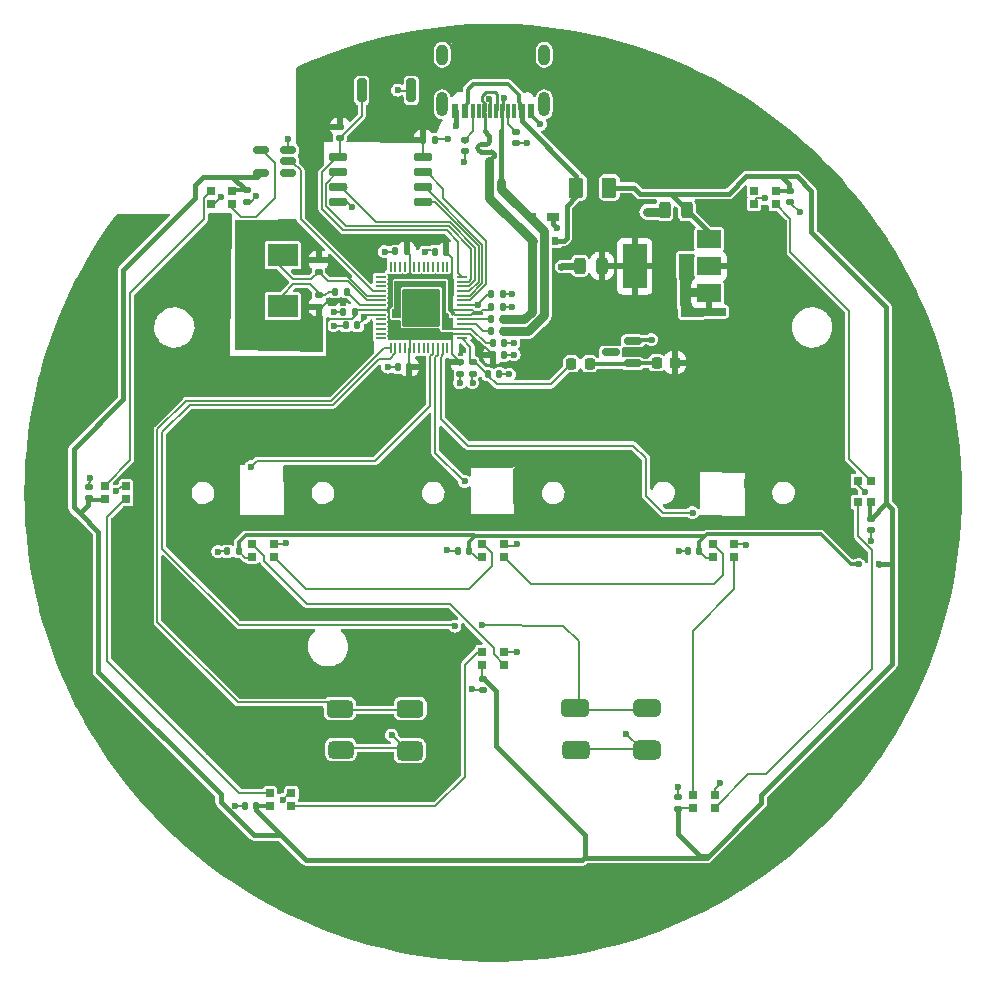
<source format=gbr>
%TF.GenerationSoftware,KiCad,Pcbnew,(7.0.0-0)*%
%TF.CreationDate,2023-03-07T01:41:50-06:00*%
%TF.ProjectId,RP2040_minimal,52503230-3430-45f6-9d69-6e696d616c2e,REV1*%
%TF.SameCoordinates,Original*%
%TF.FileFunction,Copper,L1,Top*%
%TF.FilePolarity,Positive*%
%FSLAX46Y46*%
G04 Gerber Fmt 4.6, Leading zero omitted, Abs format (unit mm)*
G04 Created by KiCad (PCBNEW (7.0.0-0)) date 2023-03-07 01:41:50*
%MOMM*%
%LPD*%
G01*
G04 APERTURE LIST*
G04 Aperture macros list*
%AMRoundRect*
0 Rectangle with rounded corners*
0 $1 Rounding radius*
0 $2 $3 $4 $5 $6 $7 $8 $9 X,Y pos of 4 corners*
0 Add a 4 corners polygon primitive as box body*
4,1,4,$2,$3,$4,$5,$6,$7,$8,$9,$2,$3,0*
0 Add four circle primitives for the rounded corners*
1,1,$1+$1,$2,$3*
1,1,$1+$1,$4,$5*
1,1,$1+$1,$6,$7*
1,1,$1+$1,$8,$9*
0 Add four rect primitives between the rounded corners*
20,1,$1+$1,$2,$3,$4,$5,0*
20,1,$1+$1,$4,$5,$6,$7,0*
20,1,$1+$1,$6,$7,$8,$9,0*
20,1,$1+$1,$8,$9,$2,$3,0*%
G04 Aperture macros list end*
%TA.AperFunction,SMDPad,CuDef*%
%ADD10R,0.700000X0.700000*%
%TD*%
%TA.AperFunction,SMDPad,CuDef*%
%ADD11RoundRect,0.140000X0.140000X0.170000X-0.140000X0.170000X-0.140000X-0.170000X0.140000X-0.170000X0*%
%TD*%
%TA.AperFunction,SMDPad,CuDef*%
%ADD12RoundRect,0.370000X-0.835000X-0.370000X0.835000X-0.370000X0.835000X0.370000X-0.835000X0.370000X0*%
%TD*%
%TA.AperFunction,SMDPad,CuDef*%
%ADD13RoundRect,0.375000X-0.777500X-0.375000X0.777500X-0.375000X0.777500X0.375000X-0.777500X0.375000X0*%
%TD*%
%TA.AperFunction,SMDPad,CuDef*%
%ADD14RoundRect,0.390000X-0.782500X-0.390000X0.782500X-0.390000X0.782500X0.390000X-0.782500X0.390000X0*%
%TD*%
%TA.AperFunction,SMDPad,CuDef*%
%ADD15RoundRect,0.405000X-0.782500X-0.405000X0.782500X-0.405000X0.782500X0.405000X-0.782500X0.405000X0*%
%TD*%
%TA.AperFunction,SMDPad,CuDef*%
%ADD16RoundRect,0.410000X-0.702500X-0.410000X0.702500X-0.410000X0.702500X0.410000X-0.702500X0.410000X0*%
%TD*%
%TA.AperFunction,SMDPad,CuDef*%
%ADD17RoundRect,0.375000X-0.707500X-0.375000X0.707500X-0.375000X0.707500X0.375000X-0.707500X0.375000X0*%
%TD*%
%TA.AperFunction,SMDPad,CuDef*%
%ADD18RoundRect,0.367500X-0.775000X-0.367500X0.775000X-0.367500X0.775000X0.367500X-0.775000X0.367500X0*%
%TD*%
%TA.AperFunction,SMDPad,CuDef*%
%ADD19RoundRect,0.367500X-0.762500X-0.367500X0.762500X-0.367500X0.762500X0.367500X-0.762500X0.367500X0*%
%TD*%
%TA.AperFunction,SMDPad,CuDef*%
%ADD20RoundRect,0.150000X0.512500X0.150000X-0.512500X0.150000X-0.512500X-0.150000X0.512500X-0.150000X0*%
%TD*%
%TA.AperFunction,SMDPad,CuDef*%
%ADD21RoundRect,0.140000X-0.170000X0.140000X-0.170000X-0.140000X0.170000X-0.140000X0.170000X0.140000X0*%
%TD*%
%TA.AperFunction,SMDPad,CuDef*%
%ADD22RoundRect,0.243750X0.243750X0.456250X-0.243750X0.456250X-0.243750X-0.456250X0.243750X-0.456250X0*%
%TD*%
%TA.AperFunction,SMDPad,CuDef*%
%ADD23RoundRect,0.147500X-0.147500X-0.172500X0.147500X-0.172500X0.147500X0.172500X-0.147500X0.172500X0*%
%TD*%
%TA.AperFunction,SMDPad,CuDef*%
%ADD24RoundRect,0.147500X0.147500X0.172500X-0.147500X0.172500X-0.147500X-0.172500X0.147500X-0.172500X0*%
%TD*%
%TA.AperFunction,SMDPad,CuDef*%
%ADD25R,2.000000X1.500000*%
%TD*%
%TA.AperFunction,SMDPad,CuDef*%
%ADD26R,2.000000X3.800000*%
%TD*%
%TA.AperFunction,SMDPad,CuDef*%
%ADD27RoundRect,0.150000X-0.650000X-0.150000X0.650000X-0.150000X0.650000X0.150000X-0.650000X0.150000X0*%
%TD*%
%TA.AperFunction,SMDPad,CuDef*%
%ADD28RoundRect,0.147500X-0.172500X0.147500X-0.172500X-0.147500X0.172500X-0.147500X0.172500X0.147500X0*%
%TD*%
%TA.AperFunction,ComponentPad*%
%ADD29C,0.600000*%
%TD*%
%TA.AperFunction,SMDPad,CuDef*%
%ADD30RoundRect,0.144000X-1.456000X1.456000X-1.456000X-1.456000X1.456000X-1.456000X1.456000X1.456000X0*%
%TD*%
%TA.AperFunction,SMDPad,CuDef*%
%ADD31RoundRect,0.050000X-0.387500X0.050000X-0.387500X-0.050000X0.387500X-0.050000X0.387500X0.050000X0*%
%TD*%
%TA.AperFunction,SMDPad,CuDef*%
%ADD32RoundRect,0.050000X-0.050000X0.387500X-0.050000X-0.387500X0.050000X-0.387500X0.050000X0.387500X0*%
%TD*%
%TA.AperFunction,SMDPad,CuDef*%
%ADD33RoundRect,0.147500X0.172500X-0.147500X0.172500X0.147500X-0.172500X0.147500X-0.172500X-0.147500X0*%
%TD*%
%TA.AperFunction,SMDPad,CuDef*%
%ADD34R,2.600000X1.900000*%
%TD*%
%TA.AperFunction,SMDPad,CuDef*%
%ADD35RoundRect,0.200000X0.200000X0.800000X-0.200000X0.800000X-0.200000X-0.800000X0.200000X-0.800000X0*%
%TD*%
%TA.AperFunction,SMDPad,CuDef*%
%ADD36RoundRect,0.225000X0.225000X0.250000X-0.225000X0.250000X-0.225000X-0.250000X0.225000X-0.250000X0*%
%TD*%
%TA.AperFunction,SMDPad,CuDef*%
%ADD37RoundRect,0.140000X0.170000X-0.140000X0.170000X0.140000X-0.170000X0.140000X-0.170000X-0.140000X0*%
%TD*%
%TA.AperFunction,SMDPad,CuDef*%
%ADD38R,0.600000X1.150000*%
%TD*%
%TA.AperFunction,SMDPad,CuDef*%
%ADD39R,0.300000X1.150000*%
%TD*%
%TA.AperFunction,ComponentPad*%
%ADD40O,1.000000X2.100000*%
%TD*%
%TA.AperFunction,ComponentPad*%
%ADD41O,1.000000X1.800000*%
%TD*%
%TA.AperFunction,SMDPad,CuDef*%
%ADD42R,0.600000X0.700000*%
%TD*%
%TA.AperFunction,SMDPad,CuDef*%
%ADD43R,1.000000X0.700000*%
%TD*%
%TA.AperFunction,SMDPad,CuDef*%
%ADD44RoundRect,0.150000X0.587500X0.150000X-0.587500X0.150000X-0.587500X-0.150000X0.587500X-0.150000X0*%
%TD*%
%TA.AperFunction,SMDPad,CuDef*%
%ADD45RoundRect,0.250000X-0.375000X-0.625000X0.375000X-0.625000X0.375000X0.625000X-0.375000X0.625000X0*%
%TD*%
%TA.AperFunction,ViaPad*%
%ADD46C,0.600000*%
%TD*%
%TA.AperFunction,Conductor*%
%ADD47C,0.300000*%
%TD*%
%TA.AperFunction,Conductor*%
%ADD48C,0.250000*%
%TD*%
%TA.AperFunction,Conductor*%
%ADD49C,0.800000*%
%TD*%
%TA.AperFunction,Conductor*%
%ADD50C,0.150000*%
%TD*%
%TA.AperFunction,Conductor*%
%ADD51C,0.200000*%
%TD*%
%TA.AperFunction,Conductor*%
%ADD52C,0.600000*%
%TD*%
%TA.AperFunction,Conductor*%
%ADD53C,0.400000*%
%TD*%
G04 APERTURE END LIST*
D10*
%TO.P,D10,1,DOUT*%
%TO.N,Net-(D10-DOUT)*%
X20414999Y-5399999D03*
%TO.P,D10,2,GND*%
%TO.N,GND*%
X20414999Y-4299999D03*
%TO.P,D10,3,DIN*%
%TO.N,Net-(D10-DIN)*%
X18584999Y-4299999D03*
%TO.P,D10,4,VDD*%
%TO.N,+5V*%
X18584999Y-5399999D03*
%TD*%
%TO.P,D9,1,DOUT*%
%TO.N,Net-(D10-DIN)*%
X914999Y-5399999D03*
%TO.P,D9,2,GND*%
%TO.N,GND*%
X914999Y-4299999D03*
%TO.P,D9,3,DIN*%
%TO.N,Net-(D8-DOUT)*%
X-914999Y-4299999D03*
%TO.P,D9,4,VDD*%
%TO.N,+5V*%
X-914999Y-5399999D03*
%TD*%
%TO.P,D8,4,VDD*%
%TO.N,+5V*%
X-20414999Y-5399999D03*
%TO.P,D8,3,DIN*%
%TO.N,Net-(D4-DOUT)*%
X-20414999Y-4299999D03*
%TO.P,D8,2,GND*%
%TO.N,GND*%
X-18584999Y-4299999D03*
%TO.P,D8,1,DOUT*%
%TO.N,Net-(D8-DOUT)*%
X-18584999Y-5399999D03*
%TD*%
D11*
%TO.P,C30,2*%
%TO.N,GND*%
X16500000Y-4950000D03*
%TO.P,C30,1*%
%TO.N,+5V*%
X17460000Y-4950000D03*
%TD*%
%TO.P,C29,1*%
%TO.N,+5V*%
X-2040000Y-4900000D03*
%TO.P,C29,2*%
%TO.N,GND*%
X-3000000Y-4900000D03*
%TD*%
%TO.P,C28,2*%
%TO.N,GND*%
X-22520000Y-4950000D03*
%TO.P,C28,1*%
%TO.N,+5V*%
X-21560000Y-4950000D03*
%TD*%
D12*
%TO.P,SW3,1,1*%
%TO.N,GPIO19*%
X6945000Y-18260000D03*
D13*
X12977500Y-18250000D03*
D14*
%TO.P,SW3,2,2*%
%TO.N,GND*%
X7002500Y-21780000D03*
D15*
X13012500Y-21810000D03*
%TD*%
D16*
%TO.P,SW2,2,2*%
%TO.N,GND*%
X-7062500Y-21820000D03*
D17*
X-12907500Y-21750000D03*
D18*
%TO.P,SW2,1,1*%
%TO.N,GPIO18*%
X-7032500Y-18265000D03*
D19*
X-12980000Y-18265000D03*
%TD*%
D20*
%TO.P,Q1,1,NC*%
%TO.N,unconnected-(Q1-NC-Pad1)*%
X-17362500Y27110000D03*
%TO.P,Q1,2,A*%
%TO.N,LED_D_3V*%
X-17362500Y28060000D03*
%TO.P,Q1,3,GND*%
%TO.N,GND*%
X-17362500Y29010000D03*
%TO.P,Q1,4,Y*%
%TO.N,LED_D_5V*%
X-19637500Y29010000D03*
%TO.P,Q1,5,VCC*%
%TO.N,+5V*%
X-19637500Y27110000D03*
%TD*%
D21*
%TO.P,C27,1*%
%TO.N,+5V*%
X25110000Y25540000D03*
%TO.P,C27,2*%
%TO.N,GND*%
X25110000Y24580000D03*
%TD*%
%TO.P,C24,1*%
%TO.N,+5V*%
X-860000Y-15770000D03*
%TO.P,C24,2*%
%TO.N,GND*%
X-860000Y-16730000D03*
%TD*%
D22*
%TO.P,C2,1*%
%TO.N,+3V3*%
X9207500Y19210000D03*
%TO.P,C2,2*%
%TO.N,GND*%
X7332500Y19210000D03*
%TD*%
D23*
%TO.P,C12,2*%
%TO.N,GND*%
X925000Y11682500D03*
%TO.P,C12,1*%
%TO.N,+3V3*%
X-45000Y11682500D03*
%TD*%
%TO.P,C11,2*%
%TO.N,GND*%
X925000Y12682500D03*
%TO.P,C11,1*%
%TO.N,+1V1*%
X-45000Y12682500D03*
%TD*%
D24*
%TO.P,C8,1*%
%TO.N,+3V3*%
X-7115000Y10635000D03*
%TO.P,C8,2*%
%TO.N,GND*%
X-8085000Y10635000D03*
%TD*%
D25*
%TO.P,U1,1,GND*%
%TO.N,GND*%
X18279999Y16879999D03*
%TO.P,U1,2,VO*%
%TO.N,+3V3*%
X18279999Y19179999D03*
D26*
X11979999Y19179999D03*
D25*
%TO.P,U1,3,VI*%
%TO.N,+5V*%
X18279999Y21479999D03*
%TD*%
D27*
%TO.P,U4,8,VCC*%
%TO.N,+3V3*%
X-5955000Y28412500D03*
%TO.P,U4,7,IO3*%
%TO.N,/QSPI_SD3*%
X-5955000Y27142500D03*
%TO.P,U4,6,CLK*%
%TO.N,/QSPI_SCLK*%
X-5955000Y25872500D03*
%TO.P,U4,5,DI(IO0)*%
%TO.N,/QSPI_SD0*%
X-5955000Y24602500D03*
%TO.P,U4,4,GND*%
%TO.N,GND*%
X-13155000Y24602500D03*
%TO.P,U4,3,IO2*%
%TO.N,/QSPI_SD2*%
X-13155000Y25872500D03*
%TO.P,U4,2,DO(IO1)*%
%TO.N,/QSPI_SD1*%
X-13155000Y27142500D03*
%TO.P,U4,1,~{CS}*%
%TO.N,/QSPI_SS*%
X-13155000Y28412500D03*
%TD*%
D28*
%TO.P,C17,1*%
%TO.N,Net-(C17-Pad1)*%
X-14792519Y16724000D03*
%TO.P,C17,2*%
%TO.N,GND*%
X-14792519Y15754000D03*
%TD*%
D23*
%TO.P,C5,2*%
%TO.N,GND*%
X810000Y15715000D03*
%TO.P,C5,1*%
%TO.N,+3V3*%
X-160000Y15715000D03*
%TD*%
D24*
%TO.P,C7,1*%
%TO.N,+3V3*%
X-3992500Y20402500D03*
%TO.P,C7,2*%
%TO.N,GND*%
X-4962500Y20402500D03*
%TD*%
%TO.P,C10,2*%
%TO.N,GND*%
X-12710000Y15279000D03*
%TO.P,C10,1*%
%TO.N,+3V3*%
X-11740000Y15279000D03*
%TD*%
%TO.P,R5,2*%
%TO.N,Net-(U5-USB_DP)*%
X-159124Y14697500D03*
%TO.P,R5,1*%
%TO.N,/USB_D+*%
X810876Y14697500D03*
%TD*%
%TO.P,C4,2*%
%TO.N,GND*%
X-12470000Y14172500D03*
%TO.P,C4,1*%
%TO.N,+1V1*%
X-11500000Y14172500D03*
%TD*%
D22*
%TO.P,C1,1*%
%TO.N,+5V*%
X16387500Y23940000D03*
%TO.P,C1,2*%
%TO.N,GND*%
X14512500Y23940000D03*
%TD*%
D24*
%TO.P,C6,1*%
%TO.N,+3V3*%
X-7342500Y20432500D03*
%TO.P,C6,2*%
%TO.N,GND*%
X-8312500Y20432500D03*
%TD*%
D29*
%TO.P,U5,57,GND*%
%TO.N,GND*%
X-7360000Y14410000D03*
X-6085000Y14410000D03*
X-4810000Y14410000D03*
X-7360000Y15685000D03*
D30*
X-6085000Y15685000D03*
D29*
X-6085000Y15685000D03*
X-4810000Y15685000D03*
X-7360000Y16960000D03*
X-6085000Y16960000D03*
X-4810000Y16960000D03*
D31*
%TO.P,U5,56,QSPI_SS*%
%TO.N,/QSPI_SS*%
X-2647500Y18285000D03*
%TO.P,U5,55,QSPI_SD1*%
%TO.N,/QSPI_SD1*%
X-2647500Y17885000D03*
%TO.P,U5,54,QSPI_SD2*%
%TO.N,/QSPI_SD2*%
X-2647500Y17485000D03*
%TO.P,U5,53,QSPI_SD0*%
%TO.N,/QSPI_SD0*%
X-2647500Y17085000D03*
%TO.P,U5,52,QSPI_SCLK*%
%TO.N,/QSPI_SCLK*%
X-2647500Y16685000D03*
%TO.P,U5,51,QSPI_SD3*%
%TO.N,/QSPI_SD3*%
X-2647500Y16285000D03*
%TO.P,U5,50,DVDD*%
%TO.N,+1V1*%
X-2647500Y15885000D03*
%TO.P,U5,49,IOVDD*%
%TO.N,+3V3*%
X-2647500Y15485000D03*
%TO.P,U5,48,USB_VDD*%
X-2647500Y15085000D03*
%TO.P,U5,47,USB_DP*%
%TO.N,Net-(U5-USB_DP)*%
X-2647500Y14685000D03*
%TO.P,U5,46,USB_DM*%
%TO.N,Net-(U5-USB_DM)*%
X-2647500Y14285000D03*
%TO.P,U5,45,VREG_VOUT*%
%TO.N,+1V1*%
X-2647500Y13885000D03*
%TO.P,U5,44,VREG_IN*%
%TO.N,+3V3*%
X-2647500Y13485000D03*
%TO.P,U5,43,ADC_AVDD*%
%TO.N,ADC_AVDD*%
X-2647500Y13085000D03*
D32*
%TO.P,U5,42,IOVDD*%
%TO.N,+3V3*%
X-3485000Y12247500D03*
%TO.P,U5,41,GPIO29_ADC3*%
%TO.N,/GPIO29_ADC3*%
X-3885000Y12247500D03*
%TO.P,U5,40,GPIO28_ADC2*%
%TO.N,RP_ADC2*%
X-4285000Y12247500D03*
%TO.P,U5,39,GPIO27_ADC1*%
%TO.N,RP_ADC1*%
X-4685000Y12247500D03*
%TO.P,U5,38,GPIO26_ADC0*%
%TO.N,RP_ADC0*%
X-5085000Y12247500D03*
%TO.P,U5,37,GPIO25*%
%TO.N,/GPIO25*%
X-5485000Y12247500D03*
%TO.P,U5,36,GPIO24*%
%TO.N,/GPIO24*%
X-5885000Y12247500D03*
%TO.P,U5,35,GPIO23*%
%TO.N,/GPIO23*%
X-6285000Y12247500D03*
%TO.P,U5,34,GPIO22*%
%TO.N,/GPIO22*%
X-6685000Y12247500D03*
%TO.P,U5,33,IOVDD*%
%TO.N,+3V3*%
X-7085000Y12247500D03*
%TO.P,U5,32,GPIO21*%
%TO.N,/GPIO21*%
X-7485000Y12247500D03*
%TO.P,U5,31,GPIO20*%
%TO.N,/GPIO20*%
X-7885000Y12247500D03*
%TO.P,U5,30,GPIO19*%
%TO.N,GPIO19*%
X-8285000Y12247500D03*
%TO.P,U5,29,GPIO18*%
%TO.N,GPIO18*%
X-8685000Y12247500D03*
D31*
%TO.P,U5,28,GPIO17*%
%TO.N,/GPIO17*%
X-9522500Y13085000D03*
%TO.P,U5,27,GPIO16*%
%TO.N,/GPIO16*%
X-9522500Y13485000D03*
%TO.P,U5,26,RUN*%
%TO.N,RUN*%
X-9522500Y13885000D03*
%TO.P,U5,25,SWD*%
%TO.N,SWD*%
X-9522500Y14285000D03*
%TO.P,U5,24,SWCLK*%
%TO.N,SWCLK*%
X-9522500Y14685000D03*
%TO.P,U5,23,DVDD*%
%TO.N,+1V1*%
X-9522500Y15085000D03*
%TO.P,U5,22,IOVDD*%
%TO.N,+3V3*%
X-9522500Y15485000D03*
%TO.P,U5,21,XOUT*%
%TO.N,/XOUT*%
X-9522500Y15885000D03*
%TO.P,U5,20,XIN*%
%TO.N,/XIN*%
X-9522500Y16285000D03*
%TO.P,U5,19,TESTEN*%
%TO.N,GND*%
X-9522500Y16685000D03*
%TO.P,U5,18,GPIO15*%
%TO.N,LED_D_3V*%
X-9522500Y17085000D03*
%TO.P,U5,17,GPIO14*%
%TO.N,/GPIO14*%
X-9522500Y17485000D03*
%TO.P,U5,16,GPIO13*%
%TO.N,/GPIO13*%
X-9522500Y17885000D03*
%TO.P,U5,15,GPIO12*%
%TO.N,/GPIO12*%
X-9522500Y18285000D03*
D32*
%TO.P,U5,14,GPIO11*%
%TO.N,/GPIO11*%
X-8685000Y19122500D03*
%TO.P,U5,13,GPIO10*%
%TO.N,/GPIO10*%
X-8285000Y19122500D03*
%TO.P,U5,12,GPIO9*%
%TO.N,/GPIO9*%
X-7885000Y19122500D03*
%TO.P,U5,11,GPIO8*%
%TO.N,/GPIO8*%
X-7485000Y19122500D03*
%TO.P,U5,10,IOVDD*%
%TO.N,+3V3*%
X-7085000Y19122500D03*
%TO.P,U5,9,GPIO7*%
%TO.N,/GPIO7*%
X-6685000Y19122500D03*
%TO.P,U5,8,GPIO6*%
%TO.N,/GPIO6*%
X-6285000Y19122500D03*
%TO.P,U5,7,GPIO5*%
%TO.N,/GPIO5*%
X-5885000Y19122500D03*
%TO.P,U5,6,GPIO4*%
%TO.N,/GPIO4*%
X-5485000Y19122500D03*
%TO.P,U5,5,GPIO3*%
%TO.N,/GPIO3*%
X-5085000Y19122500D03*
%TO.P,U5,4,GPIO2*%
%TO.N,/GPIO2*%
X-4685000Y19122500D03*
%TO.P,U5,3,GPIO1*%
%TO.N,/GPIO1*%
X-4285000Y19122500D03*
%TO.P,U5,2,GPIO0*%
%TO.N,/GPIO0*%
X-3885000Y19122500D03*
%TO.P,U5,1,IOVDD*%
%TO.N,+3V3*%
X-3485000Y19122500D03*
%TD*%
D33*
%TO.P,C16,1*%
%TO.N,/XIN*%
X-14792519Y18724000D03*
%TO.P,C16,2*%
%TO.N,GND*%
X-14792519Y19694000D03*
%TD*%
D24*
%TO.P,R6,2*%
%TO.N,Net-(U5-USB_DM)*%
X-159124Y13697500D03*
%TO.P,R6,1*%
%TO.N,/USB_D-*%
X810876Y13697500D03*
%TD*%
D23*
%TO.P,C3,2*%
%TO.N,GND*%
X800000Y16795000D03*
%TO.P,C3,1*%
%TO.N,+1V1*%
X-170000Y16795000D03*
%TD*%
%TO.P,C15,2*%
%TO.N,GND*%
X-4970000Y29907500D03*
%TO.P,C15,1*%
%TO.N,+3V3*%
X-5940000Y29907500D03*
%TD*%
D24*
%TO.P,R8,2*%
%TO.N,Net-(C17-Pad1)*%
X-13392519Y17024000D03*
%TO.P,R8,1*%
%TO.N,/XOUT*%
X-12422519Y17024000D03*
%TD*%
D34*
%TO.P,Y1,2,2*%
%TO.N,Net-(C17-Pad1)*%
X-17816837Y15812499D03*
%TO.P,Y1,1,1*%
%TO.N,/XIN*%
X-17816837Y20112499D03*
%TD*%
D21*
%TO.P,C26,2*%
%TO.N,GND*%
X31960000Y-3160000D03*
%TO.P,C26,1*%
%TO.N,+5V*%
X31960000Y-2200000D03*
%TD*%
D35*
%TO.P,SW1,2,2*%
%TO.N,/QSPI_SS*%
X-11134338Y34077500D03*
%TO.P,SW1,1,1*%
%TO.N,GND*%
X-6934338Y34077500D03*
%TD*%
D36*
%TO.P,R4,1*%
%TO.N,+3V*%
X8165000Y10920000D03*
%TO.P,R4,2*%
%TO.N,ADC_AVDD*%
X6615000Y10920000D03*
%TD*%
D37*
%TO.P,C25,2*%
%TO.N,GND*%
X15620000Y-25790000D03*
%TO.P,C25,1*%
%TO.N,+5V*%
X15620000Y-26750000D03*
%TD*%
D38*
%TO.P,P1,A1,GND*%
%TO.N,GND*%
X3199999Y32319999D03*
%TO.P,P1,A4,VBUS*%
%TO.N,VBUS*%
X2399999Y32319999D03*
D39*
%TO.P,P1,A5,CC1*%
%TO.N,Net-(P1-CC1)*%
X1249999Y32319999D03*
%TO.P,P1,A6,D+*%
%TO.N,/USB_D+*%
X249999Y32319999D03*
%TO.P,P1,A7,D-*%
%TO.N,/USB_D-*%
X-249999Y32319999D03*
%TO.P,P1,A8,SBU1*%
%TO.N,unconnected-(P1-SBU1-PadA8)*%
X-1249999Y32319999D03*
D38*
%TO.P,P1,A9,VBUS*%
%TO.N,VBUS*%
X-2399999Y32319999D03*
%TO.P,P1,A12,GND*%
%TO.N,GND*%
X-3199999Y32319999D03*
%TO.P,P1,B1,GND*%
X-3199999Y32319999D03*
%TO.P,P1,B4,VBUS*%
%TO.N,VBUS*%
X-2399999Y32319999D03*
D39*
%TO.P,P1,B5,CC2*%
%TO.N,Net-(P1-CC2)*%
X-1749999Y32319999D03*
%TO.P,P1,B6,D+*%
%TO.N,/USB_D+*%
X-749999Y32319999D03*
%TO.P,P1,B7,D-*%
%TO.N,/USB_D-*%
X749999Y32319999D03*
%TO.P,P1,B8,SBU2*%
%TO.N,unconnected-(P1-SBU2-PadB8)*%
X1749999Y32319999D03*
D38*
%TO.P,P1,B9,VBUS*%
%TO.N,VBUS*%
X2399999Y32319999D03*
%TO.P,P1,B12,GND*%
%TO.N,GND*%
X3199999Y32319999D03*
D40*
%TO.P,P1,S1,SHIELD*%
X4319999Y32894999D03*
D41*
X4319999Y37074999D03*
D40*
X-4319999Y32894999D03*
D41*
X-4319999Y37074999D03*
%TD*%
D10*
%TO.P,D2,1,DOUT*%
%TO.N,Net-(D2-DOUT)*%
X-31084999Y-549999D03*
%TO.P,D2,2,GND*%
%TO.N,GND*%
X-31084999Y549999D03*
%TO.P,D2,3,DIN*%
%TO.N,Net-(D1-DOUT)*%
X-32914999Y549999D03*
%TO.P,D2,4,VDD*%
%TO.N,+5V*%
X-32914999Y-549999D03*
%TD*%
D36*
%TO.P,R1,1*%
%TO.N,+3V3*%
X15375000Y11020000D03*
%TO.P,R1,2*%
%TO.N,+3V*%
X13825000Y11020000D03*
%TD*%
D21*
%TO.P,C21,2*%
%TO.N,GND*%
X-20890000Y24650000D03*
%TO.P,C21,1*%
%TO.N,+5V*%
X-20890000Y25610000D03*
%TD*%
D42*
%TO.P,U3,4,VCC*%
%TO.N,VBUS*%
X5239999Y21334999D03*
%TO.P,U3,3,I/O2*%
%TO.N,/USB_D+*%
X3339999Y21334999D03*
%TO.P,U3,2,I/O1*%
%TO.N,/USB_D-*%
X3339999Y23334999D03*
D43*
%TO.P,U3,1,GND*%
%TO.N,GND*%
X5039999Y23334999D03*
%TD*%
D37*
%TO.P,C22,2*%
%TO.N,GND*%
X-34230000Y480000D03*
%TO.P,C22,1*%
%TO.N,+5V*%
X-34230000Y-480000D03*
%TD*%
D10*
%TO.P,D5,1,DOUT*%
%TO.N,Net-(D5-DOUT)*%
X18744999Y-26659999D03*
%TO.P,D5,2,GND*%
%TO.N,GND*%
X18744999Y-25559999D03*
%TO.P,D5,3,DIN*%
%TO.N,Net-(D10-DOUT)*%
X16914999Y-25559999D03*
%TO.P,D5,4,VDD*%
%TO.N,+5V*%
X16914999Y-26659999D03*
%TD*%
D44*
%TO.P,U2,1,K*%
%TO.N,+3V*%
X11805000Y10960000D03*
%TO.P,U2,2,A*%
%TO.N,GND*%
X11805000Y12860000D03*
%TO.P,U2,3*%
%TO.N,N/C*%
X9930000Y11910000D03*
%TD*%
D21*
%TO.P,R2,1*%
%TO.N,Net-(P1-CC1)*%
X1949338Y30560000D03*
%TO.P,R2,2*%
%TO.N,GND*%
X1949338Y29600000D03*
%TD*%
D11*
%TO.P,C23,2*%
%TO.N,GND*%
X-21032500Y-26485000D03*
%TO.P,C23,1*%
%TO.N,+5V*%
X-20072500Y-26485000D03*
%TD*%
D10*
%TO.P,D7,1,DOUT*%
%TO.N,unconnected-(D7-DOUT-Pad1)*%
X22084999Y25549999D03*
%TO.P,D7,2,GND*%
%TO.N,GND*%
X22084999Y24449999D03*
%TO.P,D7,3,DIN*%
%TO.N,Net-(D6-DOUT)*%
X23914999Y24449999D03*
%TO.P,D7,4,VDD*%
%TO.N,+5V*%
X23914999Y25549999D03*
%TD*%
D23*
%TO.P,C14,1*%
%TO.N,ADC_AVDD*%
X-445000Y10050000D03*
%TO.P,C14,2*%
%TO.N,GND*%
X525000Y10050000D03*
%TD*%
D28*
%TO.P,C9,2*%
%TO.N,GND*%
X-2775000Y10087500D03*
%TO.P,C9,1*%
%TO.N,+3V3*%
X-2775000Y11057500D03*
%TD*%
D10*
%TO.P,D3,1,DOUT*%
%TO.N,Net-(D3-DOUT)*%
X-17084999Y-26549999D03*
%TO.P,D3,2,GND*%
%TO.N,GND*%
X-17084999Y-25449999D03*
%TO.P,D3,3,DIN*%
%TO.N,Net-(D2-DOUT)*%
X-18914999Y-25449999D03*
%TO.P,D3,4,VDD*%
%TO.N,+5V*%
X-18914999Y-26549999D03*
%TD*%
D28*
%TO.P,C13,2*%
%TO.N,GND*%
X-1745000Y10087500D03*
%TO.P,C13,1*%
%TO.N,ADC_AVDD*%
X-1745000Y11057500D03*
%TD*%
D10*
%TO.P,D1,1,DOUT*%
%TO.N,Net-(D1-DOUT)*%
X-23914999Y25549999D03*
%TO.P,D1,2,GND*%
%TO.N,GND*%
X-23914999Y24449999D03*
%TO.P,D1,3,DIN*%
%TO.N,LED_D_5V*%
X-22084999Y24449999D03*
%TO.P,D1,4,VDD*%
%TO.N,+5V*%
X-22084999Y25549999D03*
%TD*%
D21*
%TO.P,R3,1*%
%TO.N,Net-(P1-CC2)*%
X-2430000Y29880000D03*
%TO.P,R3,2*%
%TO.N,GND*%
X-2430000Y28920000D03*
%TD*%
D10*
%TO.P,D6,1,DOUT*%
%TO.N,Net-(D6-DOUT)*%
X31949999Y1014999D03*
%TO.P,D6,2,GND*%
%TO.N,GND*%
X30849999Y1014999D03*
%TO.P,D6,3,DIN*%
%TO.N,Net-(D5-DOUT)*%
X30849999Y-814999D03*
%TO.P,D6,4,VDD*%
%TO.N,+5V*%
X31949999Y-814999D03*
%TD*%
%TO.P,D4,1,DOUT*%
%TO.N,Net-(D4-DOUT)*%
X914999Y-14549999D03*
%TO.P,D4,2,GND*%
%TO.N,GND*%
X914999Y-13449999D03*
%TO.P,D4,3,DIN*%
%TO.N,Net-(D3-DOUT)*%
X-914999Y-13449999D03*
%TO.P,D4,4,VDD*%
%TO.N,+5V*%
X-914999Y-14549999D03*
%TD*%
D21*
%TO.P,R7,2*%
%TO.N,/QSPI_SS*%
X-12985000Y30037500D03*
%TO.P,R7,1*%
%TO.N,+3V3*%
X-12985000Y30997500D03*
%TD*%
D45*
%TO.P,F1,1*%
%TO.N,VBUS*%
X7030000Y25840000D03*
%TO.P,F1,2*%
%TO.N,+5V*%
X9830000Y25840000D03*
%TD*%
D46*
%TO.N,+3V3*%
X-34540000Y-10360000D03*
X-31840000Y-10310000D03*
X-2640000Y-1930000D03*
%TO.N,+5V*%
X30950000Y-6050000D03*
X32690000Y-6010000D03*
%TO.N,GPIO19*%
X-3250000Y-11290000D03*
X-980000Y-11220000D03*
%TO.N,GND*%
X-3880000Y-4860000D03*
X19170000Y-24560000D03*
X21370000Y-4380000D03*
X-17530000Y-4280000D03*
X2000000Y-4320000D03*
X15710000Y-4910000D03*
%TO.N,+3V3*%
X-23000000Y-820000D03*
%TO.N,RP_ADC0*%
X-20498000Y2210000D03*
%TO.N,GND*%
X-23320000Y-4980000D03*
%TO.N,+3V3*%
X21720000Y-485000D03*
%TO.N,GND*%
X-8590000Y-20500000D03*
X-13885000Y16247500D03*
X-18692519Y17834000D03*
X-15806838Y16932500D03*
X-20655000Y22097500D03*
X-16962519Y21946500D03*
X-17292519Y13134000D03*
X-5817500Y20372500D03*
X-20070000Y25090000D03*
X13401000Y12970000D03*
X-8927500Y10647500D03*
X-12622019Y18645000D03*
X-1753648Y9316824D03*
X-9207500Y20422500D03*
X13025000Y23780000D03*
X-1817500Y-16652500D03*
X-17340000Y29960000D03*
X1755000Y11682500D03*
X15630000Y-24930000D03*
X-3815000Y29967500D03*
X31445000Y95000D03*
X-14781019Y14962000D03*
X-8094338Y34097500D03*
X-13521990Y15279006D03*
X5433234Y22446766D03*
X-2450000Y28030000D03*
X-20695000Y13134000D03*
X23010000Y24920000D03*
X1742500Y12672500D03*
X5755625Y19131250D03*
X-2830000Y9306824D03*
X2038750Y-13480000D03*
X-14792519Y20550000D03*
X31980000Y-4050000D03*
X16250000Y16980000D03*
X-3160662Y31030000D03*
X-31936172Y126172D03*
X1615000Y15735000D03*
X-34170000Y1290000D03*
X-23060000Y25030000D03*
X-11995331Y24217169D03*
X25940000Y23760000D03*
X2839338Y29590000D03*
X3989338Y31210000D03*
X11250000Y-20390000D03*
X1595000Y16795000D03*
X-13522004Y14160000D03*
X-17827500Y-25970000D03*
X1355000Y10027500D03*
X-15886838Y18912500D03*
X-21832500Y-26485000D03*
%TO.N,+1V1*%
X-1284994Y15885000D03*
X-3985000Y14995000D03*
X-10940000Y14860000D03*
X-8195000Y15047500D03*
%TO.N,/USB_D-*%
X899338Y33430000D03*
X-326162Y33374122D03*
%TO.N,RP_ADC1*%
X-2430000Y970000D03*
%TO.N,RP_ADC2*%
X16870000Y-1690000D03*
%TD*%
D47*
%TO.N,+5V*%
X30950000Y-6050000D02*
X30250000Y-6050000D01*
X18105000Y-3530000D02*
X17935000Y-3700000D01*
X30250000Y-6050000D02*
X27730000Y-3530000D01*
X27730000Y-3530000D02*
X18105000Y-3530000D01*
X17935000Y-3700000D02*
X17855000Y-3620000D01*
X17855000Y-3620000D02*
X-1485000Y-3620000D01*
X-1485000Y-3620000D02*
X-1565000Y-3700000D01*
X-1565000Y-3700000D02*
X-1665000Y-3600000D01*
X-21560000Y-4195000D02*
X-21560000Y-4950000D01*
X-1665000Y-3600000D02*
X-20965000Y-3600000D01*
X-20965000Y-3600000D02*
X-21560000Y-4195000D01*
D48*
%TO.N,/USB_D+*%
X-720000Y30719375D02*
X-720000Y32120625D01*
%TO.N,/USB_D-*%
X730000Y30699375D02*
X730000Y32090625D01*
%TO.N,/USB_D+*%
X-720000Y30600000D02*
X-740000Y30620000D01*
%TO.N,/USB_D-*%
X670000Y30639375D02*
X730000Y30699375D01*
D49*
X670000Y26280000D02*
X670000Y25755000D01*
X670000Y25755000D02*
X4290000Y22135000D01*
X4290000Y22135000D02*
X4290000Y15016002D01*
X2971498Y13697500D02*
X810876Y13697500D01*
X4290000Y15016002D02*
X2971498Y13697500D01*
%TO.N,/USB_D+*%
X810876Y14697500D02*
X2627996Y14697500D01*
X2627996Y14697500D02*
X3279338Y15348842D01*
X3279338Y15348842D02*
X3279338Y17051752D01*
D50*
%TO.N,/QSPI_SS*%
X-2647500Y18285000D02*
X-2985000Y18622500D01*
X-14480000Y24010000D02*
X-14480000Y27147830D01*
X-2985000Y18622500D02*
X-2985000Y21272463D01*
X-14480000Y27147830D02*
X-13215330Y28412500D01*
X-13215330Y28412500D02*
X-13155000Y28412500D01*
X-2985000Y21272463D02*
X-3960037Y22247500D01*
X-3960037Y22247500D02*
X-12717500Y22247500D01*
X-12717500Y22247500D02*
X-14480000Y24010000D01*
%TO.N,/QSPI_SD1*%
X-2647500Y17885000D02*
X-2095000Y17885000D01*
X-13215330Y27142500D02*
X-13155000Y27142500D01*
X-1875000Y20654594D02*
X-3767906Y22547500D01*
X-2095000Y17885000D02*
X-1875000Y18105000D01*
X-1875000Y18105000D02*
X-1875000Y20654594D01*
X-14180000Y26177830D02*
X-13215330Y27142500D01*
X-3767906Y22547500D02*
X-12430330Y22547500D01*
X-12430330Y22547500D02*
X-14180000Y24297170D01*
X-14180000Y24297170D02*
X-14180000Y26177830D01*
%TO.N,/QSPI_SD2*%
X-2647500Y17485000D02*
X-2070736Y17485000D01*
X-2070736Y17485000D02*
X-1527500Y18028236D01*
X-1527500Y18028236D02*
X-1527500Y20731358D01*
X-1527500Y20731358D02*
X-3703642Y22907500D01*
X-3703642Y22907500D02*
X-9943199Y22907500D01*
X-9943199Y22907500D02*
X-12908199Y25872500D01*
X-12908199Y25872500D02*
X-13155000Y25872500D01*
%TO.N,LED_D_3V*%
X-9952500Y17085000D02*
X-10225000Y17085000D01*
X-16952170Y27950000D02*
X-17195000Y27950000D01*
X-10225000Y17085000D02*
X-16307500Y23167500D01*
X-16307500Y23167500D02*
X-16307500Y27305330D01*
X-16307500Y27305330D02*
X-16952170Y27950000D01*
D51*
%TO.N,ADC_AVDD*%
X6775000Y11080000D02*
X4865000Y9170000D01*
X4865000Y9170000D02*
X297500Y9170000D01*
X297500Y9170000D02*
X-540000Y10007500D01*
D50*
%TO.N,GND*%
X1280000Y10030000D02*
X1260000Y10050000D01*
X537831Y10050000D02*
X517831Y10030000D01*
X1260000Y10050000D02*
X537831Y10050000D01*
D51*
%TO.N,RP_ADC1*%
X-2430000Y970000D02*
X-2470000Y970000D01*
X-2470000Y970000D02*
X-4905000Y3405000D01*
X-4905000Y3405000D02*
X-4905000Y4987500D01*
%TO.N,RP_ADC2*%
X16870000Y-1690000D02*
X14400000Y-1690000D01*
X14400000Y-1690000D02*
X12940000Y-230000D01*
X12940000Y-230000D02*
X12940000Y2920000D01*
X12940000Y2920000D02*
X11860000Y4000000D01*
X11860000Y4000000D02*
X-2177500Y4000000D01*
X-2177500Y4000000D02*
X-4435000Y6257500D01*
%TO.N,RP_ADC0*%
X-5325000Y11545736D02*
X-5325000Y7375000D01*
X-5325000Y7375000D02*
X-9982000Y2718000D01*
X-9982000Y2718000D02*
X-19990000Y2718000D01*
X-19990000Y2718000D02*
X-20498000Y2210000D01*
D50*
%TO.N,GPIO19*%
X-3250000Y-11290000D02*
X-3365000Y-11175000D01*
X-3365000Y-11175000D02*
X-21565000Y-11175000D01*
X-21565000Y-11175000D02*
X-28010000Y-4730000D01*
X-28010000Y-4730000D02*
X-28010000Y5130000D01*
X-28010000Y5130000D02*
X-25680000Y7460000D01*
X-25680000Y7460000D02*
X-13530000Y7460000D01*
X-13530000Y7460000D02*
X-9637500Y11352500D01*
X-9637500Y11352500D02*
X-8753591Y11352500D01*
X-8753591Y11352500D02*
X-8285000Y11821091D01*
X-8285000Y11821091D02*
X-8285000Y12247500D01*
%TO.N,GPIO18*%
X-6675000Y-18400000D02*
X-13325000Y-18400000D01*
X-13325000Y-18400000D02*
X-13975000Y-17750000D01*
X-13975000Y-17750000D02*
X-21630000Y-17750000D01*
X-21630000Y-17750000D02*
X-28430000Y-10950000D01*
X-28430000Y-10950000D02*
X-28430000Y5360000D01*
X-28430000Y5360000D02*
X-26030000Y7760000D01*
X-26030000Y7760000D02*
X-13710000Y7760000D01*
X-13710000Y7760000D02*
X-9222500Y12247500D01*
D52*
%TO.N,GND*%
X5784375Y19160000D02*
X7115625Y19160000D01*
X5755625Y19131250D02*
X5784375Y19160000D01*
D50*
X-9522500Y16685000D02*
X-10662019Y16685000D01*
%TO.N,/XIN*%
X-9522500Y16285000D02*
X-10686283Y16285000D01*
%TO.N,/XOUT*%
X-9522500Y15885000D02*
X-11283519Y15885000D01*
%TO.N,GND*%
X-10662019Y16685000D02*
X-12622019Y18645000D01*
%TO.N,/XIN*%
X-13992519Y17924000D02*
X-14792519Y18724000D01*
X-12325283Y17924000D02*
X-13992519Y17924000D01*
X-10686283Y16285000D02*
X-12325283Y17924000D01*
%TO.N,/XOUT*%
X-11283519Y15885000D02*
X-12422519Y17024000D01*
D47*
%TO.N,+3V*%
X11805000Y10960000D02*
X11765000Y10920000D01*
X11765000Y10920000D02*
X8165000Y10920000D01*
X13605000Y10960000D02*
X11805000Y10960000D01*
D51*
%TO.N,ADC_AVDD*%
X-1745000Y11057500D02*
X-1550000Y11057500D01*
X-1550000Y11057500D02*
X-520000Y10027500D01*
X-1935000Y11015000D02*
X-1935000Y12372500D01*
X-1935000Y12372500D02*
X-2647500Y13085000D01*
D50*
%TO.N,GND*%
X592831Y10027500D02*
X425000Y9859669D01*
D51*
X-1770000Y9966824D02*
X-1770000Y9333176D01*
X-1770000Y9333176D02*
X-1753648Y9316824D01*
X-2830000Y9306824D02*
X-2830000Y9976824D01*
%TO.N,+3V3*%
X-3485000Y12247500D02*
X-3485000Y11787500D01*
X-2775000Y11077500D02*
X-2775000Y10870000D01*
X-3485000Y11787500D02*
X-2775000Y11077500D01*
X-2775000Y10870000D02*
X-2807500Y10837500D01*
%TO.N,RP_ADC2*%
X-4435000Y6257500D02*
X-4435000Y11445786D01*
X-4335000Y11735736D02*
X-4285000Y11785736D01*
X-4435000Y11445786D02*
X-4335000Y11545786D01*
X-4335000Y11545786D02*
X-4335000Y11735736D01*
X-4285000Y11785736D02*
X-4285000Y12247500D01*
D47*
%TO.N,+5V*%
X17460000Y-4950000D02*
X17460000Y-4175000D01*
X17460000Y-4175000D02*
X17935000Y-3700000D01*
D50*
X17460000Y-4950000D02*
X18020000Y-5510000D01*
X18020000Y-5510000D02*
X18715000Y-5510000D01*
D47*
X-2040000Y-4900000D02*
X-2040000Y-4175000D01*
X-2040000Y-4175000D02*
X-1565000Y-3700000D01*
D51*
X-1660000Y-5280000D02*
X-1410000Y-5530000D01*
X-1410000Y-5530000D02*
X-1100000Y-5530000D01*
X-20255000Y-5530000D02*
X-20980000Y-5530000D01*
X-20980000Y-5530000D02*
X-21560000Y-4950000D01*
X-2040000Y-4900000D02*
X-1560000Y-5380000D01*
D50*
%TO.N,Net-(D4-DOUT)*%
X915000Y-14550000D02*
X20000Y-13655000D01*
X20000Y-13110000D02*
X-3650000Y-9440000D01*
X-3650000Y-9440000D02*
X-15745000Y-9440000D01*
X20000Y-13655000D02*
X20000Y-13110000D01*
X-15745000Y-9440000D02*
X-19440000Y-5745000D01*
X-19440000Y-5745000D02*
X-19440000Y-5325000D01*
X-19440000Y-5325000D02*
X-20415000Y-4350000D01*
%TO.N,Net-(D8-DOUT)*%
X-18585000Y-5450000D02*
X-15885000Y-8150000D01*
X-15885000Y-8150000D02*
X-2050000Y-8150000D01*
X-2050000Y-8150000D02*
X-80000Y-6180000D01*
X-80000Y-6180000D02*
X-80000Y-5135000D01*
X-80000Y-5135000D02*
X-865000Y-4350000D01*
X-865000Y-4350000D02*
X-915000Y-4350000D01*
D53*
%TO.N,+5V*%
X32690000Y-6140000D02*
X32790000Y-6040000D01*
X32690000Y-6010000D02*
X32690000Y-6140000D01*
X32820000Y-6010000D02*
X32690000Y-6010000D01*
X32830000Y-6000000D02*
X32820000Y-6010000D01*
X33800000Y-6000000D02*
X32830000Y-6000000D01*
X33800000Y-1405980D02*
X33800000Y-6000000D01*
X33800000Y-6000000D02*
X33800000Y-14480000D01*
X33277010Y-882990D02*
X33800000Y-1405980D01*
X22709239Y-26300761D02*
X18280000Y-30730000D01*
X33800000Y-14480000D02*
X22709239Y-25570761D01*
X22709239Y-25570761D02*
X22709239Y-26300761D01*
D50*
%TO.N,Net-(D10-DIN)*%
X18585000Y-4350000D02*
X19410000Y-5175000D01*
X19410000Y-5175000D02*
X19410000Y-6980000D01*
X19410000Y-6980000D02*
X18660000Y-7730000D01*
X18660000Y-7730000D02*
X3195000Y-7730000D01*
X3195000Y-7730000D02*
X915000Y-5450000D01*
%TO.N,Net-(D10-DOUT)*%
X20415000Y-5450000D02*
X20415000Y-8175000D01*
D53*
%TO.N,+5V*%
X-35021482Y-1741482D02*
X-35530000Y-1232964D01*
X-24540000Y26770000D02*
X-22080000Y26770000D01*
X-35530000Y3720000D02*
X-31350000Y7900000D01*
X-35530000Y-1232964D02*
X-35530000Y3720000D01*
X-31350000Y18850000D02*
X-25230000Y24970000D01*
X-31350000Y7900000D02*
X-31350000Y18850000D01*
X-25230000Y24970000D02*
X-25230000Y26080000D01*
X-25230000Y26080000D02*
X-24540000Y26770000D01*
D50*
%TO.N,GPIO18*%
X-9222500Y12247500D02*
X-8685000Y12247500D01*
%TO.N,GPIO19*%
X-980000Y-11220000D02*
X-960000Y-11250000D01*
X13325000Y-18400000D02*
X7240000Y-18400000D01*
X7240000Y-18400000D02*
X7240000Y-12550000D01*
X5940000Y-11250000D02*
X-980000Y-11220000D01*
X7240000Y-12550000D02*
X5940000Y-11250000D01*
%TO.N,Net-(D10-DOUT)*%
X20415000Y-8175000D02*
X16915000Y-11675000D01*
X16915000Y-11675000D02*
X16915000Y-25560000D01*
%TO.N,GND*%
X-3880000Y-4860000D02*
X-3740000Y-4930000D01*
X-3710000Y-4960000D02*
X-3880000Y-4860000D01*
X-2990000Y-4960000D02*
X-3710000Y-4960000D01*
X19240000Y-24560000D02*
X19170000Y-24630000D01*
X19170000Y-24560000D02*
X19240000Y-24560000D01*
X19170000Y-24630000D02*
X19170000Y-24560000D01*
X18745000Y-25055000D02*
X19170000Y-24630000D01*
X18745000Y-25560000D02*
X18745000Y-25055000D01*
%TO.N,Net-(D5-DOUT)*%
X18745000Y-26660000D02*
X21555000Y-23850000D01*
X21555000Y-23850000D02*
X23090000Y-23850000D01*
X23090000Y-23850000D02*
X32030000Y-14910000D01*
X32030000Y-14910000D02*
X32030000Y-4842463D01*
X32030000Y-4842463D02*
X30850000Y-3662463D01*
X30850000Y-3662463D02*
X30850000Y-815000D01*
%TO.N,GND*%
X15620000Y-25790000D02*
X15620000Y-24940000D01*
X15620000Y-24940000D02*
X15630000Y-24930000D01*
%TO.N,+5V*%
X16915000Y-26660000D02*
X15710000Y-26660000D01*
X15710000Y-26660000D02*
X15620000Y-26750000D01*
D53*
X18280000Y-30730000D02*
X17480000Y-30730000D01*
X17480000Y-30730000D02*
X15620000Y-28870000D01*
X15620000Y-28870000D02*
X15620000Y-26750000D01*
X18280000Y-30730000D02*
X18100000Y-30910000D01*
D50*
%TO.N,GND*%
X21370000Y-4410000D02*
X21350000Y-4390000D01*
X21370000Y-4380000D02*
X21370000Y-4410000D01*
X21340000Y-4380000D02*
X21370000Y-4380000D01*
X21310000Y-4350000D02*
X21340000Y-4380000D01*
X20415000Y-4350000D02*
X21310000Y-4350000D01*
X-17550000Y-4350000D02*
X-17620000Y-4350000D01*
X-17530000Y-4280000D02*
X-17550000Y-4350000D01*
X-17690000Y-4350000D02*
X-17530000Y-4280000D01*
X-18445000Y-4350000D02*
X-17690000Y-4350000D01*
X2000000Y-4320000D02*
X1850000Y-4320000D01*
X1700000Y-4470000D02*
X2000000Y-4320000D01*
X1045000Y-4470000D02*
X1700000Y-4470000D01*
%TO.N,+5V*%
X18565000Y-5500000D02*
X18605000Y-5540000D01*
%TO.N,GND*%
X15710000Y-4860000D02*
X15780000Y-4930000D01*
X15710000Y-4910000D02*
X15710000Y-4860000D01*
X15760000Y-4910000D02*
X15710000Y-4910000D01*
X15800000Y-4950000D02*
X15760000Y-4910000D01*
X16500000Y-4950000D02*
X15800000Y-4950000D01*
X970000Y-4320000D02*
X870000Y-4420000D01*
D51*
%TO.N,RP_ADC0*%
X-5085000Y11785736D02*
X-5325000Y11545736D01*
X-5085000Y12247500D02*
X-5085000Y11785736D01*
D50*
%TO.N,GND*%
X-23320000Y-4980000D02*
X-23270000Y-4930000D01*
X-23270000Y-4930000D02*
X-23090000Y-4930000D01*
X-23320000Y-4980000D02*
X-23290000Y-4950000D01*
X-23290000Y-4950000D02*
X-22520000Y-4950000D01*
%TO.N,+5V*%
X-21520000Y-4910000D02*
X-21560000Y-4950000D01*
D51*
%TO.N,RP_ADC1*%
X-4905000Y4987500D02*
X-4905000Y11470761D01*
X-4905000Y11470761D02*
X-4685000Y11690761D01*
X-4685000Y11690761D02*
X-4685000Y12247500D01*
D50*
%TO.N,GND*%
X11250000Y-20390000D02*
X12580000Y-21720000D01*
X12580000Y-21720000D02*
X6555000Y-21720000D01*
X-7375000Y-21600000D02*
X-7490000Y-21600000D01*
X-7490000Y-21600000D02*
X-8590000Y-20500000D01*
X-13325000Y-21600000D02*
X-7375000Y-21600000D01*
D53*
%TO.N,+5V*%
X-22080000Y26770000D02*
X-19977500Y26770000D01*
X-19977500Y26770000D02*
X-19637500Y27110000D01*
X-19520000Y27110000D02*
X-19410000Y27000000D01*
X-19637500Y27110000D02*
X-19520000Y27110000D01*
D50*
%TO.N,LED_D_3V*%
X-9522500Y17085000D02*
X-9952500Y17085000D01*
D51*
%TO.N,GND*%
X-17340000Y29960000D02*
X-17340000Y29075000D01*
D50*
%TO.N,LED_D_5V*%
X-19470000Y28900000D02*
X-18510000Y27940000D01*
X-18510000Y27940000D02*
X-18510000Y24930000D01*
X-18510000Y24930000D02*
X-20055000Y23385000D01*
X-20055000Y23385000D02*
X-21375000Y23385000D01*
X-22085000Y24095000D02*
X-22085000Y24450000D01*
X-21375000Y23385000D02*
X-22085000Y24095000D01*
D51*
%TO.N,GND*%
X820000Y16815000D02*
X1575000Y16815000D01*
D50*
%TO.N,Net-(P1-CC2)*%
X-2395000Y29597500D02*
X-2415000Y29577500D01*
%TO.N,GND*%
X-8094338Y34097500D02*
X-7944338Y34097500D01*
X25140000Y24560000D02*
X25112500Y24560000D01*
X-8927500Y10647500D02*
X-8097500Y10647500D01*
X31980000Y-4050000D02*
X31980000Y-3180000D01*
X2829338Y29600000D02*
X2839338Y29590000D01*
X-21832500Y-26485000D02*
X-21032500Y-26485000D01*
D51*
X1949338Y29600000D02*
X2829338Y29600000D01*
D53*
X-3160662Y31030000D02*
X-3170662Y31040000D01*
D51*
X1732500Y12682500D02*
X925000Y12682500D01*
D50*
X-947500Y-16680000D02*
X-1790000Y-16680000D01*
X31980000Y-3180000D02*
X31960000Y-3160000D01*
X-12380662Y24602500D02*
X-13155000Y24602500D01*
D51*
X1615000Y15735000D02*
X807500Y15735000D01*
X800000Y16795000D02*
X820000Y16815000D01*
D50*
X-4690000Y29967500D02*
X-4752500Y30030000D01*
X-17297500Y-25400000D02*
X-17827500Y-25970000D01*
X-11995331Y24217169D02*
X-12380662Y24602500D01*
X-20070000Y25090000D02*
X-20510000Y24650000D01*
X-13885000Y16247500D02*
X-13979019Y16247500D01*
X-3815000Y29967500D02*
X-4690000Y29967500D01*
X-23920000Y24450000D02*
X-23640000Y24450000D01*
D49*
X17380000Y16980000D02*
X17460000Y17060000D01*
D51*
X-12710000Y15279000D02*
X-13521984Y15279000D01*
D50*
X-34200000Y520000D02*
X-34170000Y1290000D01*
D51*
X925000Y11682500D02*
X1755000Y11682500D01*
D50*
X2008750Y-13450000D02*
X831250Y-13450000D01*
X-8097500Y10647500D02*
X-8085000Y10635000D01*
X-2430000Y28920000D02*
X-2430000Y28050000D01*
X-23640000Y24450000D02*
X-23060000Y25030000D01*
X-14792519Y14973500D02*
X-14781019Y14962000D01*
X-5817500Y20372500D02*
X-5617500Y20572500D01*
D51*
X-13521984Y15279000D02*
X-13521990Y15279006D01*
D50*
X-14792519Y15754000D02*
X-14792519Y14973500D01*
X30875000Y985000D02*
X30875000Y625000D01*
X22365000Y24920000D02*
X22155000Y24710000D01*
X-13979019Y16247500D02*
X-14472519Y15754000D01*
X-31936172Y126172D02*
X-31547344Y515000D01*
D53*
X5090000Y22790000D02*
X5090000Y23370000D01*
D49*
X14155000Y23780000D02*
X14235000Y23860000D01*
X13025000Y23780000D02*
X14155000Y23780000D01*
D50*
X-20510000Y24650000D02*
X-20890000Y24650000D01*
D51*
X-14792519Y19694000D02*
X-14792519Y20550000D01*
D50*
X-14472519Y15754000D02*
X-14792519Y15754000D01*
D51*
X-12710000Y14160000D02*
X-13522004Y14160000D01*
D53*
X5433234Y22446766D02*
X5090000Y22790000D01*
D47*
X13401000Y12970000D02*
X12245000Y12970000D01*
D50*
X25940000Y23760000D02*
X25140000Y24560000D01*
D47*
X12245000Y12970000D02*
X12081000Y12806000D01*
D50*
X-5617500Y20572500D02*
X-5262500Y20572500D01*
X-8019338Y34022500D02*
X-7259338Y34022500D01*
X-31547344Y515000D02*
X-31230000Y515000D01*
D53*
X-3170662Y31040000D02*
X-3170662Y32310000D01*
D49*
X16250000Y16980000D02*
X17380000Y16980000D01*
D50*
X30875000Y625000D02*
X31445000Y95000D01*
D51*
X-9207500Y20422500D02*
X-8395000Y20422500D01*
D50*
X23010000Y24920000D02*
X22365000Y24920000D01*
X-8094338Y34097500D02*
X-8019338Y34022500D01*
D51*
X1742500Y12672500D02*
X1732500Y12682500D01*
D47*
X3989338Y31210000D02*
X3349338Y31850000D01*
D53*
%TO.N,VBUS*%
X7030000Y26849338D02*
X7030000Y25110000D01*
D47*
X-1684412Y34610000D02*
X-2170662Y34123750D01*
X2244338Y32495000D02*
X2244338Y33034695D01*
D53*
X2429338Y32310000D02*
X2429338Y31450000D01*
D47*
X-2135662Y33033750D02*
X-2405662Y32763750D01*
X-2170662Y33720305D02*
X-2135662Y33685305D01*
D50*
X-2405662Y32763750D02*
X-2405662Y32353750D01*
D53*
X5965000Y21335000D02*
X5240000Y21335000D01*
X6200000Y24280000D02*
X6200000Y21570000D01*
D47*
X2194338Y33084695D02*
X2194338Y33655000D01*
X-2170662Y34123750D02*
X-2170662Y33720305D01*
X2194338Y33655000D02*
X1239338Y34610000D01*
X1239338Y34610000D02*
X-1684412Y34610000D01*
D53*
X2429338Y31450000D02*
X7030000Y26849338D01*
D47*
X-2135662Y33685305D02*
X-2135662Y33033750D01*
X2244338Y33034695D02*
X2194338Y33084695D01*
D53*
X6200000Y21570000D02*
X5965000Y21335000D01*
D51*
X2244338Y32495000D02*
X2429338Y32310000D01*
D53*
X7030000Y25110000D02*
X6200000Y24280000D01*
D50*
%TO.N,/XIN*%
X-15443019Y18073500D02*
X-16947838Y18073500D01*
X-16947838Y18073500D02*
X-18907338Y20033000D01*
X-14792519Y18724000D02*
X-15443019Y18073500D01*
D51*
%TO.N,+3V3*%
X-1594999Y15332499D02*
X-1059677Y15332499D01*
X-937176Y15455000D02*
X-420000Y15455000D01*
X-2607500Y15482500D02*
X-3445000Y15482500D01*
X-3485000Y19895000D02*
X-3992500Y20402500D01*
X-14047004Y14563496D02*
X-14047004Y13542004D01*
X-7115000Y10635000D02*
X-7115000Y12217500D01*
X-1939974Y13482500D02*
X-3437500Y13482500D01*
X-45000Y11682500D02*
X-695000Y12332500D01*
X-11991500Y14707500D02*
X-13903000Y14707500D01*
X-3437500Y13482500D02*
X-3485000Y13435000D01*
X-420000Y15455000D02*
X-160000Y15715000D01*
X-2607500Y15082500D02*
X-3245000Y15082500D01*
X-13903000Y14707500D02*
X-14047004Y14563496D01*
X-14047004Y13542004D02*
X-13927500Y13422500D01*
X-1745000Y15482500D02*
X-2607500Y15482500D01*
X-11740000Y14959000D02*
X-11991500Y14707500D01*
X-7342500Y20432500D02*
X-7085000Y20175000D01*
X-3485000Y18457500D02*
X-3495000Y18447500D01*
D50*
X-5955000Y29722500D02*
X-5745000Y29932500D01*
D51*
X-7115000Y12217500D02*
X-7085000Y12247500D01*
X-11569000Y15450000D02*
X-11740000Y15279000D01*
X-7200000Y20647500D02*
X-7342500Y20505000D01*
X-5955000Y28412500D02*
X-5955000Y29722500D01*
X-7085000Y20175000D02*
X-7085000Y19122500D01*
X-3485000Y19122500D02*
X-3485000Y19895000D01*
X-789975Y12332500D02*
X-1939974Y13482500D01*
X-7085000Y12247500D02*
X-7085000Y13232500D01*
X-2607500Y15082500D02*
X-1844998Y15082500D01*
X-1594999Y15332499D02*
X-1745000Y15482500D01*
X-7342500Y20432500D02*
X-7342500Y20467500D01*
X-695000Y12332500D02*
X-789975Y12332500D01*
X-7085000Y18382500D02*
X-7095000Y18372500D01*
X-1059677Y15332499D02*
X-937176Y15455000D01*
X-8910000Y15450000D02*
X-11569000Y15450000D01*
X-3485000Y13435000D02*
X-3485000Y12247500D01*
X-7342500Y20505000D02*
X-7342500Y20432500D01*
X-7085000Y13232500D02*
X-7070000Y13247500D01*
X-1844998Y15082500D02*
X-1594999Y15332499D01*
X-3245000Y15082500D02*
X-3445000Y15282500D01*
X-11740000Y15279000D02*
X-11740000Y14959000D01*
X-7085000Y19122500D02*
X-7085000Y18382500D01*
X-3485000Y19122500D02*
X-3485000Y18457500D01*
%TO.N,+1V1*%
X-2647500Y15885000D02*
X-1284994Y15885000D01*
D50*
X-3985000Y14995000D02*
X-3985000Y15185000D01*
D51*
X-1284994Y15965006D02*
X-1284994Y15885000D01*
X-1845000Y13882500D02*
X-645000Y12682500D01*
X-2607500Y13882500D02*
X-1845000Y13882500D01*
X-645000Y12682500D02*
X-45000Y12682500D01*
X-10940000Y14860000D02*
X-10750000Y15050000D01*
X-2607500Y13882500D02*
X-3445000Y13882500D01*
X-170000Y16795000D02*
X-455000Y16795000D01*
X-10940000Y14860000D02*
X-10940000Y14732500D01*
X-10940000Y14732500D02*
X-11500000Y14172500D01*
X-10750000Y15050000D02*
X-9547500Y15050000D01*
X-455000Y16795000D02*
X-1284994Y15965006D01*
D50*
%TO.N,Net-(D6-DOUT)*%
X31950000Y1015000D02*
X30120000Y2845000D01*
X25162500Y20357500D02*
X25162500Y23202500D01*
X30120000Y2845000D02*
X30120000Y15400000D01*
X30120000Y15400000D02*
X25162500Y20357500D01*
X25162500Y23202500D02*
X23915000Y24450000D01*
%TO.N,/QSPI_SS*%
X-12945000Y29997500D02*
X-12985000Y30037500D01*
X-11134338Y34077500D02*
X-11134338Y31888162D01*
X-11134338Y31888162D02*
X-12985000Y30037500D01*
X-12945000Y28462500D02*
X-12945000Y29997500D01*
%TO.N,/QSPI_SD3*%
X-597500Y17663972D02*
X-597500Y21290000D01*
X-2647500Y16285000D02*
X-1976472Y16285000D01*
X-1976472Y16285000D02*
X-597500Y17663972D01*
X-4245662Y24938162D02*
X-4245662Y25738162D01*
X-4245662Y25738162D02*
X-5650000Y27142500D01*
X-597500Y21290000D02*
X-4245662Y24938162D01*
X-5650000Y27142500D02*
X-5955000Y27142500D01*
%TO.N,/QSPI_SCLK*%
X-5817500Y25872500D02*
X-5955000Y25872500D01*
X-2000736Y16685000D02*
X-927500Y17758236D01*
X-927500Y20982500D02*
X-5817500Y25872500D01*
X-2647500Y16685000D02*
X-2000736Y16685000D01*
X-927500Y17758236D02*
X-927500Y20982500D01*
%TO.N,/QSPI_SD0*%
X-1227500Y17882500D02*
X-1227500Y20855622D01*
X-1227500Y20855622D02*
X-4974378Y24602500D01*
X-2025000Y17085000D02*
X-1227500Y17882500D01*
X-2647500Y17085000D02*
X-2025000Y17085000D01*
X-4974378Y24602500D02*
X-5955000Y24602500D01*
%TO.N,/QSPI_SD2*%
X-12420000Y25872500D02*
X-13155000Y25872500D01*
%TO.N,/QSPI_SD1*%
X-13350000Y27142500D02*
X-13155000Y27142500D01*
D48*
%TO.N,/USB_D+*%
X-720662Y32955449D02*
X-720662Y32310000D01*
D53*
X-720000Y30600000D02*
X-320000Y30200000D01*
X80000Y28690000D02*
X80000Y28490000D01*
D48*
X274338Y33785000D02*
X109338Y33950000D01*
D49*
X3279338Y21274338D02*
X3340000Y21335000D01*
D53*
X-1020000Y28890000D02*
X-120000Y28890000D01*
D48*
X-720662Y32310000D02*
X-740662Y32310000D01*
X-980662Y33215449D02*
X-720662Y32955449D01*
X274338Y32383750D02*
X274338Y33785000D01*
X-980662Y33590000D02*
X-980662Y33215449D01*
D49*
X-320000Y24995000D02*
X-320000Y28090000D01*
X3279338Y17051752D02*
X3279338Y21274338D01*
X3340000Y21335000D02*
X-320000Y24995000D01*
D53*
X-620000Y29490000D02*
X-1020000Y29490000D01*
D48*
X109338Y33950000D02*
X-620662Y33950000D01*
X-740662Y32310000D02*
X-745662Y32305000D01*
X-620662Y33950000D02*
X-980662Y33590000D01*
D53*
X-320000Y30200000D02*
X-320000Y29790000D01*
X-1020000Y29490000D02*
G75*
G03*
X-1320000Y29190000I0J-300000D01*
G01*
X-1320000Y29190000D02*
G75*
G03*
X-1020000Y28890000I300000J0D01*
G01*
X-120000Y28290000D02*
G75*
G03*
X80000Y28490000I0J200000D01*
G01*
X-620000Y29490000D02*
G75*
G03*
X-320000Y29790000I0J300000D01*
G01*
X80000Y28690000D02*
G75*
G03*
X-120000Y28890000I-200000J0D01*
G01*
D51*
%TO.N,/USB_D-*%
X799338Y32298750D02*
X744338Y32353750D01*
D50*
X-250662Y32358750D02*
X-255662Y32353750D01*
X809338Y32418750D02*
X744338Y32353750D01*
D48*
X-326162Y33374122D02*
X-250662Y33298622D01*
D53*
X670000Y26280000D02*
X670000Y30639375D01*
D48*
X-250662Y33298622D02*
X-250662Y32358750D01*
D53*
X3349338Y23225000D02*
X3309338Y23185000D01*
D48*
X809338Y33200000D02*
X809338Y32418750D01*
D53*
%TO.N,+5V*%
X-33450000Y-15150000D02*
X-33450000Y-3312964D01*
D47*
X-22085000Y25550000D02*
X-21975000Y25660000D01*
D53*
X-34275000Y-995000D02*
X-34275000Y-595000D01*
X15017500Y25310000D02*
X19930000Y25310000D01*
X25020000Y26160000D02*
X24390000Y26790000D01*
X200000Y-21410000D02*
X200000Y-16777035D01*
X18280000Y22047500D02*
X18280000Y21480000D01*
X-20920000Y25610000D02*
X-20890000Y25610000D01*
X-17950000Y-28990000D02*
X-20072500Y-26867500D01*
D51*
X-915000Y-14550000D02*
X-915000Y-15705000D01*
X-915000Y-15705000D02*
X-910000Y-15710000D01*
D47*
X-18780000Y-26480000D02*
X-20115000Y-26480000D01*
D53*
X-20246739Y-28990000D02*
X-23080000Y-26156739D01*
X19930000Y25310000D02*
X21410000Y26790000D01*
X-867035Y-15710000D02*
X-910000Y-15710000D01*
D47*
X-21975000Y25660000D02*
X-20745000Y25660000D01*
D53*
X24390000Y26790000D02*
X21410000Y26790000D01*
X12402500Y25310000D02*
X15017500Y25310000D01*
X18100000Y-30910000D02*
X7830000Y-30910000D01*
X24390000Y26790000D02*
X25690000Y26790000D01*
D47*
X-32940000Y-625000D02*
X-34275000Y-625000D01*
D53*
X26930000Y25550000D02*
X26930000Y22050000D01*
X7780000Y-28990000D02*
X7780000Y-30860000D01*
X-22080000Y26770000D02*
X-20920000Y25610000D01*
X-17950000Y-28990000D02*
X-20246739Y-28990000D01*
X-15820000Y-31120000D02*
X-17950000Y-28990000D01*
X-33450000Y-3312964D02*
X-35021482Y-1741482D01*
X9862500Y25832500D02*
X11880000Y25832500D01*
X25020000Y25590000D02*
X25020000Y26160000D01*
X-23080000Y-26156739D02*
X-23080000Y-25520000D01*
X33277010Y-882990D02*
X31960000Y-2200000D01*
X-23080000Y-25520000D02*
X-33450000Y-15150000D01*
X7780000Y-30860000D02*
X7520000Y-31120000D01*
X200000Y-16777035D02*
X-867035Y-15710000D01*
D47*
X25135000Y25560000D02*
X23865000Y25560000D01*
X31930000Y-842500D02*
X31930000Y-2177500D01*
D53*
X7520000Y-31120000D02*
X-15820000Y-31120000D01*
X33277010Y15702990D02*
X33277010Y-882990D01*
X25690000Y26790000D02*
X26930000Y25550000D01*
X-20072500Y-26867500D02*
X-20072500Y-26485000D01*
X26930000Y22050000D02*
X33277010Y15702990D01*
X7830000Y-30910000D02*
X7780000Y-30860000D01*
X15017500Y25310000D02*
X18280000Y22047500D01*
X-35021482Y-1741482D02*
X-34275000Y-995000D01*
X7780000Y-28990000D02*
X200000Y-21410000D01*
X11880000Y25832500D02*
X12402500Y25310000D01*
D47*
%TO.N,+3V*%
X13685000Y10920000D02*
X13664000Y10941000D01*
D51*
%TO.N,Net-(U5-USB_DP)*%
X-2721624Y14697500D02*
X-159124Y14697500D01*
%TO.N,Net-(U5-USB_DM)*%
X-1459124Y14297500D02*
X-859124Y13697500D01*
X-859124Y13697500D02*
X-159124Y13697500D01*
X-2721624Y14297500D02*
X-1459124Y14297500D01*
D50*
%TO.N,Net-(D1-DOUT)*%
X-23915000Y25550000D02*
X-24490000Y24975000D01*
X-30720000Y16910000D02*
X-30720000Y2800000D01*
X-30720000Y2800000D02*
X-32825000Y695000D01*
X-24490000Y24975000D02*
X-24490000Y23140000D01*
X-24490000Y23140000D02*
X-30720000Y16910000D01*
%TO.N,Net-(D2-DOUT)*%
X-21495000Y-25385000D02*
X-18847500Y-25385000D01*
X-32680000Y-14200000D02*
X-21495000Y-25385000D01*
X-31230000Y-585000D02*
X-32680000Y-2035000D01*
X-32680000Y-2035000D02*
X-32680000Y-14200000D01*
%TO.N,Net-(D3-DOUT)*%
X-4900000Y-26540000D02*
X-2410000Y-24050000D01*
X-17075000Y-26540000D02*
X-4900000Y-26540000D01*
X-1320000Y-13450000D02*
X-915000Y-13450000D01*
X-2410000Y-24050000D02*
X-2410000Y-14540000D01*
X-2410000Y-14540000D02*
X-1320000Y-13450000D01*
X-17085000Y-26550000D02*
X-17075000Y-26540000D01*
D51*
%TO.N,Net-(P1-CC1)*%
X1279338Y32310000D02*
X1279338Y31230000D01*
X1279338Y31230000D02*
X1949338Y30560000D01*
%TO.N,Net-(P1-CC2)*%
X-1720662Y30589338D02*
X-1720662Y32310000D01*
X-2430000Y29880000D02*
X-1720662Y30589338D01*
D50*
%TO.N,Net-(C17-Pad1)*%
X-14792519Y16915019D02*
X-14792519Y16724000D01*
X-16955000Y17647500D02*
X-15525000Y17647500D01*
X-14792519Y16724000D02*
X-14228500Y16724000D01*
X-14228500Y16724000D02*
X-13928500Y17024000D01*
X-15525000Y17647500D02*
X-14792519Y16915019D01*
X-17816838Y16785662D02*
X-16955000Y17647500D01*
X-17816838Y15812500D02*
X-17816838Y16785662D01*
X-13928500Y17024000D02*
X-13392519Y17024000D01*
%TD*%
%TA.AperFunction,Conductor*%
%TO.N,+3V3*%
G36*
X-3429141Y33500548D02*
G01*
X-3488339Y33473718D01*
X-3553594Y33480946D01*
X-3606011Y33520479D01*
X-3630897Y33581234D01*
X-3633956Y33606424D01*
X-3634860Y33613872D01*
X-3637787Y33621589D01*
X-3692521Y33765913D01*
X-3695182Y33772930D01*
X-3791817Y33912929D01*
X-3919148Y34025734D01*
X-3944177Y34038871D01*
X-4063134Y34101305D01*
X-4063138Y34101307D01*
X-4069775Y34104790D01*
X-4077053Y34106584D01*
X-4077056Y34106585D01*
X-4227663Y34143706D01*
X-4227668Y34143707D01*
X-4234944Y34145500D01*
X-4405056Y34145500D01*
X-4412332Y34143707D01*
X-4412338Y34143706D01*
X-4562945Y34106585D01*
X-4562950Y34106584D01*
X-4570225Y34104790D01*
X-4576860Y34101308D01*
X-4576867Y34101305D01*
X-4714209Y34029221D01*
X-4714212Y34029220D01*
X-4720852Y34025734D01*
X-4726463Y34020764D01*
X-4726469Y34020759D01*
X-4810541Y33946277D01*
X-4848183Y33912929D01*
X-4852438Y33906765D01*
X-4852443Y33906759D01*
X-4940555Y33779107D01*
X-4940558Y33779103D01*
X-4944818Y33772930D01*
X-4947477Y33765919D01*
X-4947480Y33765913D01*
X-5002480Y33620889D01*
X-5002483Y33620881D01*
X-5005140Y33613872D01*
X-5006044Y33606430D01*
X-5006045Y33606424D01*
X-5020049Y33491093D01*
X-5020050Y33491080D01*
X-5020500Y33487372D01*
X-5020500Y32302628D01*
X-5020050Y32298920D01*
X-5020049Y32298908D01*
X-5006045Y32183577D01*
X-5006044Y32183573D01*
X-5005140Y32176128D01*
X-5002482Y32169118D01*
X-5002480Y32169112D01*
X-4947480Y32024088D01*
X-4944818Y32017070D01*
X-4940556Y32010895D01*
X-4940555Y32010894D01*
X-4861921Y31896973D01*
X-4848183Y31877071D01*
X-4754232Y31793838D01*
X-4729902Y31772283D01*
X-4720852Y31764266D01*
X-4570225Y31685210D01*
X-4405056Y31644500D01*
X-4398957Y31644500D01*
X-4344945Y31624262D01*
X-4305704Y31581015D01*
X-4290608Y31524602D01*
X-4303007Y31467536D01*
X-4749127Y30547880D01*
X-4794871Y30496912D01*
X-4860693Y30478000D01*
X-5143952Y30478000D01*
X-5143965Y30478000D01*
X-5148822Y30477999D01*
X-5153621Y30477240D01*
X-5153634Y30477238D01*
X-5195173Y30470659D01*
X-5252887Y30475202D01*
X-5302249Y30505452D01*
X-5386971Y30590174D01*
X-5399207Y30599665D01*
X-5526588Y30674998D01*
X-5540796Y30681146D01*
X-5676144Y30720469D01*
X-5687410Y30721044D01*
X-5690000Y30710064D01*
X-5690000Y29593757D01*
X-6190000Y29600343D01*
X-6190000Y29641174D01*
X-6193451Y29654050D01*
X-6206326Y29657500D01*
X-6716894Y29657500D01*
X-6731522Y29653375D01*
X-6735961Y29648572D01*
X-6778072Y29618813D01*
X-6828647Y29608757D01*
X-12310379Y29680964D01*
X-12361771Y29692862D01*
X-12403566Y29725046D01*
X-12428201Y29771690D01*
X-12431219Y29824347D01*
X-12424500Y29866765D01*
X-12424501Y30086313D01*
X-12415062Y30133766D01*
X-12388185Y30173991D01*
X-12387579Y30174597D01*
X-6732702Y30174597D01*
X-6730038Y30161207D01*
X-6716897Y30157500D01*
X-6206326Y30157500D01*
X-6193451Y30160951D01*
X-6190000Y30173826D01*
X-6190000Y30710064D01*
X-6192591Y30721044D01*
X-6203857Y30720469D01*
X-6339205Y30681146D01*
X-6353413Y30674998D01*
X-6480794Y30599665D01*
X-6493030Y30590174D01*
X-6597674Y30485530D01*
X-6607165Y30473294D01*
X-6682498Y30345913D01*
X-6688646Y30331705D01*
X-6730342Y30188186D01*
X-6732609Y30175778D01*
X-6732702Y30174597D01*
X-12387579Y30174597D01*
X-10918042Y31644133D01*
X-10910074Y31651433D01*
X-10891796Y31666769D01*
X-10881144Y31675707D01*
X-10862247Y31708441D01*
X-10856448Y31717540D01*
X-10851047Y31725252D01*
X-10834784Y31748478D01*
X-10831976Y31758963D01*
X-10830437Y31762262D01*
X-10829182Y31765711D01*
X-10823750Y31775117D01*
X-10817188Y31812340D01*
X-10814860Y31822841D01*
X-10805075Y31859355D01*
X-10808366Y31896973D01*
X-10808838Y31907780D01*
X-10808838Y32756148D01*
X-10798491Y32805736D01*
X-10769177Y32847049D01*
X-10737752Y32865983D01*
X-10738445Y32867294D01*
X-10730226Y32871639D01*
X-10721456Y32874707D01*
X-10612188Y32955350D01*
X-10531545Y33064618D01*
X-10486692Y33192801D01*
X-10483838Y33223234D01*
X-10483838Y34097500D01*
X-8649588Y34097500D01*
X-8630668Y33953791D01*
X-8575199Y33819875D01*
X-8570254Y33813431D01*
X-8570253Y33813429D01*
X-8509055Y33733675D01*
X-8486959Y33704879D01*
X-8371963Y33616639D01*
X-8238047Y33561170D01*
X-8094338Y33542250D01*
X-7950629Y33561170D01*
X-7816713Y33616639D01*
X-7810262Y33621589D01*
X-7784324Y33641491D01*
X-7720992Y33666518D01*
X-7653994Y33654327D01*
X-7603537Y33608595D01*
X-7584838Y33543115D01*
X-7584838Y33223234D01*
X-7584569Y33220359D01*
X-7584568Y33220351D01*
X-7582689Y33200313D01*
X-7582689Y33200309D01*
X-7581984Y33192801D01*
X-7579496Y33185689D01*
X-7579494Y33185683D01*
X-7540200Y33073387D01*
X-7540199Y33073384D01*
X-7537131Y33064618D01*
X-7531616Y33057145D01*
X-7531614Y33057142D01*
X-7462007Y32962828D01*
X-7456488Y32955350D01*
X-7401855Y32915029D01*
X-7388013Y32904813D01*
X-7347220Y32874707D01*
X-7338452Y32871639D01*
X-7259839Y32844131D01*
X-7219037Y32829854D01*
X-7188604Y32827000D01*
X-6682965Y32827000D01*
X-6680072Y32827000D01*
X-6649639Y32829854D01*
X-6521456Y32874707D01*
X-6412188Y32955350D01*
X-6331545Y33064618D01*
X-6286692Y33192801D01*
X-6283838Y33223234D01*
X-6283838Y34931766D01*
X-6286692Y34962199D01*
X-6331545Y35090382D01*
X-6412188Y35199650D01*
X-6419666Y35205169D01*
X-6513980Y35274776D01*
X-6513983Y35274778D01*
X-6521456Y35280293D01*
X-6530222Y35283361D01*
X-6530225Y35283362D01*
X-6642521Y35322656D01*
X-6642527Y35322658D01*
X-6649639Y35325146D01*
X-6657147Y35325851D01*
X-6657151Y35325851D01*
X-6677189Y35327730D01*
X-6677197Y35327731D01*
X-6680072Y35328000D01*
X-7188604Y35328000D01*
X-7191479Y35327731D01*
X-7191488Y35327730D01*
X-7211526Y35325851D01*
X-7211531Y35325850D01*
X-7219037Y35325146D01*
X-7226149Y35322658D01*
X-7226156Y35322656D01*
X-7338452Y35283362D01*
X-7338458Y35283360D01*
X-7347220Y35280293D01*
X-7354692Y35274780D01*
X-7354697Y35274776D01*
X-7449011Y35205169D01*
X-7449014Y35205167D01*
X-7456488Y35199650D01*
X-7462005Y35192176D01*
X-7462007Y35192173D01*
X-7531614Y35097859D01*
X-7531618Y35097854D01*
X-7537131Y35090382D01*
X-7540198Y35081620D01*
X-7540200Y35081614D01*
X-7579494Y34969318D01*
X-7579496Y34969311D01*
X-7581984Y34962199D01*
X-7582688Y34954693D01*
X-7582689Y34954688D01*
X-7584568Y34934650D01*
X-7584838Y34931766D01*
X-7584838Y34928873D01*
X-7584838Y34651885D01*
X-7603537Y34586405D01*
X-7653994Y34540673D01*
X-7720992Y34528482D01*
X-7784324Y34553509D01*
X-7810262Y34573412D01*
X-7810268Y34573416D01*
X-7816713Y34578361D01*
X-7852746Y34593286D01*
X-7943115Y34630718D01*
X-7943118Y34630719D01*
X-7950629Y34633830D01*
X-7958689Y34634892D01*
X-7958692Y34634892D01*
X-8086279Y34651689D01*
X-8094338Y34652750D01*
X-8102397Y34651689D01*
X-8229985Y34634892D01*
X-8229990Y34634891D01*
X-8238047Y34633830D01*
X-8245557Y34630720D01*
X-8245562Y34630718D01*
X-8364453Y34581472D01*
X-8364455Y34581471D01*
X-8371963Y34578361D01*
X-8378405Y34573418D01*
X-8378410Y34573415D01*
X-8480517Y34495065D01*
X-8480521Y34495062D01*
X-8486959Y34490121D01*
X-8491900Y34483683D01*
X-8491903Y34483679D01*
X-8570253Y34381572D01*
X-8570256Y34381567D01*
X-8575199Y34375125D01*
X-8578309Y34367617D01*
X-8578310Y34367615D01*
X-8627556Y34248724D01*
X-8627558Y34248719D01*
X-8630668Y34241209D01*
X-8631729Y34233152D01*
X-8631730Y34233147D01*
X-8643269Y34145500D01*
X-8649588Y34097500D01*
X-10483838Y34097500D01*
X-10483838Y34931766D01*
X-10486692Y34962199D01*
X-10531545Y35090382D01*
X-10612188Y35199650D01*
X-10619666Y35205169D01*
X-10713980Y35274776D01*
X-10713983Y35274778D01*
X-10721456Y35280293D01*
X-10730222Y35283361D01*
X-10730225Y35283362D01*
X-10842521Y35322656D01*
X-10842527Y35322658D01*
X-10849639Y35325146D01*
X-10857147Y35325851D01*
X-10857151Y35325851D01*
X-10877189Y35327730D01*
X-10877197Y35327731D01*
X-10880072Y35328000D01*
X-11388604Y35328000D01*
X-11391479Y35327731D01*
X-11391488Y35327730D01*
X-11411526Y35325851D01*
X-11411531Y35325850D01*
X-11419037Y35325146D01*
X-11426149Y35322658D01*
X-11426156Y35322656D01*
X-11538452Y35283362D01*
X-11538458Y35283360D01*
X-11547220Y35280293D01*
X-11554692Y35274780D01*
X-11554697Y35274776D01*
X-11649011Y35205169D01*
X-11649014Y35205167D01*
X-11656488Y35199650D01*
X-11662005Y35192176D01*
X-11662007Y35192173D01*
X-11731614Y35097859D01*
X-11731618Y35097854D01*
X-11737131Y35090382D01*
X-11740198Y35081620D01*
X-11740200Y35081614D01*
X-11779494Y34969318D01*
X-11779496Y34969311D01*
X-11781984Y34962199D01*
X-11782688Y34954693D01*
X-11782689Y34954688D01*
X-11784568Y34934650D01*
X-11784838Y34931766D01*
X-11784838Y33223234D01*
X-11784569Y33220359D01*
X-11784568Y33220351D01*
X-11782689Y33200313D01*
X-11782689Y33200309D01*
X-11781984Y33192801D01*
X-11779496Y33185689D01*
X-11779494Y33185683D01*
X-11740200Y33073387D01*
X-11740199Y33073384D01*
X-11737131Y33064618D01*
X-11731616Y33057145D01*
X-11731614Y33057142D01*
X-11662007Y32962828D01*
X-11656488Y32955350D01*
X-11601855Y32915029D01*
X-11588013Y32904813D01*
X-11547220Y32874707D01*
X-11538452Y32871639D01*
X-11530231Y32867294D01*
X-11530925Y32865983D01*
X-11499499Y32847049D01*
X-11470185Y32805736D01*
X-11459838Y32756148D01*
X-11459838Y32074351D01*
X-11469277Y32026898D01*
X-11496157Y31986670D01*
X-12060195Y31422634D01*
X-12107710Y31393000D01*
X-12163418Y31387293D01*
X-12215955Y31406675D01*
X-12254608Y31447194D01*
X-12301309Y31526162D01*
X-12310800Y31538397D01*
X-12414104Y31641701D01*
X-12426340Y31651192D01*
X-12552091Y31725561D01*
X-12566298Y31731709D01*
X-12707998Y31772877D01*
X-12718585Y31774811D01*
X-12731294Y31772283D01*
X-12735000Y31759141D01*
X-12735000Y30871500D01*
X-12751613Y30809500D01*
X-12797000Y30764113D01*
X-12859000Y30747500D01*
X-13775075Y30747500D01*
X-13786055Y30744910D01*
X-13785480Y30733643D01*
X-13749208Y30608794D01*
X-13743062Y30594592D01*
X-13668692Y30468840D01*
X-13659201Y30456604D01*
X-13571763Y30369166D01*
X-13541513Y30319803D01*
X-13536971Y30262088D01*
X-13544737Y30213058D01*
X-13544738Y30213047D01*
X-13545500Y30208235D01*
X-13545500Y30203358D01*
X-13545500Y30203357D01*
X-13545500Y29871636D01*
X-13545500Y29871624D01*
X-13545499Y29866766D01*
X-13544739Y29861964D01*
X-13544738Y29861958D01*
X-13541609Y29842202D01*
X-13544850Y29788753D01*
X-13570326Y29741655D01*
X-13613284Y29709689D01*
X-13665716Y29698817D01*
X-14308526Y29707284D01*
X-14308530Y29707284D01*
X-14325000Y29707500D01*
X-14324979Y29691026D01*
X-14324979Y29691023D01*
X-14322507Y27817178D01*
X-14331915Y27769637D01*
X-14358826Y27729333D01*
X-14696286Y27391872D01*
X-14704258Y27384566D01*
X-14724886Y27367257D01*
X-14724888Y27367256D01*
X-14733194Y27360285D01*
X-14738616Y27350896D01*
X-14738620Y27350890D01*
X-14752086Y27327566D01*
X-14757888Y27318459D01*
X-14771685Y27298754D01*
X-14773254Y27296511D01*
X-14779554Y27287514D01*
X-14782361Y27277042D01*
X-14783913Y27273712D01*
X-14785169Y27270264D01*
X-14790588Y27260875D01*
X-14792471Y27250199D01*
X-14792472Y27250195D01*
X-14797147Y27223681D01*
X-14799486Y27213133D01*
X-14809264Y27176637D01*
X-14808319Y27165834D01*
X-14808319Y27165831D01*
X-14805972Y27139011D01*
X-14805500Y27128203D01*
X-14805500Y24029627D01*
X-14805972Y24018819D01*
X-14808319Y23992000D01*
X-14808319Y23991997D01*
X-14809264Y23981193D01*
X-14806457Y23970717D01*
X-14799487Y23944703D01*
X-14797148Y23934148D01*
X-14792473Y23907639D01*
X-14792472Y23907634D01*
X-14790588Y23896955D01*
X-14785169Y23887568D01*
X-14783916Y23884127D01*
X-14782362Y23880794D01*
X-14779554Y23870316D01*
X-14757888Y23839373D01*
X-14752086Y23830265D01*
X-14738619Y23806940D01*
X-14738617Y23806938D01*
X-14733194Y23797545D01*
X-14704243Y23773253D01*
X-14696282Y23765956D01*
X-14316662Y23386336D01*
X-14315000Y22127500D01*
X-15738154Y23058480D01*
X-15945681Y23266007D01*
X-15972561Y23306235D01*
X-15982000Y23353688D01*
X-15982000Y27285703D01*
X-15981528Y27296511D01*
X-15979609Y27318448D01*
X-15978236Y27334137D01*
X-15988019Y27370645D01*
X-15990355Y27381187D01*
X-15995028Y27407689D01*
X-15996912Y27418375D01*
X-16002340Y27427775D01*
X-16003590Y27431211D01*
X-16005137Y27434529D01*
X-16007946Y27445014D01*
X-16029608Y27475951D01*
X-16035420Y27485073D01*
X-16043081Y27498342D01*
X-16054306Y27517785D01*
X-16062619Y27524760D01*
X-16062620Y27524762D01*
X-16083245Y27542068D01*
X-16091220Y27549376D01*
X-16413182Y27871338D01*
X-16440062Y27911566D01*
X-16449501Y27959019D01*
X-16449501Y28236647D01*
X-16449501Y28241518D01*
X-16464354Y28335304D01*
X-16521950Y28448342D01*
X-16528855Y28455247D01*
X-16533843Y28462112D01*
X-16554816Y28509218D01*
X-16554816Y28560782D01*
X-16533843Y28607888D01*
X-16528856Y28614753D01*
X-16521950Y28621658D01*
X-16464354Y28734696D01*
X-16449500Y28828481D01*
X-16449501Y29191518D01*
X-16464354Y29285304D01*
X-16521950Y29398342D01*
X-16611658Y29488050D01*
X-16647296Y29506209D01*
X-16696727Y29551903D01*
X-16715000Y29616693D01*
X-16715000Y31250091D01*
X-13786055Y31250091D01*
X-13775075Y31247500D01*
X-13251326Y31247500D01*
X-13238451Y31250951D01*
X-13235000Y31263826D01*
X-13235000Y31759137D01*
X-13238707Y31772282D01*
X-13251415Y31774810D01*
X-13262006Y31772876D01*
X-13403703Y31731709D01*
X-13417910Y31725561D01*
X-13543661Y31651192D01*
X-13555897Y31641701D01*
X-13659201Y31538397D01*
X-13668692Y31526161D01*
X-13743062Y31400409D01*
X-13749208Y31386207D01*
X-13785480Y31261358D01*
X-13786055Y31250091D01*
X-16715000Y31250091D01*
X-16715000Y35927369D01*
X-16695844Y35993579D01*
X-16644295Y36039332D01*
X-16493499Y36111112D01*
X-16489964Y36112725D01*
X-15339482Y36616228D01*
X-15335960Y36617704D01*
X-15298682Y36632628D01*
X-5020500Y36632628D01*
X-5020050Y36628920D01*
X-5020049Y36628908D01*
X-5006045Y36513577D01*
X-5006044Y36513573D01*
X-5005140Y36506128D01*
X-5002482Y36499118D01*
X-5002480Y36499112D01*
X-4947480Y36354088D01*
X-4944818Y36347070D01*
X-4848183Y36207071D01*
X-4720852Y36094266D01*
X-4570225Y36015210D01*
X-4405056Y35974500D01*
X-4242444Y35974500D01*
X-4234944Y35974500D01*
X-4069775Y36015210D01*
X-3919148Y36094266D01*
X-3791817Y36207071D01*
X-3695182Y36347070D01*
X-3634860Y36506128D01*
X-3619500Y36632628D01*
X-3619500Y37517372D01*
X-3634860Y37643872D01*
X-3695182Y37802930D01*
X-3791817Y37942929D01*
X-3919148Y38055734D01*
X-3944177Y38068871D01*
X-4063134Y38131305D01*
X-4063138Y38131307D01*
X-4069775Y38134790D01*
X-4077053Y38136584D01*
X-4077056Y38136585D01*
X-4227663Y38173706D01*
X-4227668Y38173707D01*
X-4234944Y38175500D01*
X-4405056Y38175500D01*
X-4412332Y38173707D01*
X-4412338Y38173706D01*
X-4562945Y38136585D01*
X-4562950Y38136584D01*
X-4570225Y38134790D01*
X-4576860Y38131308D01*
X-4576867Y38131305D01*
X-4714209Y38059221D01*
X-4714212Y38059220D01*
X-4720852Y38055734D01*
X-4726463Y38050764D01*
X-4726469Y38050759D01*
X-4842570Y37947902D01*
X-4848183Y37942929D01*
X-4852438Y37936765D01*
X-4852443Y37936759D01*
X-4940555Y37809107D01*
X-4940558Y37809103D01*
X-4944818Y37802930D01*
X-4947477Y37795919D01*
X-4947480Y37795913D01*
X-5002480Y37650889D01*
X-5002483Y37650881D01*
X-5005140Y37643872D01*
X-5006044Y37636430D01*
X-5006045Y37636424D01*
X-5020049Y37521093D01*
X-5020050Y37521080D01*
X-5020500Y37517372D01*
X-5020500Y36632628D01*
X-15298682Y36632628D01*
X-14169966Y37084499D01*
X-14166423Y37085852D01*
X-12986206Y37515416D01*
X-12982637Y37516651D01*
X-11789386Y37908553D01*
X-11785765Y37909679D01*
X-10580742Y38263505D01*
X-10577017Y38264535D01*
X-9361365Y38579953D01*
X-9357619Y38580861D01*
X-8132603Y38857544D01*
X-8128829Y38858333D01*
X-6895621Y39096014D01*
X-6891846Y39096680D01*
X-5651716Y39295114D01*
X-5647931Y39295659D01*
X-4402151Y39454644D01*
X-4398342Y39455070D01*
X-3541203Y39536917D01*
X-3429141Y33500548D01*
G37*
%TD.AperFunction*%
%TD*%
%TA.AperFunction,Conductor*%
%TO.N,+3V3*%
G36*
X-8834026Y18560028D02*
G01*
X-8813231Y18546133D01*
X-8754748Y18534500D01*
X-8618892Y18534500D01*
X-8615252Y18534500D01*
X-8556769Y18546133D01*
X-8535975Y18560028D01*
X-8494861Y18572500D01*
X-8475139Y18572500D01*
X-8434026Y18560028D01*
X-8413231Y18546133D01*
X-8354748Y18534500D01*
X-8218892Y18534500D01*
X-8215252Y18534500D01*
X-8156769Y18546133D01*
X-8135975Y18560028D01*
X-8094861Y18572500D01*
X-8075139Y18572500D01*
X-8034026Y18560028D01*
X-8013231Y18546133D01*
X-7954748Y18534500D01*
X-7818892Y18534500D01*
X-7815252Y18534500D01*
X-7756769Y18546133D01*
X-7735975Y18560028D01*
X-7694861Y18572500D01*
X-7675139Y18572500D01*
X-7634026Y18560028D01*
X-7613231Y18546133D01*
X-7554748Y18534500D01*
X-7418892Y18534500D01*
X-7415252Y18534500D01*
X-7356769Y18546133D01*
X-7335975Y18560028D01*
X-7294861Y18572500D01*
X-6875139Y18572500D01*
X-6834026Y18560028D01*
X-6813231Y18546133D01*
X-6754748Y18534500D01*
X-6618892Y18534500D01*
X-6615252Y18534500D01*
X-6556769Y18546133D01*
X-6535975Y18560028D01*
X-6494861Y18572500D01*
X-6475139Y18572500D01*
X-6434026Y18560028D01*
X-6413231Y18546133D01*
X-6354748Y18534500D01*
X-6218892Y18534500D01*
X-6215252Y18534500D01*
X-6156769Y18546133D01*
X-6135975Y18560028D01*
X-6094861Y18572500D01*
X-6075139Y18572500D01*
X-6034026Y18560028D01*
X-6013231Y18546133D01*
X-5954748Y18534500D01*
X-5818892Y18534500D01*
X-5815252Y18534500D01*
X-5756769Y18546133D01*
X-5735975Y18560028D01*
X-5694861Y18572500D01*
X-5675139Y18572500D01*
X-5634026Y18560028D01*
X-5613231Y18546133D01*
X-5554748Y18534500D01*
X-5418892Y18534500D01*
X-5415252Y18534500D01*
X-5356769Y18546133D01*
X-5335975Y18560028D01*
X-5294861Y18572500D01*
X-5275139Y18572500D01*
X-5234026Y18560028D01*
X-5213231Y18546133D01*
X-5154748Y18534500D01*
X-5018892Y18534500D01*
X-5015252Y18534500D01*
X-4956769Y18546133D01*
X-4935975Y18560028D01*
X-4894861Y18572500D01*
X-4875139Y18572500D01*
X-4834026Y18560028D01*
X-4813231Y18546133D01*
X-4754748Y18534500D01*
X-4618892Y18534500D01*
X-4615252Y18534500D01*
X-4556769Y18546133D01*
X-4535975Y18560028D01*
X-4494861Y18572500D01*
X-4475139Y18572500D01*
X-4434026Y18560028D01*
X-4413231Y18546133D01*
X-4354748Y18534500D01*
X-4218892Y18534500D01*
X-4215252Y18534500D01*
X-4156769Y18546133D01*
X-4135975Y18560028D01*
X-4094861Y18572500D01*
X-4075139Y18572500D01*
X-4034026Y18560028D01*
X-4013231Y18546133D01*
X-3954748Y18534500D01*
X-3818892Y18534500D01*
X-3815252Y18534500D01*
X-3756769Y18546133D01*
X-3735975Y18560028D01*
X-3694861Y18572500D01*
X-3403672Y18572500D01*
X-3393851Y18572500D01*
X-3370000Y16675877D01*
X-3370000Y16664202D01*
X-3370000Y15002000D01*
X-3379914Y14965000D01*
X-3407000Y14937914D01*
X-3444000Y14928000D01*
X-3456620Y14928000D01*
X-3493620Y14937914D01*
X-3520706Y14965000D01*
X-3528787Y14995156D01*
X-3529867Y14995000D01*
X-3548303Y15123226D01*
X-3602118Y15241063D01*
X-3686951Y15338967D01*
X-3780509Y15399093D01*
X-3805448Y15425881D01*
X-3814500Y15461345D01*
X-3814500Y17896071D01*
X-3814500Y17898500D01*
X-3819798Y17938746D01*
X-3829712Y17975746D01*
X-3845247Y18013250D01*
X-3869959Y18045455D01*
X-3897045Y18072541D01*
X-3929250Y18097253D01*
X-3933726Y18099107D01*
X-3933731Y18099110D01*
X-3964523Y18111864D01*
X-3964525Y18111865D01*
X-3966754Y18112788D01*
X-3975710Y18115188D01*
X-4001416Y18122076D01*
X-4001423Y18122078D01*
X-4003754Y18122702D01*
X-4006151Y18123018D01*
X-4006158Y18123019D01*
X-4041592Y18127683D01*
X-4044000Y18128000D01*
X-8296000Y18128000D01*
X-8298408Y18127684D01*
X-8298409Y18127683D01*
X-8333843Y18123019D01*
X-8333853Y18123018D01*
X-8336246Y18122702D01*
X-8338575Y18122079D01*
X-8338585Y18122076D01*
X-8370914Y18113413D01*
X-8370917Y18113413D01*
X-8373246Y18112788D01*
X-8375471Y18111867D01*
X-8375478Y18111864D01*
X-8406270Y18099110D01*
X-8406278Y18099106D01*
X-8410750Y18097253D01*
X-8414595Y18094304D01*
X-8414598Y18094301D01*
X-8441036Y18074014D01*
X-8441041Y18074011D01*
X-8442955Y18072541D01*
X-8444659Y18070838D01*
X-8444667Y18070830D01*
X-8468330Y18047167D01*
X-8468338Y18047159D01*
X-8470041Y18045455D01*
X-8471511Y18043541D01*
X-8471514Y18043536D01*
X-8491801Y18017098D01*
X-8491804Y18017095D01*
X-8494753Y18013250D01*
X-8496606Y18008778D01*
X-8496610Y18008770D01*
X-8509364Y17977978D01*
X-8509367Y17977971D01*
X-8510288Y17975746D01*
X-8510913Y17973417D01*
X-8510913Y17973414D01*
X-8519576Y17941085D01*
X-8519579Y17941075D01*
X-8520202Y17938746D01*
X-8520518Y17936353D01*
X-8520519Y17936343D01*
X-8525183Y17900909D01*
X-8525500Y17898500D01*
X-8525500Y17896071D01*
X-8525500Y15781856D01*
X-8539349Y15738753D01*
X-8573508Y15713419D01*
X-8573246Y15712788D01*
X-8606270Y15699110D01*
X-8606278Y15699106D01*
X-8610750Y15697253D01*
X-8614595Y15694304D01*
X-8614598Y15694301D01*
X-8641036Y15674014D01*
X-8641041Y15674011D01*
X-8642955Y15672541D01*
X-8644659Y15670838D01*
X-8644667Y15670830D01*
X-8668330Y15647167D01*
X-8668338Y15647159D01*
X-8670041Y15645455D01*
X-8671511Y15643541D01*
X-8671514Y15643536D01*
X-8691801Y15617098D01*
X-8691804Y15617095D01*
X-8694753Y15613250D01*
X-8696606Y15608778D01*
X-8696610Y15608770D01*
X-8709364Y15577978D01*
X-8709367Y15577971D01*
X-8710288Y15575746D01*
X-8710913Y15573417D01*
X-8710913Y15573414D01*
X-8719576Y15541085D01*
X-8719579Y15541075D01*
X-8720202Y15538746D01*
X-8720518Y15536353D01*
X-8720519Y15536343D01*
X-8725183Y15500909D01*
X-8725500Y15498500D01*
X-8725500Y14846500D01*
X-8725183Y14844092D01*
X-8720519Y14808658D01*
X-8720518Y14808651D01*
X-8720202Y14806254D01*
X-8710288Y14769254D01*
X-8709365Y14767025D01*
X-8709364Y14767023D01*
X-8696610Y14736231D01*
X-8696607Y14736226D01*
X-8694753Y14731750D01*
X-8670041Y14699545D01*
X-8642955Y14672459D01*
X-8610750Y14647747D01*
X-8606272Y14645893D01*
X-8606270Y14645891D01*
X-8594462Y14641001D01*
X-8573246Y14632212D01*
X-8536246Y14622298D01*
X-8496000Y14617000D01*
X-8338528Y14617000D01*
X-8317680Y14614003D01*
X-8259772Y14597000D01*
X-8135520Y14597000D01*
X-8130228Y14597000D01*
X-8072321Y14614003D01*
X-8051472Y14617000D01*
X-7909500Y14617000D01*
X-7872500Y14607086D01*
X-7845414Y14580000D01*
X-7835500Y14543000D01*
X-7835500Y14185032D01*
X-7835255Y14182920D01*
X-7835254Y14182904D01*
X-7833285Y14165932D01*
X-7833284Y14165927D01*
X-7832643Y14160406D01*
X-7830398Y14155322D01*
X-7830397Y14155318D01*
X-7799348Y14085000D01*
X-7788170Y14059685D01*
X-7710315Y13981830D01*
X-7609594Y13937357D01*
X-7584968Y13934500D01*
X-7582825Y13934500D01*
X-4599500Y13934500D01*
X-4562500Y13924586D01*
X-4535414Y13897500D01*
X-4525500Y13860500D01*
X-4525500Y13846500D01*
X-4525183Y13844092D01*
X-4520519Y13808658D01*
X-4520518Y13808651D01*
X-4520202Y13806254D01*
X-4510288Y13769254D01*
X-4509365Y13767025D01*
X-4509364Y13767023D01*
X-4496610Y13736231D01*
X-4496607Y13736226D01*
X-4494753Y13731750D01*
X-4470041Y13699545D01*
X-4442955Y13672459D01*
X-4410750Y13647747D01*
X-4406272Y13645893D01*
X-4406270Y13645891D01*
X-4394462Y13641001D01*
X-4373246Y13632212D01*
X-4336246Y13622298D01*
X-4296000Y13617000D01*
X-4293571Y13617000D01*
X-3444000Y13617000D01*
X-3407000Y13607086D01*
X-3379914Y13580000D01*
X-3370000Y13543000D01*
X-3370000Y13046500D01*
X-3379914Y13009500D01*
X-3407000Y12982414D01*
X-3444000Y12972500D01*
X-8860500Y12972500D01*
X-8897500Y12982414D01*
X-8924586Y13009500D01*
X-8934500Y13046500D01*
X-8934500Y13151108D01*
X-8934500Y13154748D01*
X-8946133Y13213231D01*
X-8957530Y13230287D01*
X-8970000Y13271398D01*
X-8970000Y13298602D01*
X-8957529Y13339714D01*
X-8950184Y13350707D01*
X-8946133Y13356769D01*
X-8934500Y13415252D01*
X-8934500Y13554748D01*
X-8946133Y13613231D01*
X-8957530Y13630287D01*
X-8970000Y13671398D01*
X-8970000Y13698602D01*
X-8957529Y13739714D01*
X-8950184Y13750707D01*
X-8946133Y13756769D01*
X-8934500Y13815252D01*
X-8934500Y13954748D01*
X-8946133Y14013231D01*
X-8957530Y14030287D01*
X-8970000Y14071398D01*
X-8970000Y14098602D01*
X-8957529Y14139714D01*
X-8950184Y14150707D01*
X-8946133Y14156769D01*
X-8934500Y14215252D01*
X-8934500Y14354748D01*
X-8946133Y14413231D01*
X-8957530Y14430287D01*
X-8970000Y14471398D01*
X-8970000Y14498602D01*
X-8957529Y14539714D01*
X-8950184Y14550707D01*
X-8946133Y14556769D01*
X-8934500Y14615252D01*
X-8934500Y14754748D01*
X-8946133Y14813231D01*
X-8957530Y14830287D01*
X-8970000Y14871398D01*
X-8970000Y14898602D01*
X-8957529Y14939714D01*
X-8950184Y14950707D01*
X-8946133Y14956769D01*
X-8934500Y15015252D01*
X-8934500Y15154748D01*
X-8946133Y15213231D01*
X-8957530Y15230287D01*
X-8970000Y15271398D01*
X-8970000Y15698602D01*
X-8957529Y15739714D01*
X-8950184Y15750707D01*
X-8946133Y15756769D01*
X-8934500Y15815252D01*
X-8934500Y15954748D01*
X-8946133Y16013231D01*
X-8957530Y16030287D01*
X-8970000Y16071398D01*
X-8970000Y16098602D01*
X-8957529Y16139714D01*
X-8950184Y16150707D01*
X-8946133Y16156769D01*
X-8934500Y16215252D01*
X-8934500Y16354748D01*
X-8946133Y16413231D01*
X-8957530Y16430287D01*
X-8970000Y16471398D01*
X-8970000Y16498602D01*
X-8957529Y16539714D01*
X-8950184Y16550707D01*
X-8946133Y16556769D01*
X-8934500Y16615252D01*
X-8934500Y16754748D01*
X-8946133Y16813231D01*
X-8957530Y16830287D01*
X-8970000Y16871398D01*
X-8970000Y16898602D01*
X-8957529Y16939714D01*
X-8950184Y16950707D01*
X-8946133Y16956769D01*
X-8934500Y17015252D01*
X-8934500Y17154748D01*
X-8946133Y17213231D01*
X-8957530Y17230287D01*
X-8970000Y17271398D01*
X-8970000Y17298602D01*
X-8957529Y17339714D01*
X-8950184Y17350707D01*
X-8946133Y17356769D01*
X-8934500Y17415252D01*
X-8934500Y17554748D01*
X-8946133Y17613231D01*
X-8957530Y17630287D01*
X-8970000Y17671398D01*
X-8970000Y17698602D01*
X-8957529Y17739714D01*
X-8950184Y17750707D01*
X-8946133Y17756769D01*
X-8934500Y17815252D01*
X-8934500Y17954748D01*
X-8946133Y18013231D01*
X-8957530Y18030287D01*
X-8970000Y18071398D01*
X-8970000Y18098602D01*
X-8957529Y18139714D01*
X-8950184Y18150707D01*
X-8946133Y18156769D01*
X-8934500Y18215252D01*
X-8934500Y18354748D01*
X-8946133Y18413231D01*
X-8957530Y18430287D01*
X-8970000Y18471398D01*
X-8970000Y18498500D01*
X-8960086Y18535500D01*
X-8933000Y18562586D01*
X-8896000Y18572500D01*
X-8875139Y18572500D01*
X-8834026Y18560028D01*
G37*
%TD.AperFunction*%
%TD*%
%TA.AperFunction,Conductor*%
%TO.N,GND*%
G36*
X-16686223Y23131399D02*
G01*
X-16644407Y23102165D01*
X-16619338Y23061542D01*
X-16618088Y23054455D01*
X-16612577Y23044909D01*
X-16611385Y23041635D01*
X-16609909Y23038469D01*
X-16607054Y23027816D01*
X-16600731Y23018785D01*
X-16600729Y23018782D01*
X-16585444Y22996952D01*
X-16579539Y22987684D01*
X-16560694Y22955045D01*
X-16552253Y22947962D01*
X-16552251Y22947960D01*
X-16531819Y22930816D01*
X-16523715Y22923389D01*
X-14256749Y20656423D01*
X-14224002Y20599429D01*
X-14224415Y20533699D01*
X-14257875Y20477120D01*
X-14315276Y20445092D01*
X-14380996Y20446331D01*
X-14511739Y20484315D01*
X-14524343Y20486617D01*
X-14525145Y20486680D01*
X-14538753Y20483973D01*
X-14542519Y20470618D01*
X-14542519Y19960590D01*
X-14539013Y19947507D01*
X-14525929Y19944000D01*
X-13990185Y19944000D01*
X-13979031Y19946632D01*
X-13979616Y19958081D01*
X-14015189Y20080523D01*
X-14016428Y20146243D01*
X-13984400Y20203645D01*
X-13927822Y20237105D01*
X-13862091Y20237518D01*
X-13805097Y20204771D01*
X-11997400Y18397074D01*
X-11965788Y18344116D01*
X-11963098Y18282500D01*
X-11989973Y18226988D01*
X-12039974Y18190881D01*
X-12101122Y18182831D01*
X-12158765Y18204765D01*
X-12176569Y18217231D01*
X-12185599Y18223554D01*
X-12196247Y18226408D01*
X-12199420Y18227887D01*
X-12202698Y18229080D01*
X-12212238Y18234588D01*
X-12223091Y18236502D01*
X-12223094Y18236503D01*
X-12249337Y18241130D01*
X-12260065Y18243508D01*
X-12285827Y18250411D01*
X-12285829Y18250412D01*
X-12296476Y18253264D01*
X-12307461Y18252303D01*
X-12334011Y18249980D01*
X-12344993Y18249500D01*
X-13805503Y18249500D01*
X-13853721Y18259091D01*
X-13894598Y18286405D01*
X-14185115Y18576922D01*
X-14212429Y18617799D01*
X-14222020Y18666017D01*
X-14222020Y18897867D01*
X-14222020Y18897869D01*
X-14222020Y18902822D01*
X-14229202Y18948166D01*
X-14224585Y19006812D01*
X-14193847Y19056971D01*
X-14109930Y19140888D01*
X-14100294Y19153310D01*
X-14025085Y19280481D01*
X-14018839Y19294917D01*
X-13979616Y19429920D01*
X-13979031Y19441369D01*
X-13990185Y19444000D01*
X-15594853Y19444000D01*
X-15606008Y19441369D01*
X-15605423Y19429920D01*
X-15566200Y19294917D01*
X-15559954Y19280481D01*
X-15484745Y19153310D01*
X-15475106Y19140884D01*
X-15391192Y19056970D01*
X-15360454Y19006812D01*
X-15355838Y18948166D01*
X-15361376Y18913196D01*
X-15363019Y18902823D01*
X-15363019Y18897869D01*
X-15363019Y18666018D01*
X-15372610Y18617800D01*
X-15399923Y18576923D01*
X-15540940Y18435905D01*
X-15581818Y18408591D01*
X-15630036Y18399000D01*
X-16760821Y18399000D01*
X-16809039Y18408591D01*
X-16849916Y18435905D01*
X-17110916Y18696905D01*
X-17141654Y18747064D01*
X-17146270Y18805711D01*
X-17123757Y18860061D01*
X-17079024Y18898267D01*
X-17021821Y18912000D01*
X-16498351Y18912000D01*
X-16492164Y18912000D01*
X-16419098Y18926534D01*
X-16336237Y18981899D01*
X-16280872Y19064760D01*
X-16266338Y19137826D01*
X-16266338Y19946632D01*
X-15606008Y19946632D01*
X-15594853Y19944000D01*
X-15059109Y19944000D01*
X-15046026Y19947507D01*
X-15042519Y19960590D01*
X-15042519Y20470620D01*
X-15046285Y20483973D01*
X-15059891Y20486680D01*
X-15060698Y20486616D01*
X-15073298Y20484315D01*
X-15216604Y20442681D01*
X-15231039Y20436435D01*
X-15358210Y20361226D01*
X-15370636Y20351587D01*
X-15475106Y20247117D01*
X-15484745Y20234691D01*
X-15559954Y20107520D01*
X-15566200Y20093084D01*
X-15605423Y19958081D01*
X-15606008Y19946632D01*
X-16266338Y19946632D01*
X-16266338Y21087174D01*
X-16280872Y21160240D01*
X-16336237Y21243101D01*
X-16346553Y21249994D01*
X-16408781Y21291573D01*
X-16408783Y21291574D01*
X-16419098Y21298466D01*
X-16431746Y21300982D01*
X-16486097Y21311794D01*
X-16486106Y21311795D01*
X-16492164Y21313000D01*
X-19141512Y21313000D01*
X-19147570Y21311796D01*
X-19147580Y21311794D01*
X-19202408Y21300887D01*
X-19202409Y21300887D01*
X-19214578Y21298466D01*
X-19224892Y21291575D01*
X-19224896Y21291573D01*
X-19287124Y21249994D01*
X-19287127Y21249992D01*
X-19297439Y21243101D01*
X-19304330Y21232789D01*
X-19304332Y21232786D01*
X-19345911Y21170558D01*
X-19345913Y21170554D01*
X-19352804Y21160240D01*
X-19355225Y21148071D01*
X-19355225Y21148070D01*
X-19366132Y21093242D01*
X-19366134Y21093232D01*
X-19367338Y21087174D01*
X-19367338Y19137826D01*
X-19366133Y19131768D01*
X-19366132Y19131759D01*
X-19361476Y19108355D01*
X-19352804Y19064760D01*
X-19345912Y19054445D01*
X-19345911Y19054443D01*
X-19306876Y18996022D01*
X-19297439Y18981899D01*
X-19214578Y18926534D01*
X-19141512Y18912000D01*
X-18298854Y18912000D01*
X-18250636Y18902409D01*
X-18209760Y18875096D01*
X-17287840Y17953175D01*
X-17255229Y17896693D01*
X-17255229Y17831471D01*
X-17287840Y17774988D01*
X-18012925Y17049903D01*
X-18053799Y17022591D01*
X-18102017Y17013000D01*
X-19141512Y17013000D01*
X-19147570Y17011796D01*
X-19147580Y17011794D01*
X-19202408Y17000887D01*
X-19202409Y17000887D01*
X-19214578Y16998466D01*
X-19224892Y16991575D01*
X-19224896Y16991573D01*
X-19287124Y16949994D01*
X-19287127Y16949992D01*
X-19297439Y16943101D01*
X-19304330Y16932789D01*
X-19304332Y16932786D01*
X-19345911Y16870558D01*
X-19345913Y16870554D01*
X-19352804Y16860240D01*
X-19355225Y16848071D01*
X-19355225Y16848070D01*
X-19366132Y16793242D01*
X-19366134Y16793232D01*
X-19367338Y16787174D01*
X-19367338Y14837826D01*
X-19366133Y14831768D01*
X-19366132Y14831759D01*
X-19357381Y14787768D01*
X-19352804Y14764760D01*
X-19345912Y14754445D01*
X-19345911Y14754443D01*
X-19304415Y14692339D01*
X-19297439Y14681899D01*
X-19214578Y14626534D01*
X-19141512Y14612000D01*
X-16498351Y14612000D01*
X-16492164Y14612000D01*
X-16419098Y14626534D01*
X-16336237Y14681899D01*
X-16280872Y14764760D01*
X-16266338Y14837826D01*
X-16266338Y15501369D01*
X-15606008Y15501369D01*
X-15605423Y15489920D01*
X-15566200Y15354917D01*
X-15559954Y15340481D01*
X-15484745Y15213310D01*
X-15475106Y15200884D01*
X-15370636Y15096414D01*
X-15358210Y15086775D01*
X-15231039Y15011566D01*
X-15216604Y15005320D01*
X-15073297Y14963685D01*
X-15060696Y14961384D01*
X-15059894Y14961321D01*
X-15046286Y14964028D01*
X-15042519Y14977382D01*
X-15042519Y15487410D01*
X-15046026Y15500494D01*
X-15059109Y15504000D01*
X-15594853Y15504000D01*
X-15606008Y15501369D01*
X-16266338Y15501369D01*
X-16266338Y16787174D01*
X-16280872Y16860240D01*
X-16336237Y16943101D01*
X-16351715Y16953443D01*
X-16408781Y16991573D01*
X-16408783Y16991574D01*
X-16419098Y16998466D01*
X-16431746Y17000982D01*
X-16486097Y17011794D01*
X-16486106Y17011795D01*
X-16492164Y17013000D01*
X-16498351Y17013000D01*
X-16824984Y17013000D01*
X-16882187Y17026733D01*
X-16926920Y17064939D01*
X-16949433Y17119289D01*
X-16944817Y17177936D01*
X-16914079Y17228095D01*
X-16857079Y17285095D01*
X-16816202Y17312409D01*
X-16767984Y17322000D01*
X-15712016Y17322000D01*
X-15663798Y17312409D01*
X-15622921Y17285095D01*
X-15391685Y17053859D01*
X-15360947Y17003701D01*
X-15356331Y16945055D01*
X-15362244Y16907719D01*
X-15363019Y16902823D01*
X-15363019Y16897870D01*
X-15363019Y16897869D01*
X-15363019Y16550133D01*
X-15363019Y16550121D01*
X-15363018Y16545178D01*
X-15362244Y16540291D01*
X-15362243Y16540278D01*
X-15355838Y16499832D01*
X-15360454Y16441188D01*
X-15391191Y16391031D01*
X-15475109Y16307113D01*
X-15484745Y16294691D01*
X-15559954Y16167520D01*
X-15566200Y16153084D01*
X-15605423Y16018081D01*
X-15606008Y16006632D01*
X-15594853Y16004000D01*
X-14668519Y16004000D01*
X-14605519Y15987119D01*
X-14559400Y15941000D01*
X-14542519Y15878000D01*
X-14542519Y14977380D01*
X-14538754Y14964028D01*
X-14514612Y14959225D01*
X-14455645Y14929962D01*
X-14419484Y14874955D01*
X-14415999Y14809218D01*
X-14421252Y14784733D01*
X-14421594Y14780933D01*
X-14421595Y14780922D01*
X-14431385Y14671942D01*
X-14431390Y14671880D01*
X-14431450Y14671210D01*
X-14432249Y14659096D01*
X-14432277Y14658432D01*
X-14432280Y14658376D01*
X-14432606Y14650624D01*
X-14432743Y14647361D01*
X-14432756Y14646681D01*
X-14432757Y14646630D01*
X-14432953Y14635952D01*
X-14432954Y14635880D01*
X-14432965Y14635248D01*
X-14432636Y14573765D01*
X-14432133Y14569898D01*
X-14432132Y14569888D01*
X-14424979Y14514931D01*
X-14424977Y14514920D01*
X-14424473Y14511049D01*
X-14423492Y14507262D01*
X-14423491Y14507258D01*
X-14418986Y14489872D01*
X-14409194Y14452079D01*
X-14407759Y14448461D01*
X-14407754Y14448446D01*
X-14406381Y14444986D01*
X-14397504Y14398530D01*
X-14397504Y13903731D01*
X-14403366Y13865747D01*
X-14404419Y13862421D01*
X-14405827Y13858772D01*
X-14406770Y13854987D01*
X-14406773Y13854974D01*
X-14415282Y13820780D01*
X-14420600Y13799410D01*
X-14421066Y13795529D01*
X-14421068Y13795513D01*
X-14427691Y13740244D01*
X-14427692Y13740235D01*
X-14428158Y13736342D01*
X-14428137Y13732411D01*
X-14428137Y13732410D01*
X-14419237Y12067956D01*
X-14436329Y12003914D01*
X-14483559Y11957409D01*
X-14547858Y11941309D01*
X-21659019Y12089361D01*
X-21758015Y12091423D01*
X-21820030Y12109239D01*
X-21865095Y12155418D01*
X-21881390Y12217850D01*
X-21842293Y23008650D01*
X-21825292Y23071398D01*
X-21779271Y23117321D01*
X-21716488Y23134188D01*
X-21625764Y23134324D01*
X-21562586Y23117448D01*
X-21554818Y23112963D01*
X-21545557Y23107064D01*
X-21514684Y23085446D01*
X-21504030Y23082592D01*
X-21500867Y23081117D01*
X-21497596Y23079927D01*
X-21488045Y23074412D01*
X-21450937Y23067869D01*
X-21440228Y23065496D01*
X-21403807Y23055736D01*
X-21367492Y23058914D01*
X-21366257Y23059021D01*
X-21355276Y23059500D01*
X-20074710Y23059500D01*
X-20063728Y23059020D01*
X-20026193Y23055736D01*
X-19989783Y23065493D01*
X-19979063Y23067870D01*
X-19941955Y23074412D01*
X-19932401Y23079930D01*
X-19929118Y23081124D01*
X-19925970Y23082592D01*
X-19915316Y23085446D01*
X-19884442Y23107066D01*
X-19875197Y23112956D01*
X-19862678Y23120183D01*
X-19799874Y23137062D01*
X-16736199Y23141654D01*
X-16686223Y23131399D01*
G37*
%TD.AperFunction*%
%TA.AperFunction,Conductor*%
G36*
X-12818425Y16537049D02*
G01*
X-12806874Y16525498D01*
X-12694541Y16468261D01*
X-12601342Y16453500D01*
X-12364538Y16453501D01*
X-12316319Y16443910D01*
X-12275442Y16416596D01*
X-12044331Y16185485D01*
X-12013192Y16134069D01*
X-12009417Y16074077D01*
X-12033866Y16019164D01*
X-12080974Y15981826D01*
X-12140020Y15970563D01*
X-12197565Y15987936D01*
X-12296481Y16046435D01*
X-12310917Y16052681D01*
X-12445920Y16091904D01*
X-12457369Y16092489D01*
X-12460000Y16081334D01*
X-12460000Y15833480D01*
X-12960000Y15822244D01*
X-12960000Y16081334D01*
X-12962632Y16092489D01*
X-12974081Y16091904D01*
X-13109084Y16052681D01*
X-13123520Y16046435D01*
X-13250691Y15971226D01*
X-13263117Y15961587D01*
X-13373192Y15851511D01*
X-13374245Y15852564D01*
X-13408450Y15824400D01*
X-13462312Y15810957D01*
X-13843689Y15802386D01*
X-13907878Y15818303D01*
X-13955164Y15864538D01*
X-13972520Y15928354D01*
X-13972520Y15964413D01*
X-13972714Y15969350D01*
X-13974904Y15997179D01*
X-13977205Y16009779D01*
X-14018839Y16153085D01*
X-14025088Y16167526D01*
X-14091678Y16280124D01*
X-14109222Y16343384D01*
X-14092563Y16406883D01*
X-14046226Y16453382D01*
X-14016045Y16470806D01*
X-13991815Y16499685D01*
X-13984398Y16507778D01*
X-13960869Y16531307D01*
X-13904387Y16563917D01*
X-13839165Y16563917D01*
X-13792780Y16537136D01*
X-13791906Y16538337D01*
X-13783886Y16532510D01*
X-13776874Y16525498D01*
X-13664541Y16468261D01*
X-13571342Y16453500D01*
X-13213697Y16453501D01*
X-13120497Y16468261D01*
X-13008164Y16525498D01*
X-12996614Y16537049D01*
X-12940130Y16569660D01*
X-12874908Y16569660D01*
X-12818425Y16537049D01*
G37*
%TD.AperFunction*%
%TD*%
%TA.AperFunction,Conductor*%
%TO.N,+3V3*%
G36*
X-13585363Y22655036D02*
G01*
X-12961545Y22031218D01*
X-12954236Y22023243D01*
X-12929955Y21994306D01*
X-12920561Y21988883D01*
X-12920559Y21988881D01*
X-12897239Y21975417D01*
X-12888117Y21969606D01*
X-12857184Y21947947D01*
X-12846701Y21945138D01*
X-12843366Y21943583D01*
X-12839941Y21942337D01*
X-12830545Y21936912D01*
X-12793357Y21930355D01*
X-12782795Y21928015D01*
X-12746307Y21918237D01*
X-12708690Y21921528D01*
X-12697882Y21922000D01*
X-4146225Y21922000D01*
X-4098772Y21912561D01*
X-4058544Y21885681D01*
X-3590470Y21417607D01*
X-3558243Y21361518D01*
X-3558649Y21296831D01*
X-3591578Y21241150D01*
X-3648068Y21209631D01*
X-3712745Y21210849D01*
X-3728646Y21215469D01*
X-3739910Y21216044D01*
X-3742500Y21205064D01*
X-3742500Y20276500D01*
X-3759113Y20214500D01*
X-3804500Y20169113D01*
X-3866500Y20152500D01*
X-4118500Y20152500D01*
X-4180500Y20169113D01*
X-4225887Y20214500D01*
X-4242500Y20276500D01*
X-4242500Y21205064D01*
X-4245091Y21216044D01*
X-4256357Y21215469D01*
X-4391705Y21176146D01*
X-4405913Y21169998D01*
X-4533294Y21094665D01*
X-4545526Y21085177D01*
X-4630252Y21000451D01*
X-4679615Y20970202D01*
X-4737328Y20965660D01*
X-4783677Y20973000D01*
X-4788556Y20973000D01*
X-5136452Y20973000D01*
X-5136465Y20973000D01*
X-5141322Y20972999D01*
X-5146124Y20972239D01*
X-5146131Y20972238D01*
X-5224887Y20959765D01*
X-5224888Y20959765D01*
X-5234522Y20958239D01*
X-5243208Y20953814D01*
X-5243215Y20953811D01*
X-5326222Y20911515D01*
X-5382517Y20898000D01*
X-5597873Y20898000D01*
X-5608679Y20898472D01*
X-5619542Y20899423D01*
X-5643239Y20901496D01*
X-5664519Y20905248D01*
X-5666286Y20905722D01*
X-5673791Y20908830D01*
X-5681849Y20909891D01*
X-5809441Y20926689D01*
X-5817500Y20927750D01*
X-5825559Y20926689D01*
X-5953147Y20909892D01*
X-5953152Y20909891D01*
X-5961209Y20908830D01*
X-5968719Y20905720D01*
X-5968724Y20905718D01*
X-6087615Y20856472D01*
X-6087617Y20856471D01*
X-6095125Y20853361D01*
X-6101567Y20848418D01*
X-6101572Y20848415D01*
X-6203679Y20770065D01*
X-6203683Y20770062D01*
X-6210121Y20765121D01*
X-6215062Y20758683D01*
X-6215065Y20758679D01*
X-6293415Y20656572D01*
X-6293418Y20656567D01*
X-6298361Y20650125D01*
X-6301471Y20642618D01*
X-6301471Y20642617D01*
X-6309001Y20624438D01*
X-6349894Y20572148D01*
X-6411899Y20548444D01*
X-6477245Y20560117D01*
X-6527207Y20603824D01*
X-6547466Y20667039D01*
X-6547693Y20672822D01*
X-6549893Y20700781D01*
X-6552157Y20713181D01*
X-6593855Y20856705D01*
X-6600003Y20870913D01*
X-6675336Y20998294D01*
X-6684827Y21010530D01*
X-6789471Y21115174D01*
X-6801707Y21124665D01*
X-6929088Y21199998D01*
X-6943296Y21206146D01*
X-7078644Y21245469D01*
X-7089910Y21246044D01*
X-7092500Y21235064D01*
X-7092500Y20306500D01*
X-7109113Y20244500D01*
X-7154500Y20199113D01*
X-7216500Y20182500D01*
X-7468500Y20182500D01*
X-7530500Y20199113D01*
X-7575887Y20244500D01*
X-7592500Y20306500D01*
X-7592500Y21235064D01*
X-7595091Y21246044D01*
X-7606357Y21245469D01*
X-7741705Y21206146D01*
X-7755913Y21199998D01*
X-7883294Y21124665D01*
X-7895526Y21115177D01*
X-7980252Y21030451D01*
X-8029615Y21000202D01*
X-8087328Y20995660D01*
X-8133677Y21003000D01*
X-8138556Y21003000D01*
X-8486452Y21003000D01*
X-8486465Y21003000D01*
X-8491322Y21002999D01*
X-8496124Y21002239D01*
X-8496131Y21002238D01*
X-8574887Y20989765D01*
X-8574888Y20989765D01*
X-8584522Y20988239D01*
X-8593208Y20983814D01*
X-8593215Y20983811D01*
X-8688160Y20935433D01*
X-8688163Y20935431D01*
X-8696855Y20931002D01*
X-8703755Y20924103D01*
X-8703758Y20924100D01*
X-8736773Y20891085D01*
X-8787167Y20860506D01*
X-8845986Y20856651D01*
X-8899940Y20880391D01*
X-8923428Y20898415D01*
X-8923434Y20898418D01*
X-8929875Y20903361D01*
X-8979944Y20924100D01*
X-9056277Y20955718D01*
X-9056280Y20955719D01*
X-9063791Y20958830D01*
X-9071851Y20959892D01*
X-9071854Y20959892D01*
X-9199441Y20976689D01*
X-9207500Y20977750D01*
X-9215559Y20976689D01*
X-9343147Y20959892D01*
X-9343152Y20959891D01*
X-9351209Y20958830D01*
X-9358719Y20955720D01*
X-9358724Y20955718D01*
X-9477615Y20906472D01*
X-9477617Y20906471D01*
X-9485125Y20903361D01*
X-9491567Y20898418D01*
X-9491572Y20898415D01*
X-9593679Y20820065D01*
X-9593683Y20820062D01*
X-9600121Y20815121D01*
X-9605062Y20808683D01*
X-9605065Y20808679D01*
X-9683415Y20706572D01*
X-9683418Y20706567D01*
X-9688361Y20700125D01*
X-9691471Y20692617D01*
X-9691472Y20692615D01*
X-9740718Y20573724D01*
X-9740720Y20573719D01*
X-9743830Y20566209D01*
X-9744891Y20558152D01*
X-9744892Y20558147D01*
X-9761689Y20430559D01*
X-9762750Y20422500D01*
X-9761689Y20414441D01*
X-9749958Y20325331D01*
X-9743830Y20278791D01*
X-9740719Y20271280D01*
X-9740718Y20271277D01*
X-9722185Y20226534D01*
X-9688361Y20144875D01*
X-9683416Y20138431D01*
X-9683415Y20138429D01*
X-9637318Y20078355D01*
X-9600121Y20029879D01*
X-9485125Y19941639D01*
X-9351209Y19886170D01*
X-9207500Y19867250D01*
X-9099210Y19881507D01*
X-9042894Y19875895D01*
X-8994938Y19845843D01*
X-8965331Y19797611D01*
X-8960240Y19741246D01*
X-8980246Y19689726D01*
X-8987206Y19682765D01*
X-8991846Y19672257D01*
X-8991847Y19672255D01*
X-9028819Y19588523D01*
X-9028821Y19588516D01*
X-9032585Y19579991D01*
X-9033660Y19570729D01*
X-9033660Y19570727D01*
X-9035089Y19558415D01*
X-9035090Y19558401D01*
X-9035500Y19554865D01*
X-9035500Y19551291D01*
X-9035500Y19551290D01*
X-9035500Y18940987D01*
X-9044513Y18894577D01*
X-9055439Y18877735D01*
X-9055000Y18877500D01*
X-9149290Y18701057D01*
X-9194900Y18653145D01*
X-9258654Y18635500D01*
X-9951286Y18635500D01*
X-9951304Y18635500D01*
X-9954864Y18635499D01*
X-9958411Y18635088D01*
X-9958423Y18635087D01*
X-9970723Y18633660D01*
X-9970725Y18633660D01*
X-9979991Y18632585D01*
X-9988521Y18628820D01*
X-9988524Y18628818D01*
X-10072255Y18591847D01*
X-10072257Y18591846D01*
X-10082765Y18587206D01*
X-10090888Y18579084D01*
X-10090891Y18579081D01*
X-10154081Y18515891D01*
X-10154084Y18515888D01*
X-10162206Y18507765D01*
X-10166846Y18497257D01*
X-10166847Y18497255D01*
X-10203819Y18413523D01*
X-10203821Y18413516D01*
X-10207585Y18404991D01*
X-10208660Y18395729D01*
X-10208660Y18395727D01*
X-10210089Y18383414D01*
X-10210090Y18383402D01*
X-10210500Y18379865D01*
X-10210500Y18376292D01*
X-10210500Y18376291D01*
X-10210500Y18193715D01*
X-10210500Y18193699D01*
X-10210499Y18190136D01*
X-10210088Y18186589D01*
X-10210087Y18186578D01*
X-10209683Y18183096D01*
X-10207585Y18165009D01*
X-10203818Y18156478D01*
X-10203817Y18156474D01*
X-10194373Y18135085D01*
X-10183808Y18085000D01*
X-10194373Y18034915D01*
X-10203818Y18013526D01*
X-10203821Y18013518D01*
X-10207585Y18004991D01*
X-10208660Y17995729D01*
X-10208660Y17995727D01*
X-10210089Y17983414D01*
X-10210090Y17983402D01*
X-10210500Y17979865D01*
X-10210500Y17976291D01*
X-10210500Y17976290D01*
X-10210500Y17830188D01*
X-10224015Y17773893D01*
X-10261615Y17729870D01*
X-10315102Y17707715D01*
X-10372818Y17712257D01*
X-10422181Y17742507D01*
X-15738154Y23058480D01*
X-14315000Y22127500D01*
X-14316661Y23386335D01*
X-13585363Y22655036D01*
G37*
%TD.AperFunction*%
%TD*%
%TA.AperFunction,Conductor*%
%TO.N,+3V3*%
G36*
X631824Y39694441D02*
G01*
X1887052Y39654596D01*
X1890947Y39654409D01*
X3144232Y39574761D01*
X3148081Y39574455D01*
X4398334Y39455071D01*
X4402157Y39454643D01*
X5647922Y39295660D01*
X5651724Y39295113D01*
X6891834Y39096681D01*
X6895630Y39096012D01*
X8128815Y38858336D01*
X8132615Y38857541D01*
X9357603Y38580864D01*
X9361379Y38579949D01*
X10577000Y38264539D01*
X10580757Y38263500D01*
X11785746Y37909684D01*
X11789403Y37908547D01*
X12982616Y37516658D01*
X12986224Y37515409D01*
X14166401Y37085860D01*
X14169986Y37084490D01*
X15335937Y36617713D01*
X15339503Y36616219D01*
X16459500Y36126057D01*
X16489940Y36112735D01*
X16493520Y36111101D01*
X17627444Y35571351D01*
X17630969Y35569604D01*
X18020752Y35368657D01*
X18747231Y34994132D01*
X18750634Y34992308D01*
X19486011Y34583155D01*
X19848015Y34381741D01*
X19851423Y34379774D01*
X20928916Y33734675D01*
X20932259Y33732600D01*
X21988682Y33053679D01*
X21991956Y33051501D01*
X23026351Y32339372D01*
X23029510Y32337123D01*
X24040858Y31592484D01*
X24043915Y31590158D01*
X25031126Y30813807D01*
X25034120Y30811374D01*
X25929739Y30059859D01*
X25996134Y30004147D01*
X25999107Y30001571D01*
X26478677Y29572512D01*
X26906220Y29190000D01*
X26935012Y29164241D01*
X26937902Y29161572D01*
X27826728Y28314077D01*
X27846780Y28294958D01*
X27849580Y28292202D01*
X28380909Y27752375D01*
X28730507Y27397186D01*
X28733222Y27394338D01*
X29585277Y26471856D01*
X29587901Y26468924D01*
X29987384Y26007897D01*
X30400078Y25531622D01*
X30410293Y25519834D01*
X30412808Y25516837D01*
X31204700Y24542098D01*
X31207062Y24539096D01*
X31967668Y23539670D01*
X31969972Y23536540D01*
X32698395Y22513612D01*
X32700627Y22510371D01*
X32822134Y22327740D01*
X33388458Y21476527D01*
X33396258Y21464804D01*
X33398382Y21461499D01*
X33460739Y21360999D01*
X34060478Y20394403D01*
X34062499Y20391027D01*
X34690397Y19303475D01*
X34692307Y19300042D01*
X35280970Y18201354D01*
X35285398Y18193091D01*
X35287194Y18189607D01*
X35447595Y17865966D01*
X35844855Y17064412D01*
X35846546Y17060860D01*
X35976505Y16776290D01*
X36361647Y15932947D01*
X36368227Y15918540D01*
X36369805Y15914935D01*
X36854987Y14756617D01*
X36856449Y14752964D01*
X37304624Y13579869D01*
X37305970Y13576171D01*
X37716701Y12389441D01*
X37717929Y12385703D01*
X38090810Y11186508D01*
X38091918Y11182733D01*
X38426548Y9972368D01*
X38427537Y9968559D01*
X38696885Y8858296D01*
X38717430Y8773607D01*
X38723610Y8748135D01*
X38724477Y8744297D01*
X38981679Y7515085D01*
X38982423Y7511221D01*
X39200486Y6274525D01*
X39201108Y6270640D01*
X39379830Y5027602D01*
X39380328Y5023699D01*
X39519520Y3775632D01*
X39519894Y3771715D01*
X39619414Y2519874D01*
X39619664Y2515947D01*
X39679420Y1261522D01*
X39679544Y1257589D01*
X39699468Y1967D01*
X39699468Y-1967D01*
X39679544Y-1257588D01*
X39679420Y-1261521D01*
X39619664Y-2515946D01*
X39619414Y-2519873D01*
X39519894Y-3771714D01*
X39519520Y-3775631D01*
X39380328Y-5023698D01*
X39379830Y-5027601D01*
X39201108Y-6270639D01*
X39200486Y-6274524D01*
X38982423Y-7511220D01*
X38981679Y-7515084D01*
X38724477Y-8744296D01*
X38723610Y-8748134D01*
X38427537Y-9968558D01*
X38426548Y-9972367D01*
X38091918Y-11182732D01*
X38090810Y-11186507D01*
X37717929Y-12385702D01*
X37716701Y-12389440D01*
X37305970Y-13576170D01*
X37304624Y-13579868D01*
X36856449Y-14752963D01*
X36854987Y-14756616D01*
X36369805Y-15914934D01*
X36368227Y-15918539D01*
X35846546Y-17060859D01*
X35844855Y-17064411D01*
X35287201Y-18189592D01*
X35285398Y-18193090D01*
X34692310Y-19300036D01*
X34690397Y-19303474D01*
X34062499Y-20391026D01*
X34060478Y-20394402D01*
X33398385Y-21461493D01*
X33396258Y-21464803D01*
X32700627Y-22510370D01*
X32698395Y-22513611D01*
X31969972Y-23536539D01*
X31967646Y-23539698D01*
X31207085Y-24539064D01*
X31204680Y-24542123D01*
X30412822Y-25516819D01*
X30410293Y-25519833D01*
X29587901Y-26468923D01*
X29585277Y-26471855D01*
X28733222Y-27394337D01*
X28730507Y-27397185D01*
X27849584Y-28292197D01*
X27846780Y-28294957D01*
X26937903Y-29161570D01*
X26935012Y-29164240D01*
X25999107Y-30001570D01*
X25996134Y-30004146D01*
X25034150Y-30811348D01*
X25031096Y-30813830D01*
X24043952Y-31590128D01*
X24040821Y-31592511D01*
X23029533Y-32337106D01*
X23026327Y-32339388D01*
X21991958Y-33051499D01*
X21988682Y-33053678D01*
X20932259Y-33732599D01*
X20928916Y-33734674D01*
X19851423Y-34379773D01*
X19848015Y-34381740D01*
X18750667Y-34992289D01*
X18747199Y-34994148D01*
X17630969Y-35569603D01*
X17627444Y-35571350D01*
X16493520Y-36111100D01*
X16489940Y-36112734D01*
X15339535Y-36616204D01*
X15335906Y-36617725D01*
X14170020Y-37084476D01*
X14166345Y-37085880D01*
X12986290Y-37515385D01*
X12982571Y-37516672D01*
X11789453Y-37908530D01*
X11785696Y-37909698D01*
X10580775Y-38263494D01*
X10576982Y-38264543D01*
X9361402Y-38579942D01*
X9357579Y-38580869D01*
X8132641Y-38857534D01*
X8128789Y-38858340D01*
X6895669Y-39096004D01*
X6891794Y-39096687D01*
X5651770Y-39295105D01*
X5647875Y-39295665D01*
X4402201Y-39454637D01*
X4398291Y-39455074D01*
X3148117Y-39574451D01*
X3144195Y-39574762D01*
X1890965Y-39654407D01*
X1887034Y-39654595D01*
X631824Y-39694441D01*
X627890Y-39694503D01*
X-627890Y-39694503D01*
X-631824Y-39694441D01*
X-1887035Y-39654595D01*
X-1890966Y-39654407D01*
X-2155836Y-39637573D01*
X-2219506Y-31570500D01*
X7487739Y-31570500D01*
X7501621Y-31571279D01*
X7537035Y-31575270D01*
X7593219Y-31564638D01*
X7597778Y-31563864D01*
X7654287Y-31555348D01*
X7662026Y-31551620D01*
X7670472Y-31550023D01*
X7721045Y-31523292D01*
X7725153Y-31521220D01*
X7733717Y-31517095D01*
X7776642Y-31496425D01*
X7782939Y-31490582D01*
X7790538Y-31486566D01*
X7830974Y-31446128D01*
X7834259Y-31442963D01*
X7876194Y-31404055D01*
X7876484Y-31403551D01*
X7915068Y-31372781D01*
X7968871Y-31360500D01*
X18067739Y-31360500D01*
X18081621Y-31361279D01*
X18117035Y-31365270D01*
X18173219Y-31354638D01*
X18177778Y-31353864D01*
X18234287Y-31345348D01*
X18242026Y-31341620D01*
X18250472Y-31340023D01*
X18301045Y-31313292D01*
X18305153Y-31311220D01*
X18313717Y-31307095D01*
X18356642Y-31286425D01*
X18362939Y-31280582D01*
X18370538Y-31276566D01*
X18410976Y-31236126D01*
X18414261Y-31232961D01*
X18456194Y-31194055D01*
X18459663Y-31188045D01*
X18464747Y-31182355D01*
X18590976Y-31056126D01*
X18594262Y-31052960D01*
X18636194Y-31014055D01*
X18639663Y-31008045D01*
X18644747Y-31002355D01*
X23004983Y-26642118D01*
X23015332Y-26632870D01*
X23043209Y-26610640D01*
X23075430Y-26563379D01*
X23078069Y-26559659D01*
X23112032Y-26513643D01*
X23114868Y-26505536D01*
X23119711Y-26498434D01*
X23136564Y-26443791D01*
X23138001Y-26439423D01*
X23156885Y-26385460D01*
X23157206Y-26376873D01*
X23159739Y-26368663D01*
X23159739Y-26311515D01*
X23159826Y-26306877D01*
X23160452Y-26290141D01*
X23161964Y-26249751D01*
X23160167Y-26243046D01*
X23159739Y-26235411D01*
X23159739Y-25808727D01*
X23169178Y-25761274D01*
X23196058Y-25721046D01*
X25005839Y-23911265D01*
X34095744Y-14821357D01*
X34106093Y-14812109D01*
X34133970Y-14789879D01*
X34166191Y-14742618D01*
X34168830Y-14738898D01*
X34202793Y-14692882D01*
X34205629Y-14684775D01*
X34210472Y-14677673D01*
X34227325Y-14623030D01*
X34228762Y-14618662D01*
X34247646Y-14564699D01*
X34247967Y-14556112D01*
X34250500Y-14547902D01*
X34250500Y-14490754D01*
X34250587Y-14486116D01*
X34252377Y-14438280D01*
X34252725Y-14428990D01*
X34250928Y-14422285D01*
X34250500Y-14414650D01*
X34250500Y-6064731D01*
X34251889Y-6052397D01*
X34251553Y-6052372D01*
X34252247Y-6043106D01*
X34254315Y-6034046D01*
X34250847Y-5987770D01*
X34250500Y-5978503D01*
X34250500Y-1438241D01*
X34251280Y-1424358D01*
X34253305Y-1406384D01*
X34255270Y-1388945D01*
X34244635Y-1332741D01*
X34243864Y-1328198D01*
X34240093Y-1303179D01*
X34235348Y-1271693D01*
X34231622Y-1263956D01*
X34230024Y-1255509D01*
X34203305Y-1204956D01*
X34201236Y-1200858D01*
X34176425Y-1149338D01*
X34170581Y-1143039D01*
X34166566Y-1135443D01*
X34126164Y-1095041D01*
X34122946Y-1091701D01*
X34090374Y-1056596D01*
X34090372Y-1056595D01*
X34084055Y-1049786D01*
X34078046Y-1046316D01*
X34072340Y-1041217D01*
X33763829Y-732706D01*
X33736949Y-692478D01*
X33727510Y-645025D01*
X33727510Y15670729D01*
X33728290Y15684612D01*
X33728433Y15685881D01*
X33732280Y15720025D01*
X33721645Y15776229D01*
X33720874Y15780772D01*
X33713743Y15828088D01*
X33713742Y15828089D01*
X33712358Y15837277D01*
X33708632Y15845014D01*
X33707034Y15853461D01*
X33692516Y15880929D01*
X33680316Y15904013D01*
X33678246Y15908112D01*
X33653435Y15959632D01*
X33647591Y15965931D01*
X33643576Y15973527D01*
X33603174Y16013929D01*
X33599956Y16017269D01*
X33567384Y16052374D01*
X33567382Y16052375D01*
X33561065Y16059184D01*
X33555056Y16062654D01*
X33549350Y16067753D01*
X27416819Y22200284D01*
X27389939Y22240512D01*
X27380500Y22287965D01*
X27380500Y25517739D01*
X27381280Y25531622D01*
X27385270Y25567035D01*
X27374635Y25623239D01*
X27373864Y25627782D01*
X27366733Y25675098D01*
X27366732Y25675099D01*
X27365348Y25684287D01*
X27361622Y25692024D01*
X27360024Y25700471D01*
X27333302Y25751029D01*
X27331212Y25755170D01*
X27311155Y25796819D01*
X27306425Y25806642D01*
X27300582Y25812940D01*
X27296566Y25820538D01*
X27256152Y25860952D01*
X27252934Y25864292D01*
X27230051Y25888954D01*
X27214055Y25906194D01*
X27208046Y25909664D01*
X27202343Y25914761D01*
X26031368Y27085735D01*
X26022102Y27096104D01*
X26005676Y27116702D01*
X26005672Y27116706D01*
X25999879Y27123970D01*
X25952643Y27156175D01*
X25948870Y27158852D01*
X25946939Y27160277D01*
X25902882Y27192793D01*
X25894775Y27195630D01*
X25887673Y27200472D01*
X25878798Y27203210D01*
X25878795Y27203211D01*
X25833049Y27217321D01*
X25828644Y27218770D01*
X25783465Y27234579D01*
X25783463Y27234580D01*
X25774699Y27237646D01*
X25766113Y27237968D01*
X25757902Y27240500D01*
X25748612Y27240500D01*
X25700738Y27240500D01*
X25696101Y27240587D01*
X25648280Y27242377D01*
X25648275Y27242377D01*
X25638990Y27242724D01*
X25632287Y27240929D01*
X25624658Y27240500D01*
X24457902Y27240500D01*
X24400738Y27240500D01*
X24396101Y27240587D01*
X24348280Y27242377D01*
X24348275Y27242377D01*
X24338990Y27242724D01*
X24332287Y27240929D01*
X24324658Y27240500D01*
X21442261Y27240500D01*
X21428378Y27241280D01*
X21402199Y27244230D01*
X21402196Y27244230D01*
X21392965Y27245270D01*
X21336795Y27234643D01*
X21332242Y27233869D01*
X21284894Y27226732D01*
X21284893Y27226732D01*
X21275713Y27225348D01*
X21267973Y27221621D01*
X21259528Y27220023D01*
X21251317Y27215684D01*
X21251310Y27215681D01*
X21208963Y27193301D01*
X21204830Y27191214D01*
X21161724Y27170454D01*
X21153358Y27166425D01*
X21147060Y27160583D01*
X21139462Y27156566D01*
X21132901Y27150006D01*
X21132894Y27150000D01*
X21099045Y27116151D01*
X21095709Y27112937D01*
X21060617Y27080376D01*
X21060613Y27080372D01*
X21053806Y27074055D01*
X21050337Y27068050D01*
X21045241Y27062347D01*
X19779716Y25796819D01*
X19739488Y25769939D01*
X19692035Y25760500D01*
X15085402Y25760500D01*
X15028238Y25760500D01*
X15023601Y25760587D01*
X14975780Y25762377D01*
X14975775Y25762377D01*
X14966490Y25762724D01*
X14959787Y25760929D01*
X14952158Y25760500D01*
X12640465Y25760500D01*
X12593012Y25769939D01*
X12552784Y25796819D01*
X12221368Y26128235D01*
X12212102Y26138604D01*
X12195674Y26159204D01*
X12195671Y26159207D01*
X12189879Y26166470D01*
X12142643Y26198675D01*
X12138870Y26201352D01*
X12100356Y26229777D01*
X12100355Y26229778D01*
X12092882Y26235293D01*
X12084775Y26238130D01*
X12077673Y26242972D01*
X12068798Y26245710D01*
X12068795Y26245711D01*
X12023049Y26259821D01*
X12018644Y26261270D01*
X11973465Y26277079D01*
X11973463Y26277080D01*
X11964699Y26280146D01*
X11956113Y26280468D01*
X11947902Y26283000D01*
X11938612Y26283000D01*
X11890738Y26283000D01*
X11886101Y26283087D01*
X11838280Y26284877D01*
X11838275Y26284877D01*
X11828990Y26285224D01*
X11822287Y26283429D01*
X11814658Y26283000D01*
X10829499Y26283000D01*
X10767499Y26299613D01*
X10722112Y26345000D01*
X10705499Y26407000D01*
X10705499Y26509561D01*
X10705499Y26512872D01*
X10699091Y26572483D01*
X10648796Y26707331D01*
X10562546Y26822546D01*
X10447331Y26908796D01*
X10312483Y26959091D01*
X10304770Y26959921D01*
X10304767Y26959921D01*
X10256180Y26965145D01*
X10256169Y26965146D01*
X10252873Y26965500D01*
X10249550Y26965500D01*
X9410439Y26965500D01*
X9410420Y26965500D01*
X9407128Y26965499D01*
X9403850Y26965147D01*
X9403838Y26965146D01*
X9355231Y26959921D01*
X9355225Y26959920D01*
X9347517Y26959091D01*
X9340252Y26956382D01*
X9340246Y26956380D01*
X9220980Y26911896D01*
X9220978Y26911896D01*
X9212669Y26908796D01*
X9205572Y26903484D01*
X9205568Y26903481D01*
X9104550Y26827859D01*
X9104546Y26827856D01*
X9097454Y26822546D01*
X9092144Y26815454D01*
X9092141Y26815450D01*
X9016519Y26714432D01*
X9016516Y26714428D01*
X9011204Y26707331D01*
X9008104Y26699022D01*
X9008104Y26699020D01*
X8963620Y26579753D01*
X8963619Y26579750D01*
X8960909Y26572483D01*
X8960079Y26564773D01*
X8960079Y26564768D01*
X8954855Y26516181D01*
X8954854Y26516169D01*
X8954500Y26512873D01*
X8954500Y26509552D01*
X8954500Y26509551D01*
X8954500Y25170440D01*
X8954500Y25170422D01*
X8954501Y25167128D01*
X8954853Y25163850D01*
X8954854Y25163839D01*
X8960079Y25115232D01*
X8960080Y25115227D01*
X8960909Y25107517D01*
X8963619Y25100251D01*
X8963620Y25100247D01*
X8979861Y25056704D01*
X9011204Y24972669D01*
X9016518Y24965570D01*
X9016519Y24965569D01*
X9091535Y24865360D01*
X9097454Y24857454D01*
X9212669Y24771204D01*
X9347517Y24720909D01*
X9407127Y24714500D01*
X10252872Y24714501D01*
X10312483Y24720909D01*
X10447331Y24771204D01*
X10562546Y24857454D01*
X10648796Y24972669D01*
X10699091Y25107517D01*
X10705500Y25167127D01*
X10705500Y25258000D01*
X10722113Y25320000D01*
X10767500Y25365387D01*
X10829500Y25382000D01*
X11642034Y25382000D01*
X11689487Y25372561D01*
X11729715Y25345681D01*
X12061130Y25014267D01*
X12070396Y25003899D01*
X12086388Y24983845D01*
X12092621Y24976030D01*
X12139745Y24943901D01*
X12139863Y24943821D01*
X12143627Y24941151D01*
X12189618Y24907207D01*
X12197724Y24904371D01*
X12204827Y24899528D01*
X12254129Y24884321D01*
X12259479Y24882671D01*
X12263855Y24881231D01*
X12317801Y24862354D01*
X12326387Y24862033D01*
X12334598Y24859500D01*
X12391746Y24859500D01*
X12396383Y24859414D01*
X12453510Y24857275D01*
X12460214Y24859072D01*
X12467850Y24859500D01*
X13750421Y24859500D01*
X13815588Y24840995D01*
X13861305Y24791004D01*
X13873927Y24724447D01*
X13849689Y24661192D01*
X13830497Y24635554D01*
X13827399Y24627251D01*
X13827398Y24627247D01*
X13784102Y24511166D01*
X13757663Y24468930D01*
X13716732Y24440512D01*
X13667920Y24430500D01*
X12984075Y24430500D01*
X12980216Y24430013D01*
X12980208Y24430012D01*
X12869682Y24416049D01*
X12869680Y24416049D01*
X12861942Y24415071D01*
X12854690Y24412200D01*
X12854687Y24412199D01*
X12716383Y24357441D01*
X12716376Y24357438D01*
X12709129Y24354568D01*
X12702825Y24349989D01*
X12702816Y24349983D01*
X12582476Y24262551D01*
X12582469Y24262545D01*
X12576163Y24257963D01*
X12571194Y24251958D01*
X12571188Y24251951D01*
X12479019Y24140536D01*
X12471400Y24131326D01*
X12468085Y24124282D01*
X12468081Y24124275D01*
X12404739Y23989667D01*
X12404735Y23989658D01*
X12401421Y23982613D01*
X12399960Y23974959D01*
X12399960Y23974956D01*
X12372084Y23828828D01*
X12372083Y23828822D01*
X12370624Y23821170D01*
X12371113Y23813393D01*
X12371113Y23813387D01*
X12380453Y23664930D01*
X12380454Y23664924D01*
X12380944Y23657140D01*
X12383354Y23649721D01*
X12383355Y23649719D01*
X12420128Y23536540D01*
X12431732Y23500829D01*
X12435911Y23494244D01*
X12435913Y23494240D01*
X12505036Y23385321D01*
X12519798Y23362060D01*
X12639607Y23249552D01*
X12783632Y23170373D01*
X12942823Y23129500D01*
X13875960Y23129500D01*
X13915119Y23123154D01*
X13950270Y23104767D01*
X13990984Y23074289D01*
X14029446Y23045497D01*
X14162609Y22995829D01*
X14221479Y22989500D01*
X14803520Y22989501D01*
X14862391Y22995829D01*
X14995554Y23045497D01*
X15109331Y23130669D01*
X15194503Y23244446D01*
X15244171Y23377609D01*
X15250500Y23436479D01*
X15250499Y24140538D01*
X15264014Y24196831D01*
X15301614Y24240854D01*
X15355101Y24263009D01*
X15412817Y24258467D01*
X15462178Y24228218D01*
X15613182Y24077214D01*
X15640061Y24036988D01*
X15649500Y23989535D01*
X15649500Y23439792D01*
X15649500Y23439774D01*
X15649501Y23436480D01*
X15649853Y23433203D01*
X15649854Y23433189D01*
X15655000Y23385321D01*
X15655829Y23377609D01*
X15705497Y23244446D01*
X15790669Y23130669D01*
X15904446Y23045497D01*
X16037609Y22995829D01*
X16096479Y22989500D01*
X16649533Y22989501D01*
X16696986Y22980062D01*
X16737214Y22953182D01*
X17103600Y22586796D01*
X17135694Y22531210D01*
X17135694Y22467023D01*
X17105456Y22414649D01*
X17099399Y22410601D01*
X17092617Y22400452D01*
X17092616Y22400450D01*
X17050820Y22337897D01*
X17050819Y22337895D01*
X17044034Y22327740D01*
X17041651Y22315765D01*
X17041650Y22315760D01*
X17030689Y22260654D01*
X17030688Y22260649D01*
X17029500Y22254674D01*
X17029500Y20705326D01*
X17030688Y20699351D01*
X17030689Y20699347D01*
X17043868Y20633095D01*
X17042652Y20579246D01*
X17018719Y20530994D01*
X16976585Y20497441D01*
X16924199Y20484918D01*
X15816822Y20467524D01*
X15816815Y20467524D01*
X15812711Y20467459D01*
X15808640Y20466851D01*
X15808637Y20466850D01*
X15749900Y20458067D01*
X15749894Y20458066D01*
X15745830Y20457458D01*
X15741891Y20456321D01*
X15741880Y20456318D01*
X15687277Y20440548D01*
X15687264Y20440544D01*
X15683326Y20439406D01*
X15679566Y20437755D01*
X15679559Y20437752D01*
X15628962Y20415528D01*
X15628958Y20415526D01*
X15621414Y20412212D01*
X15615001Y20407034D01*
X15614999Y20407032D01*
X15572005Y20372313D01*
X15571991Y20372301D01*
X15568806Y20369728D01*
X15565982Y20366751D01*
X15565975Y20366743D01*
X15526875Y20325502D01*
X15526868Y20325495D01*
X15524044Y20322515D01*
X15521639Y20319190D01*
X15521634Y20319183D01*
X15489250Y20274397D01*
X15489246Y20274390D01*
X15484422Y20267718D01*
X15481516Y20260012D01*
X15481513Y20260006D01*
X15462255Y20208932D01*
X15460563Y20204445D01*
X15459632Y20200435D01*
X15459631Y20200428D01*
X15446795Y20145078D01*
X15446793Y20145068D01*
X15445866Y20141069D01*
X15445476Y20136984D01*
X15445475Y20136977D01*
X15439832Y20077856D01*
X15439831Y20077846D01*
X15439441Y20073752D01*
X15439595Y20069645D01*
X15439595Y20069630D01*
X15578510Y16374500D01*
X15589736Y16075884D01*
X15589736Y16075883D01*
X15628774Y15037473D01*
X15630074Y15002910D01*
X15630744Y14998943D01*
X15630746Y14998932D01*
X15640442Y14941598D01*
X15641115Y14937621D01*
X15642293Y14933778D01*
X15642296Y14933766D01*
X15658612Y14880545D01*
X15658614Y14880538D01*
X15659795Y14876688D01*
X15661467Y14873017D01*
X15661468Y14873015D01*
X15677675Y14837434D01*
X15687244Y14816428D01*
X15729257Y14765245D01*
X15732187Y14762496D01*
X15732189Y14762494D01*
X15735705Y14759195D01*
X15775735Y14721639D01*
X15829489Y14682972D01*
X15891375Y14659417D01*
X15953374Y14644656D01*
X16019237Y14637796D01*
X19591271Y14731304D01*
X19657627Y14741880D01*
X19719582Y14760363D01*
X19780884Y14787871D01*
X19832895Y14830408D01*
X19877126Y14877565D01*
X19916251Y14932195D01*
X19939781Y14995135D01*
X19954261Y15058147D01*
X19960568Y15125040D01*
X19943172Y15584279D01*
X19933816Y15643770D01*
X19918104Y15699647D01*
X19895086Y15755291D01*
X19859685Y15804003D01*
X19820265Y15846609D01*
X19782623Y15878709D01*
X19780020Y15880929D01*
X19780016Y15880932D01*
X19774442Y15885685D01*
X19738347Y15904013D01*
X19724018Y15911289D01*
X19724012Y15911292D01*
X19720746Y15912950D01*
X19717314Y15914210D01*
X19717306Y15914213D01*
X19682901Y15926839D01*
X19666255Y15932947D01*
X19662690Y15933796D01*
X19662681Y15933798D01*
X19620117Y15943925D01*
X19564770Y15973388D01*
X19530913Y16026162D01*
X19527203Y16088753D01*
X19530500Y16105326D01*
X19530500Y17654674D01*
X19515966Y17727740D01*
X19509178Y17737898D01*
X19509178Y17737900D01*
X19465479Y17803301D01*
X19444660Y17867767D01*
X19460828Y17933554D01*
X19509158Y17981025D01*
X19529187Y17991962D01*
X19630092Y18067499D01*
X19642501Y18079908D01*
X19718037Y18180811D01*
X19726452Y18196223D01*
X19770888Y18315359D01*
X19774426Y18330333D01*
X19779646Y18378886D01*
X19780000Y18385482D01*
X19780000Y18913674D01*
X19776549Y18926550D01*
X19763674Y18930000D01*
X18154000Y18930000D01*
X18092000Y18946613D01*
X18046613Y18992000D01*
X18030000Y19054000D01*
X18030000Y19306000D01*
X18046613Y19368000D01*
X18092000Y19413387D01*
X18154000Y19430000D01*
X19763674Y19430000D01*
X19776549Y19433451D01*
X19780000Y19446326D01*
X19780000Y19974518D01*
X19779646Y19981115D01*
X19774426Y20029668D01*
X19770888Y20044642D01*
X19726452Y20163778D01*
X19718037Y20179190D01*
X19642501Y20280093D01*
X19630092Y20292502D01*
X19529189Y20368038D01*
X19509155Y20378977D01*
X19460827Y20426450D01*
X19444660Y20492236D01*
X19465478Y20556699D01*
X19515966Y20632260D01*
X19530500Y20705326D01*
X19530500Y22254674D01*
X19515966Y22327740D01*
X19460601Y22410601D01*
X19377740Y22465966D01*
X19365762Y22468349D01*
X19365759Y22468350D01*
X19310653Y22479311D01*
X19310649Y22479312D01*
X19304674Y22480500D01*
X19298579Y22480500D01*
X18535465Y22480500D01*
X18488012Y22489939D01*
X18447784Y22516819D01*
X17161818Y23802785D01*
X17134938Y23843013D01*
X17125499Y23890466D01*
X17125499Y24440208D01*
X17125499Y24443520D01*
X17119171Y24502391D01*
X17069503Y24635554D01*
X17050310Y24661192D01*
X17026073Y24724447D01*
X17038695Y24791004D01*
X17084412Y24840995D01*
X17149579Y24859500D01*
X19897739Y24859500D01*
X19911621Y24858721D01*
X19947035Y24854730D01*
X20003219Y24865362D01*
X20007778Y24866136D01*
X20064287Y24874652D01*
X20072026Y24878380D01*
X20080472Y24879977D01*
X20131045Y24906708D01*
X20135153Y24908780D01*
X20143717Y24912905D01*
X20186642Y24933575D01*
X20192939Y24939418D01*
X20200538Y24943434D01*
X20240975Y24983873D01*
X20244260Y24987038D01*
X20286194Y25025945D01*
X20289663Y25031955D01*
X20294747Y25037645D01*
X21273188Y26016086D01*
X21324870Y26047063D01*
X21385055Y26050021D01*
X21439528Y26024260D01*
X21475425Y25975862D01*
X21483022Y25924674D01*
X21484500Y25924674D01*
X21484500Y25175326D01*
X21485688Y25169351D01*
X21485689Y25169347D01*
X21496650Y25114241D01*
X21496651Y25114238D01*
X21499034Y25102260D01*
X21505817Y25092107D01*
X21505820Y25092102D01*
X21521331Y25068888D01*
X21539845Y25024190D01*
X21539845Y24975810D01*
X21521331Y24931112D01*
X21505820Y24907899D01*
X21505816Y24907892D01*
X21499034Y24897740D01*
X21496651Y24885765D01*
X21496650Y24885760D01*
X21485689Y24830654D01*
X21485688Y24830649D01*
X21484500Y24824674D01*
X21484500Y24075326D01*
X21485688Y24069351D01*
X21485689Y24069347D01*
X21496650Y24014241D01*
X21496651Y24014238D01*
X21499034Y24002260D01*
X21554399Y23919399D01*
X21637260Y23864034D01*
X21710326Y23849500D01*
X22453579Y23849500D01*
X22459674Y23849500D01*
X22532740Y23864034D01*
X22615601Y23919399D01*
X22670966Y24002260D01*
X22685500Y24075326D01*
X22685500Y24272977D01*
X22700141Y24331429D01*
X22740608Y24376078D01*
X22797343Y24396380D01*
X22850817Y24388450D01*
X22850934Y24388884D01*
X22854711Y24387872D01*
X22856947Y24387541D01*
X22866291Y24383670D01*
X23010000Y24364750D01*
X23153709Y24383670D01*
X23159484Y24386063D01*
X23214692Y24387869D01*
X23265987Y24364628D01*
X23301712Y24321096D01*
X23314500Y24266252D01*
X23314500Y24075326D01*
X23315688Y24069351D01*
X23315689Y24069347D01*
X23326650Y24014241D01*
X23326651Y24014238D01*
X23329034Y24002260D01*
X23384399Y23919399D01*
X23467260Y23864034D01*
X23540326Y23849500D01*
X24003812Y23849500D01*
X24051265Y23840061D01*
X24091493Y23813181D01*
X24800681Y23103992D01*
X24827561Y23063764D01*
X24837000Y23016311D01*
X24837000Y20377127D01*
X24836528Y20366319D01*
X24834181Y20339500D01*
X24834181Y20339497D01*
X24833236Y20328693D01*
X24836043Y20318217D01*
X24843013Y20292203D01*
X24845352Y20281648D01*
X24850027Y20255139D01*
X24850028Y20255134D01*
X24851912Y20244455D01*
X24857331Y20235068D01*
X24858584Y20231627D01*
X24860138Y20228294D01*
X24862946Y20217816D01*
X24884612Y20186873D01*
X24890414Y20177765D01*
X24903881Y20154440D01*
X24903883Y20154438D01*
X24909306Y20145045D01*
X24938257Y20120753D01*
X24946218Y20113456D01*
X29758181Y15301493D01*
X29785061Y15261265D01*
X29794500Y15213812D01*
X29794500Y2864627D01*
X29794028Y2853819D01*
X29791681Y2827000D01*
X29791681Y2826997D01*
X29790736Y2816193D01*
X29793543Y2805717D01*
X29800513Y2779703D01*
X29802852Y2769148D01*
X29807527Y2742639D01*
X29807528Y2742634D01*
X29809412Y2731955D01*
X29814831Y2722568D01*
X29816084Y2719127D01*
X29817638Y2715794D01*
X29820446Y2705316D01*
X29842112Y2674373D01*
X29847914Y2665265D01*
X29861381Y2641940D01*
X29861383Y2641938D01*
X29866806Y2632545D01*
X29895757Y2608253D01*
X29903718Y2600956D01*
X30677493Y1827181D01*
X30707743Y1777818D01*
X30712285Y1720102D01*
X30690130Y1666615D01*
X30646107Y1629015D01*
X30589812Y1615500D01*
X30475326Y1615500D01*
X30469351Y1614312D01*
X30469346Y1614311D01*
X30414240Y1603350D01*
X30414235Y1603349D01*
X30402260Y1600966D01*
X30392105Y1594181D01*
X30392103Y1594180D01*
X30329551Y1552385D01*
X30329548Y1552383D01*
X30319399Y1545601D01*
X30312617Y1535452D01*
X30312615Y1535449D01*
X30270820Y1472897D01*
X30270819Y1472895D01*
X30264034Y1462740D01*
X30261651Y1450765D01*
X30261650Y1450760D01*
X30250689Y1395654D01*
X30250688Y1395649D01*
X30249500Y1389674D01*
X30249500Y640326D01*
X30250688Y634351D01*
X30250689Y634347D01*
X30261650Y579241D01*
X30261651Y579238D01*
X30264034Y567260D01*
X30270820Y557104D01*
X30305987Y504471D01*
X30319399Y484399D01*
X30402260Y429034D01*
X30475326Y414500D01*
X30574344Y414500D01*
X30616749Y407024D01*
X30654039Y385498D01*
X30657028Y382990D01*
X30661718Y378847D01*
X30851323Y202547D01*
X30883547Y153761D01*
X30888151Y111184D01*
X30890811Y111184D01*
X30890811Y103060D01*
X30889750Y95000D01*
X30890811Y86941D01*
X30907608Y-40648D01*
X30907609Y-40653D01*
X30908670Y-48709D01*
X30911781Y-56220D01*
X30912367Y-58406D01*
X30914209Y-114691D01*
X30890968Y-165986D01*
X30847436Y-201712D01*
X30792592Y-214500D01*
X30475326Y-214500D01*
X30469351Y-215688D01*
X30469346Y-215689D01*
X30414240Y-226650D01*
X30414235Y-226651D01*
X30402260Y-229034D01*
X30392105Y-235819D01*
X30392103Y-235820D01*
X30329551Y-277615D01*
X30329548Y-277617D01*
X30319399Y-284399D01*
X30312617Y-294548D01*
X30312615Y-294551D01*
X30270820Y-357103D01*
X30270819Y-357105D01*
X30264034Y-367260D01*
X30261651Y-379235D01*
X30261650Y-379240D01*
X30250689Y-434346D01*
X30250688Y-434351D01*
X30249500Y-440326D01*
X30249500Y-1189674D01*
X30250688Y-1195649D01*
X30250689Y-1195653D01*
X30261650Y-1250759D01*
X30261651Y-1250762D01*
X30264034Y-1262740D01*
X30319399Y-1345601D01*
X30402260Y-1400966D01*
X30421047Y-1404703D01*
X30424691Y-1405428D01*
X30475986Y-1428669D01*
X30511712Y-1472201D01*
X30524500Y-1527045D01*
X30524500Y-3642836D01*
X30524028Y-3653644D01*
X30521681Y-3680463D01*
X30521681Y-3680466D01*
X30520736Y-3691270D01*
X30523543Y-3701746D01*
X30530513Y-3727760D01*
X30532852Y-3738315D01*
X30537527Y-3764824D01*
X30537528Y-3764829D01*
X30539412Y-3775508D01*
X30544831Y-3784895D01*
X30546084Y-3788336D01*
X30547638Y-3791669D01*
X30550446Y-3802147D01*
X30572112Y-3833090D01*
X30577914Y-3842198D01*
X30591381Y-3865523D01*
X30591383Y-3865525D01*
X30596806Y-3874918D01*
X30625757Y-3899210D01*
X30633718Y-3906507D01*
X31668181Y-4940970D01*
X31695061Y-4981198D01*
X31704500Y-5028651D01*
X31704500Y-5809610D01*
X31686227Y-5874400D01*
X31636795Y-5920095D01*
X31570771Y-5933228D01*
X31507614Y-5909928D01*
X31465939Y-5857062D01*
X31462078Y-5847740D01*
X31430861Y-5772375D01*
X31342621Y-5657379D01*
X31332353Y-5649500D01*
X31234071Y-5574085D01*
X31234069Y-5574084D01*
X31227625Y-5569139D01*
X31154408Y-5538812D01*
X31101223Y-5516782D01*
X31101220Y-5516781D01*
X31093709Y-5513670D01*
X31085649Y-5512608D01*
X31085646Y-5512608D01*
X30958059Y-5495811D01*
X30950000Y-5494750D01*
X30941941Y-5495811D01*
X30814353Y-5512608D01*
X30814348Y-5512609D01*
X30806291Y-5513670D01*
X30798781Y-5516780D01*
X30798776Y-5516782D01*
X30679885Y-5566028D01*
X30679883Y-5566029D01*
X30672375Y-5569139D01*
X30665935Y-5574080D01*
X30665922Y-5574088D01*
X30601041Y-5623875D01*
X30565413Y-5642919D01*
X30525554Y-5649500D01*
X30467254Y-5649500D01*
X30419801Y-5640061D01*
X30379573Y-5613181D01*
X29202657Y-4436265D01*
X27990909Y-3224516D01*
X27990905Y-3224513D01*
X27968342Y-3201950D01*
X27959649Y-3197520D01*
X27959647Y-3197519D01*
X27948598Y-3191889D01*
X27932015Y-3181726D01*
X27921987Y-3174440D01*
X27921980Y-3174436D01*
X27914090Y-3168704D01*
X27893019Y-3161857D01*
X27875044Y-3154412D01*
X27863999Y-3148784D01*
X27863996Y-3148783D01*
X27855304Y-3144354D01*
X27845667Y-3142827D01*
X27845666Y-3142827D01*
X27833418Y-3140887D01*
X27814506Y-3136346D01*
X27802717Y-3132516D01*
X27802714Y-3132515D01*
X27793433Y-3129500D01*
X27761519Y-3129500D01*
X18073481Y-3129500D01*
X18073477Y-3129500D01*
X18073469Y-3129501D01*
X18041567Y-3129501D01*
X18025928Y-3134581D01*
X18020496Y-3136347D01*
X18001585Y-3140887D01*
X17989335Y-3142827D01*
X17989333Y-3142827D01*
X17979696Y-3144354D01*
X17971001Y-3148784D01*
X17970995Y-3148786D01*
X17959949Y-3154414D01*
X17941986Y-3161855D01*
X17930186Y-3165689D01*
X17930181Y-3165691D01*
X17920910Y-3168704D01*
X17913024Y-3174433D01*
X17913013Y-3174439D01*
X17902983Y-3181727D01*
X17886400Y-3191890D01*
X17866662Y-3201948D01*
X17866456Y-3201544D01*
X17843126Y-3213431D01*
X17804809Y-3219500D01*
X-1421567Y-3219500D01*
X-1509157Y-3219500D01*
X-1538816Y-3214802D01*
X-1539696Y-3214354D01*
X-1549333Y-3212827D01*
X-1549334Y-3212827D01*
X-1561582Y-3210887D01*
X-1580494Y-3206346D01*
X-1592283Y-3202516D01*
X-1592286Y-3202515D01*
X-1601567Y-3199500D01*
X-1633481Y-3199500D01*
X-2443429Y-3199500D01*
X-2471999Y420280D01*
X-2430000Y414750D01*
X-2286291Y433670D01*
X-2152375Y489139D01*
X-2132394Y504471D01*
X-2089522Y537367D01*
X-2026190Y562394D01*
X-1959192Y550203D01*
X-1908735Y504471D01*
X-1890036Y438991D01*
X-1890036Y-1793537D01*
X1719964Y-1823537D01*
X1711043Y-48390D01*
X4125824Y-48390D01*
X4126775Y-54602D01*
X4126776Y-54608D01*
X4154144Y-233259D01*
X4154146Y-233267D01*
X4155097Y-239474D01*
X4157278Y-245364D01*
X4157280Y-245370D01*
X4211868Y-392759D01*
X4222236Y-420753D01*
X4225562Y-426089D01*
X4225564Y-426093D01*
X4278081Y-510350D01*
X4324491Y-584807D01*
X4328823Y-589364D01*
X4426839Y-692478D01*
X4457677Y-724919D01*
X4616342Y-835353D01*
X4793988Y-911587D01*
X4983344Y-950500D01*
X5125064Y-950500D01*
X5128206Y-950500D01*
X5272321Y-935845D01*
X5456768Y-877974D01*
X5625791Y-784159D01*
X5772468Y-658240D01*
X5890796Y-505373D01*
X5975930Y-331816D01*
X6024385Y-144674D01*
X6034176Y48390D01*
X6004903Y239474D01*
X5937764Y420753D01*
X5928372Y435821D01*
X5838835Y579471D01*
X5838834Y579472D01*
X5835509Y584807D01*
X5702323Y724919D01*
X5543658Y835353D01*
X5537884Y837831D01*
X5537882Y837832D01*
X5371786Y909109D01*
X5371787Y909109D01*
X5366012Y911587D01*
X5359858Y912852D01*
X5359857Y912852D01*
X5182814Y949235D01*
X5182809Y949236D01*
X5176656Y950500D01*
X5031794Y950500D01*
X5028683Y950184D01*
X5028670Y950183D01*
X4893931Y936481D01*
X4893928Y936481D01*
X4887679Y935845D01*
X4881681Y933964D01*
X4881680Y933963D01*
X4709235Y879858D01*
X4709230Y879857D01*
X4703232Y877974D01*
X4697736Y874924D01*
X4697730Y874921D01*
X4539708Y787212D01*
X4539702Y787208D01*
X4534209Y784159D01*
X4529444Y780070D01*
X4529439Y780065D01*
X4392300Y662334D01*
X4392295Y662330D01*
X4387532Y658240D01*
X4383689Y653276D01*
X4383682Y653268D01*
X4293969Y537367D01*
X4269204Y505373D01*
X4266436Y499732D01*
X4266432Y499724D01*
X4197597Y359393D01*
X4184070Y331816D01*
X4182493Y325727D01*
X4182492Y325723D01*
X4139320Y158985D01*
X4135615Y144674D01*
X4135296Y138394D01*
X4135296Y138390D01*
X4126142Y-42108D01*
X4126142Y-42113D01*
X4125824Y-48390D01*
X1711043Y-48390D01*
X1700739Y2001964D01*
X1717198Y2064319D01*
X1762748Y2109977D01*
X1825066Y2126583D01*
X1869964Y2126463D01*
X1879964Y2156463D01*
X1699964Y2156463D01*
X1699986Y2152066D01*
X1693024Y2150194D01*
X1672655Y2136549D01*
X1624886Y2127116D01*
X-1873684Y2136420D01*
X-1873686Y2136420D01*
X-1890036Y2136463D01*
X-1890036Y2120112D01*
X-1890036Y1501009D01*
X-1908735Y1435529D01*
X-1959192Y1389797D01*
X-2026190Y1377606D01*
X-2089522Y1402633D01*
X-2145924Y1445912D01*
X-2145930Y1445916D01*
X-2152375Y1450861D01*
X-2205575Y1472897D01*
X-2278777Y1503218D01*
X-2278780Y1503219D01*
X-2286291Y1506330D01*
X-2294351Y1507392D01*
X-2294354Y1507392D01*
X-2421941Y1524189D01*
X-2430000Y1525250D01*
X-2448497Y1522816D01*
X-2457363Y1521648D01*
X-2480710Y1523949D01*
X-2498877Y3825695D01*
X-2460138Y3786956D01*
X-2445677Y3769149D01*
X-2444556Y3767931D01*
X-2438937Y3759331D01*
X-2430834Y3753025D01*
X-2430831Y3753021D01*
X-2415369Y3740987D01*
X-2411392Y3737757D01*
X-2408433Y3735251D01*
X-2404807Y3731625D01*
X-2389134Y3720435D01*
X-2385040Y3717382D01*
X-2346626Y3687483D01*
X-2339608Y3685074D01*
X-2333566Y3680760D01*
X-2308760Y3673375D01*
X-2286907Y3666869D01*
X-2282077Y3665323D01*
X-2235988Y3649500D01*
X-2228565Y3649500D01*
X-2221454Y3647383D01*
X-2172832Y3649395D01*
X-2167708Y3649500D01*
X11663456Y3649500D01*
X11710909Y3640061D01*
X11751137Y3613181D01*
X12553181Y2811137D01*
X12580061Y2770909D01*
X12589500Y2723456D01*
X12589500Y-180788D01*
X12587133Y-203605D01*
X12587064Y-205264D01*
X12584957Y-215315D01*
X12586227Y-225504D01*
X12586227Y-225509D01*
X12588652Y-244956D01*
X12589180Y-250055D01*
X12589500Y-253917D01*
X12589500Y-259040D01*
X12590343Y-264091D01*
X12592666Y-278016D01*
X12593403Y-283077D01*
X12597855Y-318791D01*
X12599427Y-331393D01*
X12602686Y-338060D01*
X12603908Y-345381D01*
X12608796Y-354413D01*
X12608797Y-354416D01*
X12627081Y-388202D01*
X12629421Y-392747D01*
X12650802Y-436484D01*
X12656050Y-441732D01*
X12659582Y-448258D01*
X12667138Y-455214D01*
X12667139Y-455215D01*
X12695399Y-481230D01*
X12699097Y-484779D01*
X13409971Y-1195653D01*
X14117360Y-1903041D01*
X14131827Y-1920855D01*
X14132943Y-1922068D01*
X14138563Y-1930669D01*
X14162157Y-1949033D01*
X14166123Y-1952254D01*
X14169064Y-1954745D01*
X14172694Y-1958375D01*
X14176865Y-1961353D01*
X14176871Y-1961358D01*
X14188350Y-1969554D01*
X14192457Y-1972616D01*
X14209154Y-1985611D01*
X14230874Y-2002517D01*
X14237892Y-2004926D01*
X14243934Y-2009240D01*
X14269519Y-2016857D01*
X14290593Y-2023131D01*
X14295423Y-2024677D01*
X14341512Y-2040500D01*
X14348935Y-2040500D01*
X14356046Y-2042617D01*
X14404678Y-2040606D01*
X14409802Y-2040500D01*
X16385396Y-2040500D01*
X16432850Y-2049940D01*
X16472768Y-2076613D01*
X16477379Y-2082621D01*
X16592375Y-2170861D01*
X16726291Y-2226330D01*
X16870000Y-2245250D01*
X17013709Y-2226330D01*
X17147625Y-2170861D01*
X17262621Y-2082621D01*
X17350861Y-1967625D01*
X17353972Y-1960113D01*
X17358033Y-1953080D01*
X17360545Y-1954530D01*
X17386651Y-1919216D01*
X17441040Y-1893367D01*
X17501193Y-1896188D01*
X17528923Y-1912712D01*
X17539953Y-1915698D01*
X17540000Y-1920000D01*
X21280000Y-1940000D01*
X21273339Y-48390D01*
X23625824Y-48390D01*
X23626775Y-54602D01*
X23626776Y-54608D01*
X23654144Y-233259D01*
X23654146Y-233267D01*
X23655097Y-239474D01*
X23657278Y-245364D01*
X23657280Y-245370D01*
X23711868Y-392759D01*
X23722236Y-420753D01*
X23725562Y-426089D01*
X23725564Y-426093D01*
X23778081Y-510350D01*
X23824491Y-584807D01*
X23828823Y-589364D01*
X23926839Y-692478D01*
X23957677Y-724919D01*
X24116342Y-835353D01*
X24293988Y-911587D01*
X24483344Y-950500D01*
X24625064Y-950500D01*
X24628206Y-950500D01*
X24772321Y-935845D01*
X24956768Y-877974D01*
X25125791Y-784159D01*
X25272468Y-658240D01*
X25390796Y-505373D01*
X25475930Y-331816D01*
X25524385Y-144674D01*
X25534176Y48390D01*
X25504903Y239474D01*
X25437764Y420753D01*
X25428372Y435821D01*
X25338835Y579471D01*
X25338834Y579472D01*
X25335509Y584807D01*
X25202323Y724919D01*
X25043658Y835353D01*
X25037884Y837831D01*
X25037882Y837832D01*
X24871786Y909109D01*
X24871787Y909109D01*
X24866012Y911587D01*
X24859858Y912852D01*
X24859857Y912852D01*
X24682814Y949235D01*
X24682809Y949236D01*
X24676656Y950500D01*
X24531794Y950500D01*
X24528683Y950184D01*
X24528670Y950183D01*
X24393931Y936481D01*
X24393928Y936481D01*
X24387679Y935845D01*
X24381681Y933964D01*
X24381680Y933963D01*
X24209235Y879858D01*
X24209230Y879857D01*
X24203232Y877974D01*
X24197736Y874924D01*
X24197730Y874921D01*
X24039708Y787212D01*
X24039702Y787208D01*
X24034209Y784159D01*
X24029444Y780070D01*
X24029439Y780065D01*
X23892300Y662334D01*
X23892295Y662330D01*
X23887532Y658240D01*
X23883689Y653276D01*
X23883682Y653268D01*
X23793969Y537367D01*
X23769204Y505373D01*
X23766436Y499732D01*
X23766432Y499724D01*
X23697597Y359393D01*
X23684070Y331816D01*
X23682493Y325727D01*
X23682492Y325723D01*
X23639320Y158985D01*
X23635615Y144674D01*
X23635296Y138394D01*
X23635296Y138390D01*
X23626142Y-42108D01*
X23626142Y-42113D01*
X23625824Y-48390D01*
X21273339Y-48390D01*
X21270010Y896991D01*
X21270136Y903001D01*
X21289662Y1332584D01*
X21291219Y1347320D01*
X21350000Y1700000D01*
X21336656Y1700266D01*
X21336652Y1700266D01*
X17516608Y1776133D01*
X17516605Y1776133D01*
X17499964Y1776463D01*
X17500144Y1759819D01*
X17500144Y1759817D01*
X17533103Y-1283251D01*
X17518592Y-1342815D01*
X17477320Y-1388148D01*
X17419374Y-1408168D01*
X17358920Y-1397983D01*
X17310734Y-1360080D01*
X17267567Y-1303824D01*
X17267564Y-1303821D01*
X17262621Y-1297379D01*
X17210765Y-1257588D01*
X17154071Y-1214085D01*
X17154069Y-1214084D01*
X17147625Y-1209139D01*
X17034257Y-1162181D01*
X17021223Y-1156782D01*
X17021220Y-1156781D01*
X17013709Y-1153670D01*
X17005649Y-1152608D01*
X17005646Y-1152608D01*
X16878059Y-1135811D01*
X16870000Y-1134750D01*
X16861941Y-1135811D01*
X16734353Y-1152608D01*
X16734348Y-1152609D01*
X16726291Y-1153670D01*
X16718781Y-1156780D01*
X16718776Y-1156782D01*
X16599885Y-1206028D01*
X16599883Y-1206029D01*
X16592375Y-1209139D01*
X16585933Y-1214082D01*
X16585928Y-1214085D01*
X16483827Y-1292430D01*
X16483821Y-1292435D01*
X16477379Y-1297379D01*
X16472768Y-1303386D01*
X16432850Y-1330060D01*
X16385396Y-1339500D01*
X14596544Y-1339500D01*
X14549091Y-1330061D01*
X14508863Y-1303181D01*
X14367863Y-1162181D01*
X14337613Y-1112818D01*
X14333071Y-1055102D01*
X14355226Y-1001615D01*
X14399249Y-964015D01*
X14455544Y-950500D01*
X14465064Y-950500D01*
X14468206Y-950500D01*
X14612321Y-935845D01*
X14796768Y-877974D01*
X14965791Y-784159D01*
X15112468Y-658240D01*
X15230796Y-505373D01*
X15315930Y-331816D01*
X15364385Y-144674D01*
X15374176Y48390D01*
X15344903Y239474D01*
X15277764Y420753D01*
X15268372Y435821D01*
X15178835Y579471D01*
X15178834Y579472D01*
X15175509Y584807D01*
X15042323Y724919D01*
X14883658Y835353D01*
X14877884Y837831D01*
X14877882Y837832D01*
X14711786Y909109D01*
X14711787Y909109D01*
X14706012Y911587D01*
X14699858Y912852D01*
X14699857Y912852D01*
X14522814Y949235D01*
X14522809Y949236D01*
X14516656Y950500D01*
X14371794Y950500D01*
X14368683Y950184D01*
X14368670Y950183D01*
X14233931Y936481D01*
X14233928Y936481D01*
X14227679Y935845D01*
X14221681Y933964D01*
X14221680Y933963D01*
X14049235Y879858D01*
X14049230Y879857D01*
X14043232Y877974D01*
X14037736Y874924D01*
X14037730Y874921D01*
X13879708Y787212D01*
X13879702Y787208D01*
X13874209Y784159D01*
X13869444Y780070D01*
X13869439Y780065D01*
X13732300Y662334D01*
X13732295Y662330D01*
X13727532Y658240D01*
X13723689Y653276D01*
X13723682Y653268D01*
X13633969Y537367D01*
X13609204Y505373D01*
X13606436Y499732D01*
X13606432Y499724D01*
X13525828Y335400D01*
X13482211Y286128D01*
X13419525Y266111D01*
X13355424Y280986D01*
X13307960Y326564D01*
X13290500Y390009D01*
X13290500Y2870788D01*
X13292866Y2893606D01*
X13292934Y2895259D01*
X13295043Y2905315D01*
X13291347Y2934963D01*
X13290818Y2940060D01*
X13290500Y2943896D01*
X13290500Y2949040D01*
X13287329Y2968034D01*
X13286594Y2973085D01*
X13281844Y3011194D01*
X13280573Y3021392D01*
X13277313Y3028059D01*
X13276092Y3035381D01*
X13252919Y3078199D01*
X13250574Y3082755D01*
X13233711Y3117251D01*
X13229198Y3126483D01*
X13223950Y3131731D01*
X13220418Y3138258D01*
X13212855Y3145220D01*
X13212853Y3145223D01*
X13184587Y3171244D01*
X13180889Y3174792D01*
X12142638Y4213044D01*
X12128193Y4230833D01*
X12127056Y4232068D01*
X12121437Y4240669D01*
X12097865Y4259016D01*
X12093901Y4262234D01*
X12090941Y4264741D01*
X12087307Y4268375D01*
X12080048Y4273558D01*
X12071653Y4279552D01*
X12067544Y4282615D01*
X12037233Y4306207D01*
X12029126Y4312517D01*
X12022107Y4314927D01*
X12016066Y4319240D01*
X12006223Y4322171D01*
X12006218Y4322173D01*
X11969409Y4333132D01*
X11964532Y4334694D01*
X11928206Y4347165D01*
X11928199Y4347167D01*
X11918488Y4350500D01*
X11911065Y4350500D01*
X11903954Y4352617D01*
X11893689Y4352193D01*
X11893685Y4352193D01*
X11855332Y4350606D01*
X11850208Y4350500D01*
X-1980956Y4350500D01*
X-2028409Y4359939D01*
X-2068637Y4386819D01*
X-2506764Y4824946D01*
X-2538427Y8836666D01*
X-2437379Y8914203D01*
X-2386364Y8980688D01*
X-2342833Y9016413D01*
X-2287989Y9029201D01*
X-2233145Y9016414D01*
X-2189613Y8980688D01*
X-2151218Y8930651D01*
X-2151213Y8930646D01*
X-2146269Y8924203D01*
X-2031273Y8835963D01*
X-1897357Y8780494D01*
X-1753648Y8761574D01*
X-1609939Y8780494D01*
X-1476023Y8835963D01*
X-1361027Y8924203D01*
X-1272787Y9039199D01*
X-1217318Y9173115D01*
X-1198398Y9316824D01*
X-1217318Y9460533D01*
X-1266029Y9578133D01*
X-1274607Y9640158D01*
X-1252174Y9697470D01*
X-1246498Y9703145D01*
X-1206208Y9782219D01*
X-1168609Y9826240D01*
X-1115122Y9848395D01*
X-1057405Y9843853D01*
X-1008042Y9813603D01*
X-977793Y9764239D01*
X-977266Y9762615D01*
X-975739Y9752978D01*
X-918502Y9640645D01*
X-829355Y9551498D01*
X-805217Y9539199D01*
X-725719Y9498692D01*
X-725717Y9498692D01*
X-717022Y9494261D01*
X-623823Y9479500D01*
X-559044Y9479501D01*
X-511592Y9470062D01*
X-471363Y9443182D01*
X14860Y8956959D01*
X29327Y8939145D01*
X30443Y8937932D01*
X36063Y8929331D01*
X59657Y8910967D01*
X63623Y8907746D01*
X66564Y8905255D01*
X70194Y8901625D01*
X74365Y8898647D01*
X74371Y8898642D01*
X85850Y8890446D01*
X89957Y8887384D01*
X98414Y8880802D01*
X128374Y8857483D01*
X135392Y8855074D01*
X141434Y8850760D01*
X174520Y8840910D01*
X188093Y8836869D01*
X192923Y8835323D01*
X239012Y8819500D01*
X246435Y8819500D01*
X253546Y8817383D01*
X302168Y8819395D01*
X307292Y8819500D01*
X4815788Y8819500D01*
X4838605Y8817134D01*
X4840258Y8817066D01*
X4850315Y8814957D01*
X4879977Y8818655D01*
X4885064Y8819182D01*
X4888905Y8819500D01*
X4894040Y8819500D01*
X4899096Y8820344D01*
X4899098Y8820344D01*
X4903438Y8821069D01*
X4913020Y8822668D01*
X4918069Y8823404D01*
X4966393Y8829427D01*
X4973060Y8832687D01*
X4980381Y8833908D01*
X5023216Y8857091D01*
X5027730Y8859414D01*
X5071484Y8880802D01*
X5076732Y8886051D01*
X5083258Y8889582D01*
X5116254Y8925428D01*
X5119756Y8929076D01*
X6348862Y10158183D01*
X6389090Y10185062D01*
X6436543Y10194501D01*
X6882172Y10194501D01*
X6885484Y10194501D01*
X6942114Y10200588D01*
X7070226Y10248372D01*
X7179687Y10330313D01*
X7261628Y10439774D01*
X7273817Y10472456D01*
X7307467Y10521667D01*
X7360193Y10549487D01*
X7419807Y10549487D01*
X7472533Y10521667D01*
X7506182Y10472456D01*
X7511068Y10459355D01*
X7518372Y10439774D01*
X7600313Y10330313D01*
X7709774Y10248372D01*
X7788557Y10218987D01*
X7830617Y10203299D01*
X7830618Y10203299D01*
X7837886Y10200588D01*
X7894515Y10194500D01*
X8435484Y10194501D01*
X8492114Y10200588D01*
X8620226Y10248372D01*
X8729687Y10330313D01*
X8811628Y10439774D01*
X8814728Y10448087D01*
X8818464Y10454927D01*
X8864023Y10502142D01*
X8927296Y10519500D01*
X10890246Y10519500D01*
X10937699Y10510061D01*
X10963218Y10493010D01*
X10964364Y10494586D01*
X10972255Y10488853D01*
X10979158Y10481950D01*
X11092196Y10424354D01*
X11185981Y10409500D01*
X12424018Y10409501D01*
X12517804Y10424354D01*
X12630842Y10481950D01*
X12672072Y10523181D01*
X12712301Y10550061D01*
X12759754Y10559500D01*
X13101536Y10559500D01*
X13157041Y10546384D01*
X13200800Y10509814D01*
X13260313Y10430313D01*
X13369774Y10348372D01*
X13432439Y10324999D01*
X13490617Y10303299D01*
X13490618Y10303299D01*
X13497886Y10300588D01*
X13554515Y10294500D01*
X14095484Y10294501D01*
X14152114Y10300588D01*
X14280226Y10348372D01*
X14361806Y10409443D01*
X14425086Y10433682D01*
X14491664Y10421033D01*
X14541650Y10375271D01*
X14573635Y10323417D01*
X14582537Y10312158D01*
X14692157Y10202538D01*
X14703419Y10193633D01*
X14835366Y10112247D01*
X14848374Y10106181D01*
X14995969Y10057273D01*
X15009125Y10054457D01*
X15098555Y10045320D01*
X15104832Y10045000D01*
X15108674Y10045000D01*
X15121549Y10048451D01*
X15125000Y10061326D01*
X15125000Y10061327D01*
X15625000Y10061327D01*
X15628450Y10048452D01*
X15641326Y10045001D01*
X15645165Y10045001D01*
X15651447Y10045322D01*
X15740867Y10054456D01*
X15754036Y10057275D01*
X15901625Y10106181D01*
X15914633Y10112247D01*
X16046580Y10193633D01*
X16057842Y10202538D01*
X16167462Y10312158D01*
X16176367Y10323420D01*
X16257753Y10455367D01*
X16263819Y10468375D01*
X16312727Y10615970D01*
X16315543Y10629126D01*
X16324680Y10718556D01*
X16325000Y10724832D01*
X16325000Y10753674D01*
X16321549Y10766550D01*
X16308674Y10770000D01*
X15641326Y10770000D01*
X15628450Y10766550D01*
X15625000Y10753674D01*
X15625000Y10061327D01*
X15125000Y10061327D01*
X15125000Y11286326D01*
X15625000Y11286326D01*
X15628450Y11273451D01*
X15641326Y11270000D01*
X16308673Y11270000D01*
X16321548Y11273451D01*
X16324999Y11286326D01*
X16324999Y11315165D01*
X16324678Y11321448D01*
X16315544Y11410868D01*
X16312725Y11424037D01*
X16263819Y11571626D01*
X16257753Y11584634D01*
X16176367Y11716581D01*
X16167462Y11727843D01*
X16057842Y11837463D01*
X16046580Y11846368D01*
X15914633Y11927754D01*
X15901625Y11933820D01*
X15754030Y11982728D01*
X15740874Y11985544D01*
X15651444Y11994681D01*
X15645168Y11995000D01*
X15641326Y11995000D01*
X15628450Y11991550D01*
X15625000Y11978674D01*
X15625000Y11286326D01*
X15125000Y11286326D01*
X15125000Y11978673D01*
X15121549Y11991549D01*
X15108674Y11994999D01*
X15104835Y11994999D01*
X15098552Y11994679D01*
X15009132Y11985545D01*
X14995963Y11982726D01*
X14848374Y11933820D01*
X14835366Y11927754D01*
X14703419Y11846368D01*
X14692157Y11837463D01*
X14582537Y11727843D01*
X14573633Y11716581D01*
X14541649Y11664729D01*
X14491664Y11618968D01*
X14425086Y11606319D01*
X14361802Y11630561D01*
X14356278Y11634696D01*
X14280226Y11691628D01*
X14271919Y11694727D01*
X14271918Y11694727D01*
X14159382Y11736702D01*
X14159375Y11736704D01*
X14152114Y11739412D01*
X14144405Y11740241D01*
X14144400Y11740242D01*
X14098772Y11745147D01*
X14098765Y11745148D01*
X14095485Y11745500D01*
X14092174Y11745500D01*
X13557827Y11745500D01*
X13557808Y11745500D01*
X13554516Y11745499D01*
X13551239Y11745147D01*
X13551224Y11745146D01*
X13505597Y11740241D01*
X13505595Y11740241D01*
X13497886Y11739412D01*
X13490620Y11736703D01*
X13490620Y11736702D01*
X13378081Y11694727D01*
X13378077Y11694726D01*
X13369774Y11691628D01*
X13362676Y11686315D01*
X13362673Y11686313D01*
X13267412Y11615002D01*
X13267408Y11614999D01*
X13260313Y11609687D01*
X13255001Y11602592D01*
X13254998Y11602588D01*
X13183687Y11507327D01*
X13183685Y11507324D01*
X13178372Y11500226D01*
X13175274Y11491922D01*
X13175271Y11491915D01*
X13156342Y11441165D01*
X13129903Y11398930D01*
X13088973Y11370512D01*
X13040161Y11360500D01*
X12759754Y11360500D01*
X12712301Y11369939D01*
X12672073Y11396819D01*
X12637743Y11431149D01*
X12637742Y11431150D01*
X12630842Y11438050D01*
X12609828Y11448757D01*
X12526500Y11491215D01*
X12517804Y11495646D01*
X12508167Y11497173D01*
X12508162Y11497174D01*
X12428839Y11509737D01*
X12428833Y11509738D01*
X12424019Y11510500D01*
X12419140Y11510500D01*
X11190852Y11510500D01*
X11190839Y11510500D01*
X11185982Y11510499D01*
X11181180Y11509739D01*
X11181173Y11509738D01*
X11101831Y11497172D01*
X11101830Y11497172D01*
X11092196Y11495646D01*
X11083506Y11491219D01*
X11083499Y11491216D01*
X11076296Y11487546D01*
X11020001Y11474035D01*
X10963708Y11487554D01*
X10919687Y11525155D01*
X10897535Y11578643D01*
X10901730Y11631918D01*
X10903146Y11634696D01*
X10918000Y11728481D01*
X10917999Y12091518D01*
X10903146Y12185304D01*
X10901729Y12188084D01*
X10897537Y12241364D01*
X10919692Y12294852D01*
X10963716Y12332451D01*
X11020011Y12345966D01*
X11076306Y12332450D01*
X11083497Y12328786D01*
X11083499Y12328786D01*
X11092196Y12324354D01*
X11185981Y12309500D01*
X12424018Y12309501D01*
X12517804Y12324354D01*
X12630842Y12381950D01*
X12720550Y12471658D01*
X12726259Y12482863D01*
X12735907Y12501796D01*
X12781602Y12551228D01*
X12846391Y12569500D01*
X12976554Y12569500D01*
X13016413Y12562919D01*
X13052041Y12543875D01*
X13116922Y12494089D01*
X13116930Y12494085D01*
X13123375Y12489139D01*
X13257291Y12433670D01*
X13401000Y12414750D01*
X13544709Y12433670D01*
X13678625Y12489139D01*
X13793621Y12577379D01*
X13881861Y12692375D01*
X13937330Y12826291D01*
X13956250Y12970000D01*
X13937330Y13113709D01*
X13881861Y13247625D01*
X13793621Y13362621D01*
X13783353Y13370500D01*
X13685071Y13445915D01*
X13685069Y13445916D01*
X13678625Y13450861D01*
X13642592Y13465786D01*
X13552223Y13503218D01*
X13552220Y13503219D01*
X13544709Y13506330D01*
X13536649Y13507392D01*
X13536646Y13507392D01*
X13409059Y13524189D01*
X13401000Y13525250D01*
X13392941Y13524189D01*
X13265353Y13507392D01*
X13265348Y13507391D01*
X13257291Y13506330D01*
X13249781Y13503220D01*
X13249776Y13503218D01*
X13130885Y13453972D01*
X13130883Y13453971D01*
X13123375Y13450861D01*
X13116935Y13445920D01*
X13116922Y13445912D01*
X13052041Y13396125D01*
X13016413Y13377081D01*
X12976554Y13370500D01*
X12596926Y13370500D01*
X12540631Y13384015D01*
X12526500Y13391215D01*
X12517804Y13395646D01*
X12508167Y13397173D01*
X12508162Y13397174D01*
X12428839Y13409737D01*
X12428833Y13409738D01*
X12424019Y13410500D01*
X12419140Y13410500D01*
X11190852Y13410500D01*
X11190839Y13410500D01*
X11185982Y13410499D01*
X11181180Y13409739D01*
X11181173Y13409738D01*
X11101831Y13397172D01*
X11101830Y13397172D01*
X11092196Y13395646D01*
X11083510Y13391221D01*
X11083503Y13391218D01*
X10987853Y13342481D01*
X10987849Y13342479D01*
X10979158Y13338050D01*
X10972259Y13331152D01*
X10972256Y13331149D01*
X10896351Y13255244D01*
X10896348Y13255241D01*
X10889450Y13248342D01*
X10885021Y13239651D01*
X10885019Y13239647D01*
X10839221Y13149763D01*
X10831854Y13135304D01*
X10830327Y13125670D01*
X10830326Y13125663D01*
X10817763Y13046340D01*
X10817762Y13046333D01*
X10817000Y13041519D01*
X10817000Y13036642D01*
X10817000Y13036641D01*
X10817000Y12683353D01*
X10817000Y12683341D01*
X10817001Y12678482D01*
X10817761Y12673680D01*
X10817762Y12673674D01*
X10830328Y12594330D01*
X10831854Y12584696D01*
X10833269Y12581918D01*
X10837462Y12528634D01*
X10815306Y12475148D01*
X10771283Y12437550D01*
X10714990Y12424035D01*
X10658696Y12437549D01*
X10651501Y12441215D01*
X10651499Y12441216D01*
X10642804Y12445646D01*
X10633167Y12447173D01*
X10633162Y12447174D01*
X10553839Y12459737D01*
X10553833Y12459738D01*
X10549019Y12460500D01*
X10544140Y12460500D01*
X9315852Y12460500D01*
X9315839Y12460500D01*
X9310982Y12460499D01*
X9306180Y12459739D01*
X9306173Y12459738D01*
X9226831Y12447172D01*
X9226830Y12447172D01*
X9217196Y12445646D01*
X9208510Y12441221D01*
X9208503Y12441218D01*
X9112853Y12392481D01*
X9112849Y12392479D01*
X9104158Y12388050D01*
X9097259Y12381152D01*
X9097256Y12381149D01*
X9021351Y12305244D01*
X9021348Y12305241D01*
X9014450Y12298342D01*
X9010021Y12289651D01*
X9010019Y12289647D01*
X8961285Y12194001D01*
X8956854Y12185304D01*
X8955327Y12175670D01*
X8955326Y12175663D01*
X8942763Y12096340D01*
X8942762Y12096333D01*
X8942000Y12091519D01*
X8942000Y12086642D01*
X8942000Y12086641D01*
X8942000Y11733353D01*
X8942000Y11733341D01*
X8942001Y11728482D01*
X8942761Y11723680D01*
X8942762Y11723674D01*
X8952098Y11664729D01*
X8956854Y11634696D01*
X8961280Y11626009D01*
X8961283Y11626001D01*
X8985043Y11579370D01*
X8998523Y11520124D01*
X8982239Y11461587D01*
X8940100Y11417813D01*
X8882225Y11399313D01*
X8822509Y11410529D01*
X8775294Y11448763D01*
X8729687Y11509687D01*
X8620226Y11591628D01*
X8611919Y11594727D01*
X8611918Y11594727D01*
X8499382Y11636702D01*
X8499375Y11636704D01*
X8492114Y11639412D01*
X8484405Y11640241D01*
X8484400Y11640242D01*
X8438772Y11645147D01*
X8438765Y11645148D01*
X8435485Y11645500D01*
X8432174Y11645500D01*
X7897827Y11645500D01*
X7897808Y11645500D01*
X7894516Y11645499D01*
X7891239Y11645147D01*
X7891224Y11645146D01*
X7845597Y11640241D01*
X7845595Y11640241D01*
X7837886Y11639412D01*
X7830620Y11636703D01*
X7830620Y11636702D01*
X7718081Y11594727D01*
X7718077Y11594726D01*
X7709774Y11591628D01*
X7702676Y11586315D01*
X7702673Y11586313D01*
X7607412Y11515002D01*
X7607408Y11514999D01*
X7600313Y11509687D01*
X7595001Y11502592D01*
X7594998Y11502588D01*
X7523687Y11407327D01*
X7523685Y11407324D01*
X7518372Y11400226D01*
X7515274Y11391921D01*
X7515270Y11391913D01*
X7506181Y11367544D01*
X7472532Y11318334D01*
X7419807Y11290514D01*
X7360193Y11290514D01*
X7307468Y11318334D01*
X7273819Y11367544D01*
X7264729Y11391913D01*
X7264726Y11391919D01*
X7261628Y11400226D01*
X7179687Y11509687D01*
X7070226Y11591628D01*
X7061919Y11594727D01*
X7061918Y11594727D01*
X6949382Y11636702D01*
X6949375Y11636704D01*
X6942114Y11639412D01*
X6934405Y11640241D01*
X6934400Y11640242D01*
X6888772Y11645147D01*
X6888765Y11645148D01*
X6885485Y11645500D01*
X6882174Y11645500D01*
X6347827Y11645500D01*
X6347808Y11645500D01*
X6344516Y11645499D01*
X6341239Y11645147D01*
X6341224Y11645146D01*
X6295597Y11640241D01*
X6295595Y11640241D01*
X6287886Y11639412D01*
X6280620Y11636703D01*
X6280620Y11636702D01*
X6168081Y11594727D01*
X6168077Y11594726D01*
X6159774Y11591628D01*
X6152676Y11586315D01*
X6152673Y11586313D01*
X6057412Y11515002D01*
X6057408Y11514999D01*
X6050313Y11509687D01*
X6045001Y11502592D01*
X6044998Y11502588D01*
X5973687Y11407327D01*
X5973685Y11407324D01*
X5968372Y11400226D01*
X5965274Y11391923D01*
X5965273Y11391919D01*
X5923298Y11279383D01*
X5923295Y11279374D01*
X5920588Y11272114D01*
X5919759Y11264408D01*
X5919758Y11264401D01*
X5914853Y11218773D01*
X5914500Y11215485D01*
X5914500Y11212175D01*
X5914500Y10766545D01*
X5905061Y10719092D01*
X5878181Y10678864D01*
X4756137Y9556819D01*
X4715909Y9529939D01*
X4668456Y9520500D01*
X1911303Y9520500D01*
X1845823Y9539199D01*
X1800091Y9589656D01*
X1787900Y9656654D01*
X1812927Y9719987D01*
X1824849Y9735524D01*
X1835861Y9749875D01*
X1891330Y9883791D01*
X1910250Y10027500D01*
X1891330Y10171209D01*
X1835861Y10305125D01*
X1747621Y10420121D01*
X1696491Y10459355D01*
X1639071Y10503415D01*
X1639069Y10503416D01*
X1632625Y10508361D01*
X1567013Y10535538D01*
X1506223Y10560718D01*
X1506220Y10560719D01*
X1498709Y10563830D01*
X1490649Y10564892D01*
X1490646Y10564892D01*
X1363059Y10581689D01*
X1355000Y10582750D01*
X1346941Y10581689D01*
X1219353Y10564892D01*
X1219348Y10564891D01*
X1211291Y10563830D01*
X1203781Y10560720D01*
X1203776Y10560718D01*
X1084885Y10511472D01*
X1084883Y10511471D01*
X1077375Y10508361D01*
X1075882Y10507216D01*
X1028283Y10492210D01*
X975067Y10499218D01*
X929799Y10528058D01*
X916256Y10541601D01*
X909355Y10548502D01*
X900659Y10552933D01*
X805718Y10601309D01*
X805713Y10601311D01*
X797022Y10605739D01*
X787385Y10607266D01*
X787380Y10607267D01*
X708643Y10619737D01*
X708637Y10619738D01*
X703823Y10620500D01*
X698944Y10620500D01*
X351048Y10620500D01*
X351035Y10620500D01*
X346178Y10620499D01*
X341376Y10619739D01*
X341369Y10619738D01*
X262613Y10607265D01*
X262612Y10607265D01*
X252978Y10605739D01*
X244292Y10601314D01*
X244285Y10601311D01*
X149340Y10552933D01*
X149337Y10552931D01*
X140645Y10548502D01*
X133746Y10541604D01*
X133743Y10541601D01*
X127681Y10535538D01*
X72094Y10503444D01*
X7906Y10503444D01*
X-47681Y10535538D01*
X-53744Y10541601D01*
X-60645Y10548502D01*
X-69341Y10552933D01*
X-164282Y10601309D01*
X-164287Y10601311D01*
X-172978Y10605739D01*
X-182615Y10607266D01*
X-182620Y10607267D01*
X-261357Y10619737D01*
X-261363Y10619738D01*
X-266177Y10620500D01*
X-271053Y10620500D01*
X-275908Y10620882D01*
X-275821Y10621992D01*
X-280833Y10623395D01*
X-291823Y10620500D01*
X-565956Y10620500D01*
X-613409Y10629939D01*
X-653637Y10656819D01*
X-1138182Y11141364D01*
X-1165062Y11181592D01*
X-1174016Y11226605D01*
X-1174119Y11226596D01*
X-1174188Y11227471D01*
X-1174501Y11229045D01*
X-1174501Y11231451D01*
X-1174501Y11236322D01*
X-1189261Y11329522D01*
X-1204536Y11359500D01*
X-1224371Y11398429D01*
X-1233019Y11415402D01*
X-837701Y11415402D01*
X-837608Y11414220D01*
X-835344Y11401820D01*
X-793646Y11258296D01*
X-787498Y11244088D01*
X-712165Y11116707D01*
X-702674Y11104471D01*
X-598030Y10999827D01*
X-585794Y10990336D01*
X-458413Y10915003D01*
X-444205Y10908855D01*
X-308857Y10869532D01*
X-297591Y10868957D01*
X-295000Y10879936D01*
X-295000Y11416174D01*
X-298451Y11429050D01*
X-311326Y11432500D01*
X-821894Y11432500D01*
X-835037Y11428794D01*
X-837701Y11415402D01*
X-1233019Y11415402D01*
X-1246498Y11441855D01*
X-1335645Y11531002D01*
X-1344341Y11535433D01*
X-1439282Y11583809D01*
X-1439287Y11583811D01*
X-1447978Y11588239D01*
X-1457615Y11589766D01*
X-1457620Y11589767D01*
X-1479899Y11593295D01*
X-1533386Y11615450D01*
X-1570985Y11659474D01*
X-1584500Y11715768D01*
X-1584500Y12323293D01*
X-1582136Y12346095D01*
X-1582068Y12347756D01*
X-1579958Y12357815D01*
X-1582867Y12381149D01*
X-1583650Y12387435D01*
X-1584180Y12392535D01*
X-1584500Y12396396D01*
X-1584500Y12401540D01*
X-1587673Y12420548D01*
X-1588406Y12425584D01*
X-1589282Y12432609D01*
X-1594427Y12473893D01*
X-1597687Y12480561D01*
X-1598908Y12487881D01*
X-1622076Y12530690D01*
X-1624421Y12535246D01*
X-1641166Y12569500D01*
X-1645802Y12578984D01*
X-1651051Y12584233D01*
X-1654582Y12590758D01*
X-1690388Y12623720D01*
X-1694086Y12627268D01*
X-1904406Y12837588D01*
X-1937837Y12898661D01*
X-1933085Y12968123D01*
X-1891648Y13024074D01*
X-1874193Y13037311D01*
X-1862311Y13049192D01*
X-1795163Y13137740D01*
X-1739212Y13179175D01*
X-1669750Y13183926D01*
X-1608678Y13150496D01*
X-927638Y12469456D01*
X-913177Y12451649D01*
X-912056Y12450431D01*
X-906437Y12441831D01*
X-882849Y12423472D01*
X-878891Y12420257D01*
X-875939Y12417757D01*
X-872307Y12414125D01*
X-856651Y12402948D01*
X-852563Y12399900D01*
X-814126Y12369983D01*
X-807105Y12367573D01*
X-801066Y12363261D01*
X-795454Y12361591D01*
X-796653Y12359376D01*
X-767114Y12341198D01*
X-737417Y12295408D01*
X-730255Y12241303D01*
X-747017Y12189363D01*
X-787499Y12120911D01*
X-793646Y12106705D01*
X-835342Y11963186D01*
X-837609Y11950778D01*
X-837702Y11949597D01*
X-835038Y11936207D01*
X-821897Y11932500D01*
X81000Y11932500D01*
X143000Y11915887D01*
X188387Y11870500D01*
X205000Y11808500D01*
X205000Y10879936D01*
X207590Y10868957D01*
X218856Y10869532D01*
X354204Y10908855D01*
X368412Y10915003D01*
X495793Y10990336D01*
X508025Y10999824D01*
X592750Y11084549D01*
X642114Y11114799D01*
X699828Y11119341D01*
X746177Y11112000D01*
X1103822Y11112001D01*
X1197022Y11126761D01*
X1309355Y11183998D01*
X1316254Y11190898D01*
X1324152Y11196635D01*
X1324633Y11195973D01*
X1360799Y11219016D01*
X1414019Y11226025D01*
X1465215Y11209885D01*
X1470923Y11206590D01*
X1477375Y11201639D01*
X1611291Y11146170D01*
X1755000Y11127250D01*
X1898709Y11146170D01*
X2032625Y11201639D01*
X2147621Y11289879D01*
X2235861Y11404875D01*
X2291330Y11538791D01*
X2310250Y11682500D01*
X2291330Y11826209D01*
X2235861Y11960125D01*
X2147621Y12075121D01*
X2141178Y12080065D01*
X2141173Y12080070D01*
X2136015Y12084028D01*
X2094982Y12139994D01*
X2090445Y12209243D01*
X2123826Y12270084D01*
X2128674Y12274933D01*
X2135121Y12279879D01*
X2223361Y12394875D01*
X2278830Y12528791D01*
X2297750Y12672500D01*
X2278830Y12816209D01*
X2254250Y12875550D01*
X2245409Y12935154D01*
X2265710Y12991891D01*
X2310359Y13032358D01*
X2368812Y13047000D01*
X2890425Y13047000D01*
X2902094Y13046450D01*
X2902179Y13046442D01*
X2909794Y13044740D01*
X2979760Y13046940D01*
X2983655Y13047000D01*
X3008523Y13047000D01*
X3012423Y13047000D01*
X3016792Y13047553D01*
X3028437Y13048470D01*
X3074067Y13049903D01*
X3094449Y13055826D01*
X3113489Y13059769D01*
X3134556Y13062429D01*
X3161111Y13072943D01*
X3177006Y13079236D01*
X3188055Y13083020D01*
X3231896Y13095756D01*
X3250158Y13106558D01*
X3267634Y13115120D01*
X3287369Y13122932D01*
X3324314Y13149775D01*
X3334056Y13156174D01*
X3373363Y13179419D01*
X3388367Y13194424D01*
X3403162Y13207062D01*
X3420335Y13219537D01*
X3449445Y13254728D01*
X3457288Y13263346D01*
X4259267Y14065325D01*
X25295748Y14065325D01*
X25295929Y14060577D01*
X25295930Y14060577D01*
X25305566Y13809158D01*
X25305567Y13809147D01*
X25305749Y13804407D01*
X25306651Y13799752D01*
X25306653Y13799742D01*
X25354556Y13552743D01*
X25355462Y13548073D01*
X25357067Y13543602D01*
X25357070Y13543594D01*
X25442111Y13306813D01*
X25442114Y13306806D01*
X25443721Y13302332D01*
X25568459Y13072943D01*
X25571348Y13069153D01*
X25648359Y12968123D01*
X25726750Y12865284D01*
X25769937Y12823721D01*
X25893305Y12704991D01*
X25914886Y12684222D01*
X26128456Y12534001D01*
X26278444Y12459737D01*
X26358195Y12420249D01*
X26358198Y12420248D01*
X26362453Y12418141D01*
X26611395Y12339359D01*
X26869445Y12299500D01*
X27062798Y12299500D01*
X27065177Y12299500D01*
X27260344Y12314484D01*
X27514586Y12373979D01*
X27756766Y12471586D01*
X27981208Y12605018D01*
X28182652Y12771148D01*
X28356375Y12966080D01*
X28498306Y13185247D01*
X28605118Y13423511D01*
X28674307Y13675287D01*
X28704252Y13934675D01*
X28694251Y14195593D01*
X28644538Y14451927D01*
X28623393Y14510800D01*
X28575468Y14644239D01*
X28556279Y14697668D01*
X28431541Y14927057D01*
X28273250Y15134716D01*
X28137695Y15265174D01*
X28088538Y15312483D01*
X28088536Y15312485D01*
X28085114Y15315778D01*
X27871544Y15465999D01*
X27810772Y15496089D01*
X27641804Y15579752D01*
X27641795Y15579756D01*
X27637547Y15581859D01*
X27633021Y15583292D01*
X27633017Y15583293D01*
X27393131Y15659209D01*
X27393126Y15659210D01*
X27388605Y15660641D01*
X27383925Y15661364D01*
X27383916Y15661366D01*
X27135245Y15699776D01*
X27135239Y15699777D01*
X27130555Y15700500D01*
X26934823Y15700500D01*
X26932456Y15700319D01*
X26932448Y15700318D01*
X26744401Y15685881D01*
X26744391Y15685880D01*
X26739656Y15685516D01*
X26735028Y15684434D01*
X26735021Y15684432D01*
X26490049Y15627106D01*
X26490044Y15627105D01*
X26485414Y15626021D01*
X26480999Y15624242D01*
X26480997Y15624241D01*
X26247644Y15530192D01*
X26247637Y15530189D01*
X26243234Y15528414D01*
X26239159Y15525992D01*
X26239150Y15525987D01*
X26022879Y15397413D01*
X26022867Y15397405D01*
X26018792Y15394982D01*
X26015132Y15391964D01*
X26015124Y15391958D01*
X25821018Y15231879D01*
X25817348Y15228852D01*
X25814185Y15225304D01*
X25814182Y15225300D01*
X25646790Y15037473D01*
X25646781Y15037462D01*
X25643625Y15033920D01*
X25641044Y15029935D01*
X25641036Y15029924D01*
X25504282Y14818751D01*
X25504276Y14818741D01*
X25501694Y14814753D01*
X25499749Y14810416D01*
X25499746Y14810409D01*
X25396825Y14580825D01*
X25396821Y14580817D01*
X25394882Y14576489D01*
X25393625Y14571918D01*
X25393622Y14571907D01*
X25326952Y14329298D01*
X25326949Y14329286D01*
X25325693Y14324713D01*
X25325148Y14319997D01*
X25325148Y14319994D01*
X25296292Y14070045D01*
X25296291Y14070034D01*
X25295748Y14065325D01*
X4259267Y14065325D01*
X4692656Y14498714D01*
X4701291Y14506570D01*
X4701347Y14506617D01*
X4707940Y14510800D01*
X4755897Y14561871D01*
X4758515Y14564573D01*
X4778911Y14584967D01*
X4781610Y14588448D01*
X4789174Y14597307D01*
X4820448Y14630609D01*
X4830674Y14649212D01*
X4841346Y14665460D01*
X4854362Y14682238D01*
X4872495Y14724145D01*
X4877625Y14734616D01*
X4899627Y14774634D01*
X4904906Y14795200D01*
X4911210Y14813607D01*
X4913436Y14818751D01*
X4919635Y14833075D01*
X4926777Y14878173D01*
X4929139Y14889580D01*
X4940500Y14933825D01*
X4940500Y14955054D01*
X4942027Y14974452D01*
X4944125Y14987699D01*
X4945346Y14995407D01*
X4941050Y15040855D01*
X4940500Y15052524D01*
X4940500Y17235482D01*
X10480000Y17235482D01*
X10480353Y17228886D01*
X10485573Y17180333D01*
X10489111Y17165359D01*
X10533547Y17046223D01*
X10541962Y17030811D01*
X10617498Y16929908D01*
X10629907Y16917499D01*
X10730810Y16841963D01*
X10746222Y16833548D01*
X10865358Y16789112D01*
X10880332Y16785574D01*
X10928885Y16780354D01*
X10935482Y16780000D01*
X11713674Y16780000D01*
X11726549Y16783451D01*
X11730000Y16796326D01*
X12230000Y16796326D01*
X12233450Y16783451D01*
X12246326Y16780000D01*
X13024518Y16780000D01*
X13031114Y16780354D01*
X13079667Y16785574D01*
X13094641Y16789112D01*
X13213777Y16833548D01*
X13229189Y16841963D01*
X13330092Y16917499D01*
X13342501Y16929908D01*
X13418037Y17030811D01*
X13426452Y17046223D01*
X13470888Y17165359D01*
X13474426Y17180333D01*
X13479646Y17228886D01*
X13480000Y17235482D01*
X13480000Y18913674D01*
X13476549Y18926550D01*
X13463674Y18930000D01*
X12246326Y18930000D01*
X12233450Y18926550D01*
X12230000Y18913674D01*
X12230000Y16796326D01*
X11730000Y16796326D01*
X11730000Y18913674D01*
X11726549Y18926550D01*
X11713674Y18930000D01*
X10496326Y18930000D01*
X10483450Y18926550D01*
X10480000Y18913674D01*
X10480000Y17235482D01*
X4940500Y17235482D01*
X4940500Y19112278D01*
X5200273Y19112278D01*
X5201713Y19103921D01*
X5201714Y19103918D01*
X5210848Y19050940D01*
X5211590Y19046060D01*
X5218233Y18995600D01*
X5218234Y18995594D01*
X5219295Y18987541D01*
X5222405Y18980033D01*
X5222818Y18978492D01*
X5223923Y18973463D01*
X5224544Y18971506D01*
X5225985Y18963150D01*
X5229626Y18955493D01*
X5229628Y18955488D01*
X5251070Y18910400D01*
X5253648Y18904600D01*
X5271651Y18861137D01*
X5271655Y18861129D01*
X5274764Y18853625D01*
X5279709Y18847181D01*
X5283776Y18840137D01*
X5283507Y18839983D01*
X5287338Y18834142D01*
X5290978Y18826488D01*
X5296546Y18820102D01*
X5296549Y18820098D01*
X5326836Y18785364D01*
X5331748Y18779361D01*
X5363004Y18738629D01*
X5369450Y18733683D01*
X5375198Y18727935D01*
X5375162Y18727900D01*
X5384428Y18719197D01*
X5384860Y18718820D01*
X5390433Y18712429D01*
X5397523Y18707779D01*
X5397524Y18707778D01*
X5432839Y18684615D01*
X5440317Y18679304D01*
X5478000Y18650389D01*
X5486259Y18646969D01*
X5506820Y18636091D01*
X5509877Y18634086D01*
X5509881Y18634084D01*
X5516972Y18629433D01*
X5561640Y18615256D01*
X5571560Y18611636D01*
X5611916Y18594920D01*
X5624622Y18593248D01*
X5645940Y18588500D01*
X5661209Y18583654D01*
X5704201Y18582186D01*
X5716150Y18581198D01*
X5755625Y18576000D01*
X5772169Y18578179D01*
X5792583Y18579167D01*
X5812451Y18578488D01*
X5850511Y18587764D01*
X5863659Y18590225D01*
X5899334Y18594920D01*
X5911745Y18600062D01*
X5959197Y18609500D01*
X6528949Y18609500D01*
X6577760Y18599489D01*
X6618690Y18571072D01*
X6645129Y18528837D01*
X6647396Y18522758D01*
X6650497Y18514446D01*
X6655808Y18507351D01*
X6655810Y18507348D01*
X6712577Y18431516D01*
X6735669Y18400669D01*
X6849446Y18315497D01*
X6982609Y18265829D01*
X7041479Y18259500D01*
X7623520Y18259501D01*
X7682391Y18265829D01*
X7815554Y18315497D01*
X7929331Y18400669D01*
X8014503Y18514446D01*
X8021159Y18532293D01*
X8055496Y18582112D01*
X8109319Y18609753D01*
X8169815Y18608634D01*
X8222579Y18579020D01*
X8255048Y18527964D01*
X8282822Y18444145D01*
X8288885Y18431144D01*
X8372576Y18295460D01*
X8381480Y18284199D01*
X8494198Y18171481D01*
X8505459Y18162577D01*
X8641143Y18078886D01*
X8654142Y18072824D01*
X8805897Y18022538D01*
X8819064Y18019719D01*
X8911062Y18010320D01*
X8917339Y18010000D01*
X8941174Y18010000D01*
X8954049Y18013451D01*
X8957500Y18026326D01*
X9457500Y18026326D01*
X9460950Y18013451D01*
X9473826Y18010000D01*
X9497661Y18010000D01*
X9503937Y18010320D01*
X9595935Y18019719D01*
X9609102Y18022538D01*
X9760857Y18072824D01*
X9773856Y18078886D01*
X9909540Y18162577D01*
X9920801Y18171481D01*
X10033519Y18284199D01*
X10042423Y18295460D01*
X10126114Y18431144D01*
X10132176Y18444143D01*
X10182462Y18595898D01*
X10185281Y18609065D01*
X10194680Y18701063D01*
X10195000Y18707339D01*
X10195000Y18943674D01*
X10191549Y18956550D01*
X10178674Y18960000D01*
X9473826Y18960000D01*
X9460950Y18956550D01*
X9457500Y18943674D01*
X9457500Y18026326D01*
X8957500Y18026326D01*
X8957500Y19446326D01*
X10480000Y19446326D01*
X10483450Y19433451D01*
X10496326Y19430000D01*
X11713674Y19430000D01*
X11726549Y19433451D01*
X11730000Y19446326D01*
X12230000Y19446326D01*
X12233450Y19433451D01*
X12246326Y19430000D01*
X13463674Y19430000D01*
X13476549Y19433451D01*
X13480000Y19446326D01*
X13480000Y21124518D01*
X13479646Y21131115D01*
X13474426Y21179668D01*
X13470888Y21194642D01*
X13426452Y21313778D01*
X13418037Y21329190D01*
X13342501Y21430093D01*
X13330092Y21442502D01*
X13229189Y21518038D01*
X13213777Y21526453D01*
X13094641Y21570889D01*
X13079667Y21574427D01*
X13031114Y21579647D01*
X13024518Y21580000D01*
X12246326Y21580000D01*
X12233450Y21576550D01*
X12230000Y21563674D01*
X12230000Y19446326D01*
X11730000Y19446326D01*
X11730000Y21563674D01*
X11726549Y21576550D01*
X11713674Y21580000D01*
X10935482Y21580000D01*
X10928885Y21579647D01*
X10880332Y21574427D01*
X10865358Y21570889D01*
X10746222Y21526453D01*
X10730810Y21518038D01*
X10629907Y21442502D01*
X10617498Y21430093D01*
X10541962Y21329190D01*
X10533547Y21313778D01*
X10489111Y21194642D01*
X10485573Y21179668D01*
X10480353Y21131115D01*
X10480000Y21124518D01*
X10480000Y19446326D01*
X8957500Y19446326D01*
X8957500Y19476326D01*
X9457500Y19476326D01*
X9460950Y19463451D01*
X9473826Y19460000D01*
X10178674Y19460000D01*
X10191549Y19463451D01*
X10195000Y19476326D01*
X10195000Y19712661D01*
X10194680Y19718938D01*
X10185281Y19810936D01*
X10182462Y19824103D01*
X10132176Y19975858D01*
X10126114Y19988857D01*
X10042423Y20124541D01*
X10033519Y20135802D01*
X9920801Y20248520D01*
X9909540Y20257424D01*
X9773856Y20341115D01*
X9760857Y20347177D01*
X9609102Y20397463D01*
X9595935Y20400282D01*
X9503937Y20409681D01*
X9497661Y20410000D01*
X9473826Y20410000D01*
X9460950Y20406550D01*
X9457500Y20393674D01*
X9457500Y19476326D01*
X8957500Y19476326D01*
X8957500Y20393674D01*
X8954049Y20406550D01*
X8941174Y20410000D01*
X8917339Y20410000D01*
X8911062Y20409681D01*
X8819064Y20400282D01*
X8805897Y20397463D01*
X8654142Y20347177D01*
X8641143Y20341115D01*
X8505459Y20257424D01*
X8494198Y20248520D01*
X8381480Y20135802D01*
X8372576Y20124541D01*
X8288885Y19988857D01*
X8282823Y19975858D01*
X8255048Y19892036D01*
X8222579Y19840981D01*
X8169815Y19811368D01*
X8109320Y19810248D01*
X8055497Y19837887D01*
X8021160Y19887706D01*
X8017601Y19897247D01*
X8014503Y19905554D01*
X7929331Y20019331D01*
X7815554Y20104503D01*
X7761831Y20124541D01*
X7689653Y20151463D01*
X7689648Y20151465D01*
X7682391Y20154171D01*
X7674687Y20155000D01*
X7674684Y20155000D01*
X7626807Y20160147D01*
X7626801Y20160148D01*
X7623521Y20160500D01*
X7620211Y20160500D01*
X7044791Y20160500D01*
X7044772Y20160500D01*
X7041480Y20160499D01*
X7038203Y20160147D01*
X7038188Y20160146D01*
X6990320Y20155000D01*
X6990318Y20155000D01*
X6982609Y20154171D01*
X6975343Y20151462D01*
X6975343Y20151461D01*
X6857754Y20107602D01*
X6857752Y20107602D01*
X6849446Y20104503D01*
X6842348Y20099190D01*
X6842345Y20099188D01*
X6742768Y20024646D01*
X6742764Y20024643D01*
X6735669Y20019331D01*
X6730357Y20012236D01*
X6730354Y20012232D01*
X6655812Y19912655D01*
X6655810Y19912652D01*
X6650497Y19905554D01*
X6647399Y19897251D01*
X6647398Y19897247D01*
X6607832Y19791166D01*
X6581393Y19748930D01*
X6540462Y19720512D01*
X6491650Y19710500D01*
X5795915Y19710500D01*
X5791681Y19710572D01*
X5736027Y19712474D01*
X5736022Y19712474D01*
X5727549Y19712763D01*
X5687626Y19703034D01*
X5675160Y19700665D01*
X5642859Y19696226D01*
X5642852Y19696225D01*
X5634455Y19695070D01*
X5626676Y19691692D01*
X5626671Y19691690D01*
X5617987Y19687918D01*
X5597962Y19681184D01*
X5588764Y19678942D01*
X5588761Y19678941D01*
X5580523Y19676933D01*
X5573131Y19672778D01*
X5573131Y19672777D01*
X5544707Y19656796D01*
X5533343Y19651152D01*
X5503436Y19638161D01*
X5503430Y19638158D01*
X5495655Y19634780D01*
X5489080Y19629432D01*
X5489073Y19629427D01*
X5481730Y19623453D01*
X5464264Y19611566D01*
X5456012Y19606926D01*
X5456005Y19606922D01*
X5448616Y19602766D01*
X5442621Y19596772D01*
X5442614Y19596766D01*
X5419553Y19573706D01*
X5410133Y19565204D01*
X5378267Y19539278D01*
X5375066Y19534746D01*
X5375037Y19534718D01*
X5375043Y19534712D01*
X5374324Y19533694D01*
X5369445Y19528815D01*
X5363004Y19523871D01*
X5358062Y19517432D01*
X5358057Y19517426D01*
X5341444Y19495777D01*
X5340623Y19494775D01*
X5339734Y19493884D01*
X5337692Y19491193D01*
X5337677Y19491173D01*
X5318081Y19465332D01*
X5317657Y19464776D01*
X5277733Y19412745D01*
X5277731Y19412743D01*
X5274764Y19408875D01*
X5274154Y19407404D01*
X5271264Y19403592D01*
X5268156Y19395713D01*
X5268153Y19395706D01*
X5245615Y19338553D01*
X5244823Y19336594D01*
X5222401Y19282460D01*
X5222399Y19282455D01*
X5219295Y19274959D01*
X5218671Y19270226D01*
X5215749Y19262814D01*
X5214882Y19254386D01*
X5214882Y19254384D01*
X5208988Y19197061D01*
X5208577Y19193562D01*
X5201435Y19139306D01*
X5201434Y19139302D01*
X5200375Y19131250D01*
X5201185Y19125088D01*
X5201068Y19122795D01*
X5201139Y19120712D01*
X5200273Y19112278D01*
X4940500Y19112278D01*
X4940500Y20610500D01*
X4957113Y20672500D01*
X5002500Y20717887D01*
X5064500Y20734500D01*
X5558579Y20734500D01*
X5564674Y20734500D01*
X5637740Y20749034D01*
X5720601Y20804399D01*
X5737299Y20829389D01*
X5781948Y20869858D01*
X5840402Y20884500D01*
X5932739Y20884500D01*
X5946621Y20883721D01*
X5982035Y20879730D01*
X6038219Y20890362D01*
X6042778Y20891136D01*
X6099287Y20899652D01*
X6107026Y20903380D01*
X6115472Y20904977D01*
X6166045Y20931708D01*
X6170153Y20933780D01*
X6178717Y20937905D01*
X6221642Y20958575D01*
X6227939Y20964418D01*
X6235538Y20968434D01*
X6275974Y21008872D01*
X6279259Y21012037D01*
X6321194Y21050945D01*
X6324664Y21056957D01*
X6329738Y21062636D01*
X6495753Y21228652D01*
X6506093Y21237891D01*
X6533970Y21260121D01*
X6566191Y21307382D01*
X6568830Y21311102D01*
X6602793Y21357118D01*
X6605629Y21365225D01*
X6610472Y21372327D01*
X6627339Y21427014D01*
X6628761Y21431331D01*
X6647646Y21485300D01*
X6647967Y21493888D01*
X6650500Y21502098D01*
X6650500Y21559261D01*
X6650587Y21563898D01*
X6652376Y21611720D01*
X6652724Y21621010D01*
X6650928Y21627713D01*
X6650500Y21635342D01*
X6650500Y24042034D01*
X6659939Y24089487D01*
X6686819Y24129715D01*
X7097832Y24540729D01*
X7235284Y24678183D01*
X7275512Y24705062D01*
X7322965Y24714501D01*
X7449561Y24714501D01*
X7452872Y24714501D01*
X7512483Y24720909D01*
X7647331Y24771204D01*
X7762546Y24857454D01*
X7848796Y24972669D01*
X7899091Y25107517D01*
X7905500Y25167127D01*
X7905499Y26512872D01*
X7899091Y26572483D01*
X7848796Y26707331D01*
X7762546Y26822546D01*
X7647331Y26908796D01*
X7519752Y26956380D01*
X7518184Y26956965D01*
X7479680Y26979987D01*
X7451888Y27015203D01*
X7448622Y27021381D01*
X7433294Y27050383D01*
X7431236Y27054460D01*
X7406425Y27105980D01*
X7400581Y27112279D01*
X7396566Y27119875D01*
X7356163Y27160278D01*
X7352946Y27163617D01*
X7320374Y27198722D01*
X7320372Y27198723D01*
X7314055Y27205532D01*
X7308046Y27209002D01*
X7302340Y27214101D01*
X4054340Y30462101D01*
X4021260Y30521627D01*
X4024603Y30589644D01*
X4063361Y30645639D01*
X4117511Y30669111D01*
X4117138Y30670506D01*
X4124982Y30672609D01*
X4133047Y30673670D01*
X4266963Y30729139D01*
X4381959Y30817379D01*
X4470199Y30932375D01*
X4525668Y31066291D01*
X4544588Y31210000D01*
X4525668Y31353709D01*
X4470199Y31487625D01*
X4465252Y31494072D01*
X4464228Y31495846D01*
X4447843Y31550360D01*
X4457541Y31606451D01*
X4491279Y31652298D01*
X4541942Y31678239D01*
X4570225Y31685210D01*
X4720852Y31764266D01*
X4848183Y31877071D01*
X4944818Y32017070D01*
X5005140Y32176128D01*
X5020500Y32302628D01*
X5020500Y33487372D01*
X5005140Y33613872D01*
X4996335Y33637088D01*
X4957694Y33738978D01*
X4944818Y33772930D01*
X4873876Y33875706D01*
X4852442Y33906759D01*
X4852441Y33906760D01*
X4848183Y33912929D01*
X4736541Y34011835D01*
X4726468Y34020759D01*
X4726466Y34020761D01*
X4720852Y34025734D01*
X4663174Y34056006D01*
X4576866Y34101305D01*
X4576862Y34101307D01*
X4570225Y34104790D01*
X4562947Y34106584D01*
X4562944Y34106585D01*
X4412337Y34143706D01*
X4412332Y34143707D01*
X4405056Y34145500D01*
X4234944Y34145500D01*
X4227668Y34143707D01*
X4227662Y34143706D01*
X4077055Y34106585D01*
X4077050Y34106584D01*
X4069775Y34104790D01*
X4063140Y34101308D01*
X4063133Y34101305D01*
X3925791Y34029221D01*
X3925788Y34029220D01*
X3919148Y34025734D01*
X3913537Y34020764D01*
X3913531Y34020759D01*
X3797781Y33918213D01*
X3791817Y33912929D01*
X3787562Y33906765D01*
X3787557Y33906759D01*
X3699445Y33779107D01*
X3699442Y33779103D01*
X3695182Y33772930D01*
X3692523Y33765919D01*
X3692520Y33765913D01*
X3637520Y33620889D01*
X3637517Y33620881D01*
X3634860Y33613872D01*
X3633956Y33606430D01*
X3633955Y33606424D01*
X3631920Y33589660D01*
X3607034Y33528905D01*
X3554617Y33489372D01*
X3489362Y33482144D01*
X3429564Y33509246D01*
X3391984Y33563081D01*
X3391538Y33564334D01*
X3389814Y33572634D01*
X3323354Y33700895D01*
X3250330Y33779085D01*
X3230545Y33800270D01*
X3230542Y33800272D01*
X3224755Y33806469D01*
X3217509Y33810876D01*
X3217507Y33810877D01*
X3156099Y33848219D01*
X3101328Y33881526D01*
X3093166Y33883813D01*
X2970392Y33918213D01*
X2970388Y33918214D01*
X2962228Y33920500D01*
X2854051Y33920500D01*
X2849867Y33919925D01*
X2849853Y33919924D01*
X2755294Y33906927D01*
X2755288Y33906926D01*
X2746889Y33905771D01*
X2739111Y33902393D01*
X2739109Y33902392D01*
X2659113Y33867645D01*
X2611123Y33857388D01*
X2562912Y33866551D01*
X2522031Y33893699D01*
X2499824Y33915906D01*
X2499822Y33915909D01*
X1500248Y34915483D01*
X1500239Y34915491D01*
X1484580Y34931150D01*
X1484579Y34931151D01*
X1477680Y34938050D01*
X1468987Y34942480D01*
X1468985Y34942481D01*
X1457936Y34948111D01*
X1441353Y34958274D01*
X1431325Y34965560D01*
X1431318Y34965564D01*
X1423428Y34971296D01*
X1402357Y34978143D01*
X1384382Y34985588D01*
X1373337Y34991216D01*
X1373334Y34991217D01*
X1364642Y34995646D01*
X1355005Y34997173D01*
X1355004Y34997173D01*
X1342756Y34999113D01*
X1323844Y35003654D01*
X1312055Y35007484D01*
X1312052Y35007485D01*
X1302771Y35010500D01*
X1270857Y35010500D01*
X-1715931Y35010500D01*
X-1715935Y35010500D01*
X-1715943Y35010499D01*
X-1747845Y35010499D01*
X-1763484Y35005419D01*
X-1768916Y35003653D01*
X-1787827Y34999113D01*
X-1800077Y34997173D01*
X-1800079Y34997173D01*
X-1809716Y34995646D01*
X-1818411Y34991216D01*
X-1818417Y34991214D01*
X-1829463Y34985586D01*
X-1847426Y34978145D01*
X-1859226Y34974311D01*
X-1859231Y34974309D01*
X-1868502Y34971296D01*
X-1876388Y34965567D01*
X-1876399Y34965561D01*
X-1886429Y34958273D01*
X-1903012Y34948110D01*
X-1914058Y34942482D01*
X-1914064Y34942479D01*
X-1922754Y34938050D01*
X-1929653Y34931152D01*
X-1929656Y34931149D01*
X-1945321Y34915483D01*
X-2476146Y34384659D01*
X-2476149Y34384656D01*
X-2491811Y34368995D01*
X-2491816Y34368989D01*
X-2498712Y34362092D01*
X-2503142Y34353401D01*
X-2503147Y34353392D01*
X-2508772Y34342352D01*
X-2518931Y34325774D01*
X-2526220Y34315741D01*
X-2526225Y34315732D01*
X-2531958Y34307840D01*
X-2534972Y34298566D01*
X-2534977Y34298555D01*
X-2538808Y34286763D01*
X-2546250Y34268796D01*
X-2551879Y34257750D01*
X-2551883Y34257741D01*
X-2556308Y34249054D01*
X-2557835Y34239420D01*
X-2557834Y34239420D01*
X-2559775Y34227168D01*
X-2564315Y34208258D01*
X-2568147Y34196465D01*
X-2568148Y34196462D01*
X-2571162Y34187183D01*
X-2571162Y34177423D01*
X-2571162Y34014922D01*
X-2584106Y33959762D01*
X-2620237Y33916118D01*
X-2672010Y33893103D01*
X-2728617Y33895520D01*
X-2809608Y33918213D01*
X-2809612Y33918214D01*
X-2817772Y33920500D01*
X-2925949Y33920500D01*
X-2930133Y33919925D01*
X-2930147Y33919924D01*
X-3024706Y33906927D01*
X-3024712Y33906926D01*
X-3033111Y33905771D01*
X-3040890Y33902393D01*
X-3040894Y33902391D01*
X-3157827Y33851600D01*
X-3157832Y33851598D01*
X-3165609Y33848219D01*
X-3172187Y33842868D01*
X-3172191Y33842865D01*
X-3271087Y33762406D01*
X-3277665Y33757054D01*
X-3282554Y33750129D01*
X-3282555Y33750127D01*
X-3356080Y33645967D01*
X-3356083Y33645963D01*
X-3360971Y33639037D01*
X-3363808Y33631055D01*
X-3363815Y33631041D01*
X-3390961Y33554656D01*
X-3428540Y33500820D01*
X-3429141Y33500548D01*
X-3487286Y36632628D01*
X3619500Y36632628D01*
X3619950Y36628920D01*
X3619951Y36628908D01*
X3633955Y36513577D01*
X3633956Y36513573D01*
X3634860Y36506128D01*
X3637518Y36499118D01*
X3637520Y36499112D01*
X3692520Y36354088D01*
X3695182Y36347070D01*
X3791817Y36207071D01*
X3919148Y36094266D01*
X4069775Y36015210D01*
X4234944Y35974500D01*
X4397556Y35974500D01*
X4405056Y35974500D01*
X4570225Y36015210D01*
X4720852Y36094266D01*
X4848183Y36207071D01*
X4944818Y36347070D01*
X5005140Y36506128D01*
X5020500Y36632628D01*
X5020500Y37517372D01*
X5005140Y37643872D01*
X4944818Y37802930D01*
X4848183Y37942929D01*
X4720852Y38055734D01*
X4695823Y38068871D01*
X4576866Y38131305D01*
X4576862Y38131307D01*
X4570225Y38134790D01*
X4562947Y38136584D01*
X4562944Y38136585D01*
X4412337Y38173706D01*
X4412332Y38173707D01*
X4405056Y38175500D01*
X4234944Y38175500D01*
X4227668Y38173707D01*
X4227662Y38173706D01*
X4077055Y38136585D01*
X4077050Y38136584D01*
X4069775Y38134790D01*
X4063140Y38131308D01*
X4063133Y38131305D01*
X3925791Y38059221D01*
X3925788Y38059220D01*
X3919148Y38055734D01*
X3913537Y38050764D01*
X3913531Y38050759D01*
X3797430Y37947902D01*
X3791817Y37942929D01*
X3787562Y37936765D01*
X3787557Y37936759D01*
X3699445Y37809107D01*
X3699442Y37809103D01*
X3695182Y37802930D01*
X3692523Y37795919D01*
X3692520Y37795913D01*
X3637520Y37650889D01*
X3637517Y37650881D01*
X3634860Y37643872D01*
X3633956Y37636430D01*
X3633955Y37636424D01*
X3619951Y37521093D01*
X3619950Y37521080D01*
X3619500Y37517372D01*
X3619500Y36632628D01*
X-3487286Y36632628D01*
X-3541203Y39536918D01*
X-3148077Y39574456D01*
X-3144238Y39574760D01*
X-1890945Y39654410D01*
X-1887055Y39654596D01*
X-631825Y39694441D01*
X-627890Y39694503D01*
X627890Y39694503D01*
X631824Y39694441D01*
G37*
%TD.AperFunction*%
%TA.AperFunction,Conductor*%
G36*
X-912507Y-12637819D02*
G01*
X-882257Y-12687182D01*
X-877715Y-12744898D01*
X-899870Y-12798385D01*
X-943893Y-12835985D01*
X-1000188Y-12849500D01*
X-1289674Y-12849500D01*
X-1295649Y-12850688D01*
X-1295654Y-12850689D01*
X-1350760Y-12861650D01*
X-1350765Y-12861651D01*
X-1362740Y-12864034D01*
X-1372895Y-12870819D01*
X-1372897Y-12870820D01*
X-1435449Y-12912615D01*
X-1435452Y-12912617D01*
X-1445601Y-12919399D01*
X-1452383Y-12929548D01*
X-1452385Y-12929551D01*
X-1494180Y-12992103D01*
X-1494180Y-12992104D01*
X-1500966Y-13002260D01*
X-1503349Y-13014235D01*
X-1503350Y-13014240D01*
X-1514311Y-13069346D01*
X-1514312Y-13069351D01*
X-1515500Y-13075326D01*
X-1515500Y-13081421D01*
X-1515500Y-13131467D01*
X-1522979Y-13173880D01*
X-1544514Y-13211176D01*
X-1556739Y-13225744D01*
X-1564044Y-13233716D01*
X-2357967Y-14027638D01*
X-2380523Y-11169803D01*
X-912507Y-12637819D01*
G37*
%TD.AperFunction*%
%TA.AperFunction,Conductor*%
G36*
X-2722682Y12645387D02*
G01*
X-2673319Y12615137D01*
X-2321819Y12263637D01*
X-2294939Y12223409D01*
X-2285500Y12175956D01*
X-2285500Y11952328D01*
X-2298576Y11896903D01*
X-2335048Y11853167D01*
X-2387222Y11830346D01*
X-2444094Y11833251D01*
X-2494321Y11847843D01*
X-2506723Y11850109D01*
X-2507904Y11850202D01*
X-2521294Y11847538D01*
X-2525000Y11834397D01*
X-2525000Y10931500D01*
X-2541613Y10869500D01*
X-2554371Y10856743D01*
X-2560000Y11570000D01*
X-3025000Y11571768D01*
X-3025000Y11768500D01*
X-3008387Y11830500D01*
X-2963000Y11875887D01*
X-2917073Y11888194D01*
X-2917094Y11888275D01*
X-2888451Y11895951D01*
X-2885000Y11908826D01*
X-2885000Y12527456D01*
X-2871485Y12583751D01*
X-2833885Y12627774D01*
X-2780398Y12649929D01*
X-2722682Y12645387D01*
G37*
%TD.AperFunction*%
%TA.AperFunction,Conductor*%
G36*
X-1550935Y15399300D02*
G01*
X-1428703Y15348670D01*
X-1284994Y15329750D01*
X-1141285Y15348670D01*
X-1076543Y15375487D01*
X-1008418Y15383189D01*
X-946610Y15353511D01*
X-910020Y15295526D01*
X-908645Y15290794D01*
X-902500Y15276592D01*
X-877974Y15235122D01*
X-860710Y15172974D01*
X-876996Y15110563D01*
X-922425Y15064776D01*
X-984706Y15048000D01*
X-1586000Y15048000D01*
X-1648000Y15064613D01*
X-1693387Y15110000D01*
X-1709641Y15170660D01*
X-1709778Y15170651D01*
X-1709819Y15171322D01*
X-1710000Y15172000D01*
X-1710000Y15174360D01*
X-1710442Y15181738D01*
X-1720614Y15266445D01*
X-1718247Y15266730D01*
X-1716658Y15321989D01*
X-1679484Y15378542D01*
X-1618153Y15407152D01*
X-1550935Y15399300D01*
G37*
%TD.AperFunction*%
%TA.AperFunction,Conductor*%
G36*
X-3384322Y18170019D02*
G01*
X-3339515Y18128697D01*
X-3319810Y18071018D01*
X-3327936Y18022951D01*
X-3326369Y18022524D01*
X-3328819Y18013522D01*
X-3332585Y18004991D01*
X-3333660Y17995729D01*
X-3333660Y17995727D01*
X-3335089Y17983414D01*
X-3335090Y17983402D01*
X-3335500Y17979865D01*
X-3335500Y17976292D01*
X-3335500Y17976291D01*
X-3335500Y17793715D01*
X-3335500Y17793699D01*
X-3335499Y17790136D01*
X-3335088Y17786589D01*
X-3335087Y17786578D01*
X-3333660Y17774278D01*
X-3332585Y17765009D01*
X-3328818Y17756478D01*
X-3328817Y17756474D01*
X-3319373Y17735085D01*
X-3308808Y17685000D01*
X-3319373Y17634915D01*
X-3328818Y17613526D01*
X-3328821Y17613518D01*
X-3332585Y17604991D01*
X-3333660Y17595729D01*
X-3333660Y17595727D01*
X-3335089Y17583414D01*
X-3335090Y17583402D01*
X-3335500Y17579865D01*
X-3335500Y17576292D01*
X-3335500Y17576291D01*
X-3335500Y17393715D01*
X-3335500Y17393699D01*
X-3335499Y17390136D01*
X-3335088Y17386589D01*
X-3335087Y17386578D01*
X-3333660Y17374278D01*
X-3332585Y17365009D01*
X-3328818Y17356478D01*
X-3328817Y17356474D01*
X-3319373Y17335085D01*
X-3308808Y17285000D01*
X-3319373Y17234915D01*
X-3328818Y17213526D01*
X-3328821Y17213518D01*
X-3332585Y17204991D01*
X-3333660Y17195729D01*
X-3333660Y17195727D01*
X-3335089Y17183414D01*
X-3335090Y17183402D01*
X-3335500Y17179865D01*
X-3335500Y17176292D01*
X-3335500Y17176291D01*
X-3335500Y16993715D01*
X-3335500Y16993699D01*
X-3335499Y16990136D01*
X-3335088Y16986589D01*
X-3335087Y16986578D01*
X-3333660Y16974278D01*
X-3332585Y16965009D01*
X-3328818Y16956478D01*
X-3328817Y16956474D01*
X-3319373Y16935085D01*
X-3308808Y16885000D01*
X-3319373Y16834915D01*
X-3328818Y16813526D01*
X-3328821Y16813518D01*
X-3332585Y16804991D01*
X-3333660Y16795729D01*
X-3333660Y16795727D01*
X-3335089Y16783414D01*
X-3335090Y16783402D01*
X-3335500Y16779865D01*
X-3335500Y16776291D01*
X-3335500Y16776290D01*
X-3335500Y16755722D01*
X-3344864Y16708450D01*
X-3365062Y16678069D01*
X-3369805Y16660292D01*
X-3388805Y18171156D01*
X-3384322Y18170019D01*
G37*
%TD.AperFunction*%
%TD*%
%TA.AperFunction,Conductor*%
%TO.N,+3V3*%
G36*
X-10283844Y14678564D02*
G01*
X-10233054Y14638715D01*
X-10209177Y14578736D01*
X-10208852Y14575929D01*
X-10207585Y14565009D01*
X-10203818Y14556478D01*
X-10203817Y14556474D01*
X-10195824Y14538371D01*
X-10185402Y14494246D01*
X-10185117Y14488323D01*
X-10195537Y14432283D01*
X-10203818Y14413527D01*
X-10203822Y14413516D01*
X-10207585Y14404991D01*
X-10208660Y14395732D01*
X-10208660Y14395729D01*
X-10210089Y14383414D01*
X-10210090Y14383402D01*
X-10210500Y14379865D01*
X-10210500Y14376292D01*
X-10210500Y14376291D01*
X-10210500Y14193715D01*
X-10210500Y14193699D01*
X-10210499Y14190136D01*
X-10210088Y14186589D01*
X-10210087Y14186578D01*
X-10208660Y14174278D01*
X-10207585Y14165009D01*
X-10203818Y14156478D01*
X-10203817Y14156474D01*
X-10194373Y14135085D01*
X-10183808Y14085000D01*
X-10194373Y14034915D01*
X-10203818Y14013526D01*
X-10203821Y14013518D01*
X-10207585Y14004991D01*
X-10208660Y13995729D01*
X-10208660Y13995727D01*
X-10210089Y13983414D01*
X-10210090Y13983402D01*
X-10210500Y13979865D01*
X-10210500Y13976292D01*
X-10210500Y13976291D01*
X-10210500Y13793715D01*
X-10210500Y13793699D01*
X-10210499Y13790136D01*
X-10210088Y13786589D01*
X-10210087Y13786578D01*
X-10209986Y13785711D01*
X-10207585Y13765009D01*
X-10203817Y13756476D01*
X-10194373Y13735087D01*
X-10183808Y13685004D01*
X-10194371Y13634921D01*
X-10203820Y13613521D01*
X-10203823Y13613514D01*
X-10207585Y13604991D01*
X-10208659Y13595736D01*
X-10208660Y13595731D01*
X-10210089Y13583414D01*
X-10210090Y13583402D01*
X-10210500Y13579865D01*
X-10210500Y13576292D01*
X-10210500Y13576291D01*
X-10210500Y13393715D01*
X-10210500Y13393699D01*
X-10210499Y13390136D01*
X-10210088Y13386589D01*
X-10210087Y13386578D01*
X-10208660Y13374278D01*
X-10207585Y13365009D01*
X-10203818Y13356478D01*
X-10203817Y13356474D01*
X-10194374Y13335088D01*
X-10183808Y13285003D01*
X-10194373Y13234917D01*
X-10203817Y13213529D01*
X-10203820Y13213519D01*
X-10207585Y13204991D01*
X-10208660Y13195729D01*
X-10208660Y13195727D01*
X-10210089Y13183414D01*
X-10210090Y13183402D01*
X-10210500Y13179865D01*
X-10210500Y13176292D01*
X-10210500Y13176291D01*
X-10210500Y12993715D01*
X-10210500Y12993699D01*
X-10210499Y12990136D01*
X-10210088Y12986589D01*
X-10210087Y12986578D01*
X-10208660Y12974278D01*
X-10207585Y12965009D01*
X-10162206Y12862235D01*
X-10154081Y12854110D01*
X-10137758Y12837787D01*
X-10112054Y12800305D01*
X-10101583Y12756079D01*
X-10061566Y11926242D01*
X-10069751Y11875590D01*
X-10097741Y11832588D01*
X-10942403Y10987926D01*
X-14157500Y10902500D01*
X-14172662Y13737708D01*
X-14157889Y13797070D01*
X-14116533Y13842147D01*
X-14058657Y13861966D01*
X-13998350Y13851702D01*
X-13950288Y13813855D01*
X-13919572Y13773825D01*
X-13919569Y13773822D01*
X-13914625Y13767379D01*
X-13799629Y13679139D01*
X-13665713Y13623670D01*
X-13522004Y13604750D01*
X-13378295Y13623670D01*
X-13244379Y13679139D01*
X-13129383Y13767379D01*
X-13125125Y13772929D01*
X-13080948Y13801211D01*
X-13028299Y13808496D01*
X-12977438Y13793069D01*
X-12943624Y13763024D01*
X-12943502Y13763145D01*
X-12854355Y13673998D01*
X-12813129Y13652992D01*
X-12750719Y13621192D01*
X-12750717Y13621192D01*
X-12742022Y13616761D01*
X-12648823Y13602000D01*
X-12291178Y13602001D01*
X-12197978Y13616761D01*
X-12085645Y13673998D01*
X-12072682Y13686962D01*
X-12017094Y13719056D01*
X-11952906Y13719056D01*
X-11897319Y13686962D01*
X-11884355Y13673998D01*
X-11843129Y13652992D01*
X-11780719Y13621192D01*
X-11780717Y13621192D01*
X-11772022Y13616761D01*
X-11678823Y13602000D01*
X-11321178Y13602001D01*
X-11227978Y13616761D01*
X-11115645Y13673998D01*
X-11026498Y13763145D01*
X-10969261Y13875478D01*
X-10954500Y13968677D01*
X-10954501Y14170958D01*
X-10945062Y14218409D01*
X-10918185Y14258635D01*
X-10891531Y14285289D01*
X-10858696Y14308818D01*
X-10820036Y14320544D01*
X-10818938Y14320689D01*
X-10796291Y14323670D01*
X-10662375Y14379139D01*
X-10547379Y14467379D01*
X-10459139Y14582375D01*
X-10446911Y14611898D01*
X-10407537Y14663050D01*
X-10347782Y14687481D01*
X-10283844Y14678564D01*
G37*
%TD.AperFunction*%
%TA.AperFunction,Conductor*%
G36*
X-13905523Y14870599D02*
G01*
X-13868704Y14851158D01*
X-13825341Y14817885D01*
X-13789615Y14774354D01*
X-13776827Y14719510D01*
X-13789614Y14664666D01*
X-13825340Y14621134D01*
X-13908178Y14557570D01*
X-13908187Y14557562D01*
X-13914625Y14552621D01*
X-13919566Y14546183D01*
X-13919574Y14546174D01*
X-13954767Y14500309D01*
X-14002586Y14462570D01*
X-14062607Y14452158D01*
X-14120343Y14471585D01*
X-14161861Y14516162D01*
X-14177140Y14575132D01*
X-14177219Y14589882D01*
X-14177469Y14636615D01*
X-14176975Y14648350D01*
X-14166777Y14761873D01*
X-14147227Y14818375D01*
X-14103509Y14859162D01*
X-14045787Y14874750D01*
X-13946699Y14876757D01*
X-13905523Y14870599D01*
G37*
%TD.AperFunction*%
%TD*%
%TA.AperFunction,Conductor*%
%TO.N,+3V3*%
G36*
X-27452036Y23616367D02*
G01*
X-27407428Y23578969D01*
X-27384800Y23525337D01*
X-27389139Y23467289D01*
X-27419489Y23417617D01*
X-31645737Y19191368D01*
X-31656102Y19182105D01*
X-31676703Y19165676D01*
X-31676709Y19165671D01*
X-31683970Y19159879D01*
X-31689203Y19152205D01*
X-31689204Y19152203D01*
X-31716176Y19112644D01*
X-31718856Y19108868D01*
X-31747276Y19070359D01*
X-31747279Y19070354D01*
X-31752793Y19062882D01*
X-31755630Y19054776D01*
X-31760472Y19047673D01*
X-31763209Y19038801D01*
X-31763212Y19038794D01*
X-31777328Y18993032D01*
X-31778775Y18988633D01*
X-31781131Y18981899D01*
X-31797646Y18934699D01*
X-31797968Y18926114D01*
X-31800500Y18917902D01*
X-31800500Y18908615D01*
X-31800500Y18860738D01*
X-31800587Y18856101D01*
X-31802377Y18808281D01*
X-31802377Y18808277D01*
X-31802724Y18798990D01*
X-31800929Y18792288D01*
X-31800500Y18784658D01*
X-31800500Y8137965D01*
X-31809939Y8090512D01*
X-31836819Y8050284D01*
X-35825737Y4061368D01*
X-35836102Y4052105D01*
X-35856703Y4035676D01*
X-35856709Y4035671D01*
X-35863970Y4029879D01*
X-35869203Y4022205D01*
X-35869204Y4022203D01*
X-35896176Y3982644D01*
X-35898856Y3978868D01*
X-35927276Y3940359D01*
X-35927279Y3940354D01*
X-35932793Y3932882D01*
X-35935630Y3924776D01*
X-35940472Y3917673D01*
X-35943209Y3908801D01*
X-35943212Y3908794D01*
X-35957328Y3863032D01*
X-35958775Y3858633D01*
X-35974578Y3813468D01*
X-35977646Y3804699D01*
X-35977968Y3796114D01*
X-35980500Y3787902D01*
X-35980500Y3778615D01*
X-35980500Y3730738D01*
X-35980587Y3726101D01*
X-35982377Y3678281D01*
X-35982377Y3678277D01*
X-35982724Y3668990D01*
X-35980929Y3662288D01*
X-35980500Y3654658D01*
X-35980500Y-1200703D01*
X-35981280Y-1214586D01*
X-35984230Y-1240764D01*
X-35984230Y-1240767D01*
X-35985270Y-1249999D01*
X-35983543Y-1259126D01*
X-35974644Y-1306161D01*
X-35973868Y-1310729D01*
X-35966733Y-1358065D01*
X-35965348Y-1367251D01*
X-35961621Y-1374990D01*
X-35960023Y-1383436D01*
X-35955679Y-1391655D01*
X-35933313Y-1433974D01*
X-35931223Y-1438113D01*
X-35910456Y-1481237D01*
X-35910454Y-1481240D01*
X-35906425Y-1489606D01*
X-35900583Y-1495903D01*
X-35896566Y-1503502D01*
X-35889997Y-1510071D01*
X-35889996Y-1510072D01*
X-35856154Y-1543914D01*
X-35852936Y-1547254D01*
X-35814055Y-1589158D01*
X-35808050Y-1592625D01*
X-35802347Y-1597721D01*
X-35388049Y-2012018D01*
X-35388048Y-2012020D01*
X-35385805Y-2014263D01*
X-35378066Y-2023966D01*
X-35377810Y-2023746D01*
X-35371749Y-2030789D01*
X-35366805Y-2038657D01*
X-35348248Y-2054627D01*
X-35331635Y-2068923D01*
X-35324837Y-2075231D01*
X-33936819Y-3463248D01*
X-33909939Y-3503476D01*
X-33900500Y-3550929D01*
X-33900500Y-15117739D01*
X-33901280Y-15131622D01*
X-33904230Y-15157800D01*
X-33904230Y-15157803D01*
X-33905270Y-15167035D01*
X-33903543Y-15176162D01*
X-33894644Y-15223197D01*
X-33893868Y-15227765D01*
X-33886733Y-15275101D01*
X-33885348Y-15284287D01*
X-33881621Y-15292026D01*
X-33880023Y-15300472D01*
X-33875679Y-15308691D01*
X-33853313Y-15351010D01*
X-33851223Y-15355149D01*
X-33830456Y-15398273D01*
X-33830454Y-15398276D01*
X-33826425Y-15406642D01*
X-33820583Y-15412939D01*
X-33816566Y-15420538D01*
X-33809996Y-15427108D01*
X-33776153Y-15460951D01*
X-33772935Y-15464291D01*
X-33734055Y-15506194D01*
X-33728050Y-15509661D01*
X-33722347Y-15514757D01*
X-23566819Y-25670284D01*
X-23539939Y-25710512D01*
X-23530500Y-25757965D01*
X-23530500Y-26124478D01*
X-23531280Y-26138361D01*
X-23534230Y-26164539D01*
X-23534230Y-26164542D01*
X-23535270Y-26173774D01*
X-23533543Y-26182901D01*
X-23524644Y-26229936D01*
X-23523868Y-26234504D01*
X-23516733Y-26281840D01*
X-23515348Y-26291026D01*
X-23511621Y-26298765D01*
X-23510023Y-26307211D01*
X-23505679Y-26315430D01*
X-23483313Y-26357749D01*
X-23481223Y-26361888D01*
X-23460456Y-26405012D01*
X-23460454Y-26405015D01*
X-23456425Y-26413381D01*
X-23450583Y-26419678D01*
X-23446566Y-26427277D01*
X-23439997Y-26433846D01*
X-23439996Y-26433847D01*
X-23406154Y-26467689D01*
X-23402936Y-26471029D01*
X-23364055Y-26512933D01*
X-23358050Y-26516400D01*
X-23352347Y-26521496D01*
X-20588109Y-29285733D01*
X-20578843Y-29296101D01*
X-20556618Y-29323970D01*
X-20548941Y-29329204D01*
X-20548940Y-29329205D01*
X-20509376Y-29356179D01*
X-20505612Y-29358849D01*
X-20459621Y-29392793D01*
X-20451515Y-29395629D01*
X-20444412Y-29400472D01*
X-20435530Y-29403211D01*
X-20435529Y-29403212D01*
X-20389760Y-29417329D01*
X-20385384Y-29418769D01*
X-20331438Y-29437646D01*
X-20322853Y-29437967D01*
X-20314641Y-29440500D01*
X-20257477Y-29440500D01*
X-20252840Y-29440587D01*
X-20195729Y-29442724D01*
X-20189027Y-29440928D01*
X-20181397Y-29440500D01*
X-18187966Y-29440500D01*
X-18140513Y-29449939D01*
X-18100285Y-29476819D01*
X-16161370Y-31415733D01*
X-16152104Y-31426101D01*
X-16129879Y-31453970D01*
X-16122202Y-31459204D01*
X-16122201Y-31459205D01*
X-16082637Y-31486179D01*
X-16078873Y-31488849D01*
X-16032882Y-31522793D01*
X-16024776Y-31525629D01*
X-16017673Y-31530472D01*
X-16008791Y-31533211D01*
X-16008790Y-31533212D01*
X-15963021Y-31547329D01*
X-15958645Y-31548769D01*
X-15904699Y-31567646D01*
X-15896114Y-31567967D01*
X-15887902Y-31570500D01*
X-15830738Y-31570500D01*
X-15826101Y-31570587D01*
X-15768990Y-31572724D01*
X-15762288Y-31570928D01*
X-15754658Y-31570500D01*
X-2219506Y-31570500D01*
X-2155836Y-39637574D01*
X-3144196Y-39574762D01*
X-3148118Y-39574451D01*
X-4398292Y-39455074D01*
X-4402202Y-39454637D01*
X-5647876Y-39295665D01*
X-5651771Y-39295105D01*
X-6891795Y-39096687D01*
X-6895670Y-39096004D01*
X-8128790Y-38858340D01*
X-8132642Y-38857534D01*
X-9357580Y-38580869D01*
X-9361403Y-38579942D01*
X-10576983Y-38264543D01*
X-10580776Y-38263494D01*
X-11741610Y-37922643D01*
X-11785707Y-37909695D01*
X-11789443Y-37908533D01*
X-12982580Y-37516669D01*
X-12986262Y-37515395D01*
X-14166367Y-37085871D01*
X-14170021Y-37084476D01*
X-15335907Y-36617725D01*
X-15339536Y-36616204D01*
X-16489941Y-36112734D01*
X-16493521Y-36111100D01*
X-17627445Y-35571350D01*
X-17630970Y-35569603D01*
X-18747200Y-34994148D01*
X-18750668Y-34992289D01*
X-19848016Y-34381740D01*
X-19851424Y-34379773D01*
X-20928917Y-33734674D01*
X-20932260Y-33732599D01*
X-21988683Y-33053678D01*
X-21991959Y-33051499D01*
X-23026328Y-32339388D01*
X-23029534Y-32337106D01*
X-24040850Y-31592490D01*
X-24043925Y-31590149D01*
X-25031120Y-30813812D01*
X-25034128Y-30811367D01*
X-25996135Y-30004146D01*
X-25999108Y-30001570D01*
X-26935013Y-29164240D01*
X-26937904Y-29161570D01*
X-27846781Y-28294957D01*
X-27849585Y-28292197D01*
X-28730508Y-27397185D01*
X-28733223Y-27394337D01*
X-29585278Y-26471855D01*
X-29587902Y-26468923D01*
X-29993337Y-26001026D01*
X-30410314Y-25519810D01*
X-30412804Y-25516842D01*
X-31204708Y-24542089D01*
X-31207057Y-24539103D01*
X-31967677Y-23539659D01*
X-31969973Y-23536539D01*
X-32430016Y-22890499D01*
X-32698402Y-22513603D01*
X-32700628Y-22510370D01*
X-32795417Y-22367897D01*
X-33396272Y-21464782D01*
X-33398386Y-21461493D01*
X-33500696Y-21296601D01*
X-33839995Y-20749755D01*
X-34060479Y-20394402D01*
X-34062500Y-20391026D01*
X-34624675Y-19417309D01*
X-34690413Y-19303448D01*
X-34692297Y-19300062D01*
X-35285419Y-18193052D01*
X-35287182Y-18189631D01*
X-35844862Y-17064398D01*
X-35846547Y-17060859D01*
X-35853734Y-17045121D01*
X-36368244Y-15918504D01*
X-36369791Y-15914970D01*
X-36768374Y-14963397D01*
X-36854988Y-14756616D01*
X-36856450Y-14752963D01*
X-36993215Y-14394982D01*
X-37304637Y-13579835D01*
X-37305959Y-13576203D01*
X-37716712Y-12389410D01*
X-37717920Y-12385732D01*
X-38058631Y-11290000D01*
X-38090811Y-11186507D01*
X-38091919Y-11182732D01*
X-38426549Y-9972367D01*
X-38427538Y-9968558D01*
X-38476685Y-9765972D01*
X-38723623Y-8748085D01*
X-38724467Y-8744346D01*
X-38981685Y-7515060D01*
X-38982424Y-7511220D01*
X-39200492Y-6274494D01*
X-39201105Y-6270669D01*
X-39379835Y-5027569D01*
X-39380325Y-5023730D01*
X-39519527Y-3775573D01*
X-39519890Y-3771772D01*
X-39619416Y-2519872D01*
X-39619665Y-2515946D01*
X-39641898Y-2049214D01*
X-39679422Y-1261501D01*
X-39679545Y-1257588D01*
X-39679575Y-1255728D01*
X-39699469Y-1954D01*
X-39699469Y1968D01*
X-39699192Y19399D01*
X-39679545Y1257612D01*
X-39679421Y1261522D01*
X-39677680Y1298059D01*
X-39619665Y2515951D01*
X-39619415Y2519874D01*
X-39618546Y2530802D01*
X-39519889Y3771779D01*
X-39519528Y3775568D01*
X-39380324Y5023739D01*
X-39379837Y5027562D01*
X-39201103Y6270680D01*
X-39200494Y6274485D01*
X-38982418Y7511257D01*
X-38981687Y7515049D01*
X-38724464Y8744360D01*
X-38723626Y8748072D01*
X-38427535Y9968574D01*
X-38426549Y9972368D01*
X-38408666Y10037049D01*
X-38091916Y11182746D01*
X-38090811Y11186508D01*
X-38086369Y11200794D01*
X-37717915Y12385752D01*
X-37716719Y12389392D01*
X-37305952Y13576224D01*
X-37304645Y13579816D01*
X-36856446Y14752976D01*
X-36854988Y14756617D01*
X-36851577Y14764760D01*
X-36369781Y15914994D01*
X-36368254Y15918481D01*
X-35846530Y17060898D01*
X-35844875Y17064375D01*
X-35287170Y18189658D01*
X-35285433Y18193027D01*
X-34692282Y19300090D01*
X-34690428Y19303422D01*
X-34062492Y20391042D01*
X-34060479Y20394403D01*
X-34049500Y20412098D01*
X-33398355Y21461544D01*
X-33396291Y21464755D01*
X-32700603Y22510408D01*
X-32698422Y22513575D01*
X-31981793Y23519941D01*
X-31938328Y23557853D01*
X-31882421Y23571999D01*
X-27508788Y23629286D01*
X-27452036Y23616367D01*
G37*
%TD.AperFunction*%
%TA.AperFunction,Conductor*%
G36*
X-22174596Y23681888D02*
G01*
X-22128444Y23635499D01*
X-22112331Y23572078D01*
X-22329700Y11636514D01*
X-22329700Y11636512D01*
X-22330000Y11620000D01*
X-15710208Y11620000D01*
X-15709737Y11619999D01*
X-14161306Y11614112D01*
X-14157500Y10902500D01*
X-10942405Y10987926D01*
X-13808507Y8121819D01*
X-13848735Y8094939D01*
X-13896188Y8085500D01*
X-26010373Y8085500D01*
X-26021181Y8085972D01*
X-26048001Y8088319D01*
X-26048004Y8088319D01*
X-26058807Y8089264D01*
X-26095303Y8079486D01*
X-26105851Y8077147D01*
X-26132365Y8072472D01*
X-26132369Y8072471D01*
X-26143045Y8070588D01*
X-26152434Y8065169D01*
X-26155882Y8063913D01*
X-26159212Y8062361D01*
X-26169684Y8059554D01*
X-26200629Y8037888D01*
X-26209736Y8032086D01*
X-26233060Y8018620D01*
X-26233066Y8018616D01*
X-26242455Y8013194D01*
X-26249426Y8004888D01*
X-26249427Y8004886D01*
X-26266738Y7984256D01*
X-26274044Y7976284D01*
X-28646286Y5604042D01*
X-28654258Y5596736D01*
X-28674886Y5579427D01*
X-28674888Y5579426D01*
X-28683194Y5572455D01*
X-28688616Y5563066D01*
X-28688620Y5563060D01*
X-28702086Y5539736D01*
X-28707888Y5530629D01*
X-28729554Y5499684D01*
X-28732361Y5489212D01*
X-28733913Y5485882D01*
X-28735169Y5482434D01*
X-28740588Y5473045D01*
X-28742471Y5462369D01*
X-28742472Y5462365D01*
X-28747147Y5435851D01*
X-28749486Y5425303D01*
X-28759264Y5388807D01*
X-28758319Y5378004D01*
X-28758319Y5378001D01*
X-28755972Y5351181D01*
X-28755500Y5340373D01*
X-28755500Y-10930373D01*
X-28755972Y-10941181D01*
X-28758319Y-10968000D01*
X-28758319Y-10968003D01*
X-28759264Y-10978807D01*
X-28756457Y-10989283D01*
X-28749487Y-11015297D01*
X-28747148Y-11025852D01*
X-28742473Y-11052361D01*
X-28742472Y-11052366D01*
X-28740588Y-11063045D01*
X-28735169Y-11072432D01*
X-28733916Y-11075873D01*
X-28732362Y-11079206D01*
X-28729554Y-11089684D01*
X-28707888Y-11120627D01*
X-28702086Y-11129735D01*
X-28688619Y-11153060D01*
X-28688617Y-11153062D01*
X-28683194Y-11162455D01*
X-28654243Y-11186747D01*
X-28646282Y-11194044D01*
X-21874045Y-17966282D01*
X-21866736Y-17974257D01*
X-21842455Y-18003194D01*
X-21809734Y-18022085D01*
X-21800624Y-18027889D01*
X-21769684Y-18049554D01*
X-21759200Y-18052362D01*
X-21755877Y-18053912D01*
X-21752443Y-18055162D01*
X-21743045Y-18060588D01*
X-21705837Y-18067148D01*
X-21695296Y-18069486D01*
X-21669287Y-18076455D01*
X-21669286Y-18076455D01*
X-21658807Y-18079263D01*
X-21621190Y-18075972D01*
X-21610382Y-18075500D01*
X-14484500Y-18075500D01*
X-14422500Y-18092113D01*
X-14377113Y-18137500D01*
X-14360500Y-18199500D01*
X-14360500Y-18694914D01*
X-14360310Y-18697333D01*
X-14360309Y-18697348D01*
X-14358241Y-18723627D01*
X-14358240Y-18723634D01*
X-14357743Y-18729945D01*
X-14355977Y-18736026D01*
X-14355975Y-18736033D01*
X-14346549Y-18768475D01*
X-14314180Y-18879888D01*
X-14310210Y-18886601D01*
X-14310209Y-18886603D01*
X-14238670Y-19007570D01*
X-14238668Y-19007573D01*
X-14234697Y-19014287D01*
X-14124287Y-19124697D01*
X-13989888Y-19204180D01*
X-13839945Y-19247743D01*
X-13804914Y-19250500D01*
X-12157531Y-19250500D01*
X-12155086Y-19250500D01*
X-12120055Y-19247743D01*
X-11970112Y-19204180D01*
X-11835713Y-19124697D01*
X-11725303Y-19014287D01*
X-11645820Y-18879888D01*
X-11626941Y-18814904D01*
X-11601731Y-18768475D01*
X-11559482Y-18736755D01*
X-11507864Y-18725500D01*
X-8517136Y-18725500D01*
X-8465518Y-18736755D01*
X-8423269Y-18768475D01*
X-8398060Y-18814904D01*
X-8379180Y-18879888D01*
X-8375210Y-18886601D01*
X-8375209Y-18886603D01*
X-8303670Y-19007570D01*
X-8303668Y-19007573D01*
X-8299697Y-19014287D01*
X-8189287Y-19124697D01*
X-8054888Y-19204180D01*
X-7904945Y-19247743D01*
X-7869914Y-19250500D01*
X-6197531Y-19250500D01*
X-6195086Y-19250500D01*
X-6160055Y-19247743D01*
X-6010112Y-19204180D01*
X-5875713Y-19124697D01*
X-5765303Y-19014287D01*
X-5685820Y-18879888D01*
X-5642257Y-18729945D01*
X-5639500Y-18694914D01*
X-5639500Y-17835086D01*
X-5642257Y-17800055D01*
X-5685820Y-17650112D01*
X-5765303Y-17515713D01*
X-5875713Y-17405303D01*
X-5882427Y-17401332D01*
X-5882430Y-17401330D01*
X-6003397Y-17329791D01*
X-6003399Y-17329790D01*
X-6010112Y-17325820D01*
X-6017605Y-17323643D01*
X-6153967Y-17284025D01*
X-6153974Y-17284023D01*
X-6160055Y-17282257D01*
X-6166366Y-17281760D01*
X-6166373Y-17281759D01*
X-6192652Y-17279691D01*
X-6192667Y-17279690D01*
X-6195086Y-17279500D01*
X-7869914Y-17279500D01*
X-7872333Y-17279690D01*
X-7872349Y-17279691D01*
X-7898628Y-17281759D01*
X-7898637Y-17281760D01*
X-7904945Y-17282257D01*
X-7911025Y-17284023D01*
X-7911034Y-17284025D01*
X-8047396Y-17323643D01*
X-8047399Y-17323644D01*
X-8054888Y-17325820D01*
X-8061599Y-17329788D01*
X-8061604Y-17329791D01*
X-8182571Y-17401330D01*
X-8182578Y-17401334D01*
X-8189287Y-17405303D01*
X-8194802Y-17410817D01*
X-8194806Y-17410821D01*
X-8294179Y-17510194D01*
X-8294183Y-17510198D01*
X-8299697Y-17515713D01*
X-8303666Y-17522422D01*
X-8303670Y-17522429D01*
X-8375209Y-17643396D01*
X-8375212Y-17643401D01*
X-8379180Y-17650112D01*
X-8381356Y-17657601D01*
X-8381357Y-17657604D01*
X-8420975Y-17793966D01*
X-8420977Y-17793975D01*
X-8422743Y-17800055D01*
X-8423240Y-17806363D01*
X-8423241Y-17806372D01*
X-8425309Y-17832651D01*
X-8425310Y-17832667D01*
X-8425500Y-17835086D01*
X-8425500Y-17837531D01*
X-8425500Y-17950500D01*
X-8442113Y-18012500D01*
X-8487500Y-18057887D01*
X-8549500Y-18074500D01*
X-11475500Y-18074500D01*
X-11537500Y-18057887D01*
X-11582887Y-18012500D01*
X-11599500Y-17950500D01*
X-11599500Y-17837531D01*
X-11599500Y-17835086D01*
X-11602257Y-17800055D01*
X-11645820Y-17650112D01*
X-11725303Y-17515713D01*
X-11835713Y-17405303D01*
X-11842427Y-17401332D01*
X-11842430Y-17401330D01*
X-11963397Y-17329791D01*
X-11963399Y-17329790D01*
X-11970112Y-17325820D01*
X-11977605Y-17323643D01*
X-12113967Y-17284025D01*
X-12113974Y-17284023D01*
X-12120055Y-17282257D01*
X-12126366Y-17281760D01*
X-12126373Y-17281759D01*
X-12152652Y-17279691D01*
X-12152667Y-17279690D01*
X-12155086Y-17279500D01*
X-13804914Y-17279500D01*
X-13807333Y-17279690D01*
X-13807349Y-17279691D01*
X-13833628Y-17281759D01*
X-13833637Y-17281760D01*
X-13839945Y-17282257D01*
X-13846025Y-17284023D01*
X-13846034Y-17284025D01*
X-13982396Y-17323643D01*
X-13982399Y-17323644D01*
X-13989888Y-17325820D01*
X-13996599Y-17329788D01*
X-13996604Y-17329791D01*
X-14124287Y-17405303D01*
X-14124833Y-17404381D01*
X-14149731Y-17417815D01*
X-14189895Y-17424500D01*
X-21443811Y-17424500D01*
X-21491264Y-17415061D01*
X-21531492Y-17388181D01*
X-28068181Y-10851493D01*
X-28095061Y-10811265D01*
X-28104500Y-10763812D01*
X-28104500Y-5395188D01*
X-28090985Y-5338893D01*
X-28053385Y-5294870D01*
X-27999898Y-5272715D01*
X-27942182Y-5277257D01*
X-27892819Y-5307507D01*
X-21809045Y-11391282D01*
X-21801736Y-11399257D01*
X-21777455Y-11428194D01*
X-21768061Y-11433617D01*
X-21768059Y-11433619D01*
X-21744739Y-11447083D01*
X-21735617Y-11452894D01*
X-21704684Y-11474553D01*
X-21694201Y-11477362D01*
X-21690866Y-11478917D01*
X-21687441Y-11480163D01*
X-21678045Y-11485588D01*
X-21640857Y-11492145D01*
X-21630295Y-11494485D01*
X-21593807Y-11504263D01*
X-21556190Y-11500972D01*
X-21545382Y-11500500D01*
X-15199726Y-11500500D01*
X-15141325Y-11515114D01*
X-15096690Y-11555510D01*
X-15076341Y-11612168D01*
X-15085074Y-11671733D01*
X-15120832Y-11720164D01*
X-15178975Y-11768114D01*
X-15178987Y-11768125D01*
X-15182652Y-11771148D01*
X-15185815Y-11774696D01*
X-15185818Y-11774700D01*
X-15353210Y-11962527D01*
X-15353219Y-11962538D01*
X-15356375Y-11966080D01*
X-15358956Y-11970065D01*
X-15358964Y-11970076D01*
X-15495718Y-12181249D01*
X-15495724Y-12181259D01*
X-15498306Y-12185247D01*
X-15500251Y-12189584D01*
X-15500254Y-12189591D01*
X-15603175Y-12419175D01*
X-15603179Y-12419183D01*
X-15605118Y-12423511D01*
X-15606375Y-12428082D01*
X-15606378Y-12428093D01*
X-15673048Y-12670702D01*
X-15673051Y-12670714D01*
X-15674307Y-12675287D01*
X-15674852Y-12680003D01*
X-15674852Y-12680006D01*
X-15703708Y-12929955D01*
X-15703709Y-12929966D01*
X-15704252Y-12934675D01*
X-15704071Y-12939423D01*
X-15704070Y-12939423D01*
X-15694434Y-13190842D01*
X-15694433Y-13190853D01*
X-15694251Y-13195593D01*
X-15693349Y-13200248D01*
X-15693347Y-13200258D01*
X-15658343Y-13380747D01*
X-15644538Y-13451927D01*
X-15642933Y-13456398D01*
X-15642930Y-13456406D01*
X-15557889Y-13693187D01*
X-15557886Y-13693194D01*
X-15556279Y-13697668D01*
X-15431541Y-13927057D01*
X-15428652Y-13930847D01*
X-15354873Y-14027637D01*
X-15273250Y-14134716D01*
X-15269824Y-14138013D01*
X-15105709Y-14295958D01*
X-15085114Y-14315778D01*
X-14871544Y-14465999D01*
X-14758443Y-14521999D01*
X-14641805Y-14579751D01*
X-14641802Y-14579752D01*
X-14637547Y-14581859D01*
X-14388605Y-14660641D01*
X-14130555Y-14700500D01*
X-13937202Y-14700500D01*
X-13934823Y-14700500D01*
X-13739656Y-14685516D01*
X-13485414Y-14626021D01*
X-13243234Y-14528414D01*
X-13018792Y-14394982D01*
X-12817348Y-14228852D01*
X-12643625Y-14033920D01*
X-12501694Y-13814753D01*
X-12394882Y-13576489D01*
X-12325693Y-13324713D01*
X-12295748Y-13065325D01*
X-12305749Y-12804407D01*
X-12355462Y-12548073D01*
X-12443721Y-12302332D01*
X-12568459Y-12072943D01*
X-12726750Y-11865284D01*
X-12884107Y-11713844D01*
X-12915451Y-11664621D01*
X-12920809Y-11606511D01*
X-12898995Y-11552386D01*
X-12854839Y-11514232D01*
X-12798121Y-11500500D01*
X-3839982Y-11500500D01*
X-3777981Y-11517114D01*
X-3733259Y-11561837D01*
X-3730861Y-11567625D01*
X-3642621Y-11682621D01*
X-3527625Y-11770861D01*
X-3393709Y-11826330D01*
X-3250000Y-11845250D01*
X-3106291Y-11826330D01*
X-2972375Y-11770861D01*
X-2857379Y-11682621D01*
X-2769139Y-11567625D01*
X-2713670Y-11433709D01*
X-2694750Y-11290000D01*
X-2712935Y-11151875D01*
X-2705760Y-11091255D01*
X-2670528Y-11041402D01*
X-2615777Y-11014402D01*
X-2554778Y-11016798D01*
X-2502315Y-11048011D01*
X-2380523Y-11169803D01*
X-2357967Y-14027637D01*
X-2626286Y-14295958D01*
X-2634258Y-14303264D01*
X-2654886Y-14320573D01*
X-2654888Y-14320574D01*
X-2663194Y-14327545D01*
X-2668616Y-14336934D01*
X-2668620Y-14336940D01*
X-2682086Y-14360264D01*
X-2687888Y-14369371D01*
X-2709554Y-14400316D01*
X-2712361Y-14410788D01*
X-2713913Y-14414118D01*
X-2715169Y-14417566D01*
X-2720588Y-14426955D01*
X-2722471Y-14437631D01*
X-2722472Y-14437635D01*
X-2727147Y-14464149D01*
X-2729486Y-14474697D01*
X-2739264Y-14511193D01*
X-2738319Y-14521996D01*
X-2738319Y-14521999D01*
X-2735972Y-14548819D01*
X-2735500Y-14559627D01*
X-2735500Y-23863812D01*
X-2744939Y-23911265D01*
X-2771819Y-23951493D01*
X-4998507Y-26178181D01*
X-5038735Y-26205061D01*
X-5086188Y-26214500D01*
X-16374944Y-26214500D01*
X-16429787Y-26201712D01*
X-16473319Y-26165987D01*
X-16491707Y-26125406D01*
X-16491979Y-26125520D01*
X-16495431Y-26117185D01*
X-16496561Y-26114692D01*
X-16496651Y-26114241D01*
X-16499034Y-26102260D01*
X-16505822Y-26092102D01*
X-16505822Y-26092100D01*
X-16521331Y-26068888D01*
X-16539846Y-26024188D01*
X-16539845Y-25975806D01*
X-16521329Y-25931107D01*
X-16516914Y-25924500D01*
X-16499034Y-25897740D01*
X-16484500Y-25824674D01*
X-16484500Y-25075326D01*
X-16499034Y-25002260D01*
X-16554399Y-24919399D01*
X-16637260Y-24864034D01*
X-16649238Y-24861651D01*
X-16649241Y-24861650D01*
X-16704347Y-24850689D01*
X-16704351Y-24850688D01*
X-16710326Y-24849500D01*
X-17459674Y-24849500D01*
X-17465649Y-24850688D01*
X-17465654Y-24850689D01*
X-17520760Y-24861650D01*
X-17520765Y-24861651D01*
X-17532740Y-24864034D01*
X-17542895Y-24870819D01*
X-17542897Y-24870820D01*
X-17605449Y-24912615D01*
X-17605452Y-24912617D01*
X-17615601Y-24919399D01*
X-17622383Y-24929548D01*
X-17622385Y-24929551D01*
X-17664180Y-24992103D01*
X-17664181Y-24992105D01*
X-17670966Y-25002260D01*
X-17673349Y-25014235D01*
X-17673350Y-25014240D01*
X-17684311Y-25069346D01*
X-17684312Y-25069351D01*
X-17685500Y-25075326D01*
X-17685500Y-25081421D01*
X-17685500Y-25290528D01*
X-17694106Y-25335917D01*
X-17718728Y-25375005D01*
X-17719322Y-25375643D01*
X-17719991Y-25376363D01*
X-17768810Y-25408572D01*
X-17811316Y-25413140D01*
X-17811316Y-25415811D01*
X-17819440Y-25415811D01*
X-17827500Y-25414750D01*
X-17835559Y-25415811D01*
X-17963147Y-25432608D01*
X-17963152Y-25432609D01*
X-17971209Y-25433
... [36695 chars truncated]
</source>
